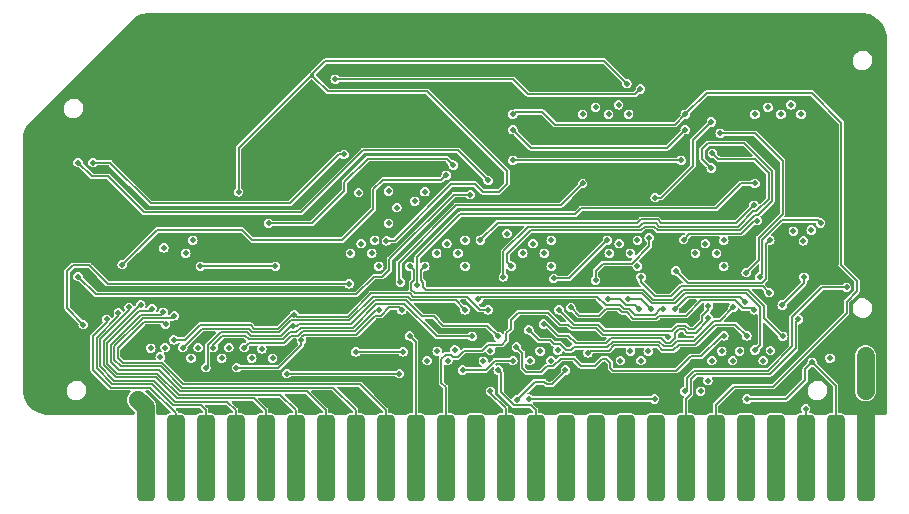
<source format=gbl>
G04 #@! TF.GenerationSoftware,KiCad,Pcbnew,7.0.1-0*
G04 #@! TF.CreationDate,2024-01-30T21:09:44-05:00*
G04 #@! TF.ProjectId,RAM128,52414d31-3238-42e6-9b69-6361645f7063,1.2*
G04 #@! TF.SameCoordinates,Original*
G04 #@! TF.FileFunction,Copper,L4,Bot*
G04 #@! TF.FilePolarity,Positive*
%FSLAX46Y46*%
G04 Gerber Fmt 4.6, Leading zero omitted, Abs format (unit mm)*
G04 Created by KiCad (PCBNEW 7.0.1-0) date 2024-01-30 21:09:44*
%MOMM*%
%LPD*%
G01*
G04 APERTURE LIST*
G04 Aperture macros list*
%AMRoundRect*
0 Rectangle with rounded corners*
0 $1 Rounding radius*
0 $2 $3 $4 $5 $6 $7 $8 $9 X,Y pos of 4 corners*
0 Add a 4 corners polygon primitive as box body*
4,1,4,$2,$3,$4,$5,$6,$7,$8,$9,$2,$3,0*
0 Add four circle primitives for the rounded corners*
1,1,$1+$1,$2,$3*
1,1,$1+$1,$4,$5*
1,1,$1+$1,$6,$7*
1,1,$1+$1,$8,$9*
0 Add four rect primitives between the rounded corners*
20,1,$1+$1,$2,$3,$4,$5,0*
20,1,$1+$1,$4,$5,$6,$7,0*
20,1,$1+$1,$6,$7,$8,$9,0*
20,1,$1+$1,$8,$9,$2,$3,0*%
G04 Aperture macros list end*
G04 #@! TA.AperFunction,SMDPad,CuDef*
%ADD10RoundRect,0.381000X0.381000X3.289000X-0.381000X3.289000X-0.381000X-3.289000X0.381000X-3.289000X0*%
G04 #@! TD*
G04 #@! TA.AperFunction,ViaPad*
%ADD11C,0.500000*%
G04 #@! TD*
G04 #@! TA.AperFunction,ViaPad*
%ADD12C,0.800000*%
G04 #@! TD*
G04 #@! TA.AperFunction,ViaPad*
%ADD13C,1.524000*%
G04 #@! TD*
G04 #@! TA.AperFunction,ViaPad*
%ADD14C,0.600000*%
G04 #@! TD*
G04 #@! TA.AperFunction,Conductor*
%ADD15C,1.524000*%
G04 #@! TD*
G04 #@! TA.AperFunction,Conductor*
%ADD16C,0.150000*%
G04 #@! TD*
G04 APERTURE END LIST*
D10*
X137160000Y-135282000D03*
X134620000Y-135282000D03*
X132080000Y-135282000D03*
X129540000Y-135282000D03*
X127000000Y-135282000D03*
X124460000Y-135282000D03*
X121920000Y-135282000D03*
X119380000Y-135282000D03*
X116840000Y-135282000D03*
X114300000Y-135282000D03*
X111760000Y-135282000D03*
X109220000Y-135282000D03*
X106680000Y-135282000D03*
X104140000Y-135282000D03*
X101600000Y-135282000D03*
X99060000Y-135282000D03*
X96520000Y-135282000D03*
X93980000Y-135282000D03*
X91440000Y-135282000D03*
X88900000Y-135282000D03*
X86360000Y-135282000D03*
X83820000Y-135282000D03*
X81280000Y-135282000D03*
X78740000Y-135282000D03*
X76200000Y-135282000D03*
D11*
X116400000Y-127000000D03*
X117250000Y-126200000D03*
X109000000Y-117100000D03*
X108150000Y-117900000D03*
X109950000Y-117900000D03*
X103250000Y-119000000D03*
X103250000Y-116800000D03*
X101700000Y-117100000D03*
X110550000Y-119000000D03*
X100850000Y-117900000D03*
X110550000Y-116800000D03*
X102650000Y-117900000D03*
X95950000Y-119000000D03*
X94450000Y-117100000D03*
X125150000Y-116800000D03*
X115450000Y-117900000D03*
X123600000Y-117100000D03*
X116300000Y-117100000D03*
X93550000Y-117900000D03*
X95350000Y-117900000D03*
X117850000Y-119000000D03*
X117850000Y-116800000D03*
X117250000Y-117900000D03*
X125150000Y-119000000D03*
X122750000Y-117900000D03*
X124550000Y-117900000D03*
X94234000Y-112776000D03*
X96774000Y-112649000D03*
X115400000Y-106150000D03*
X116250000Y-105350000D03*
X113200000Y-106150000D03*
X117100000Y-106150000D03*
X114300000Y-105550000D03*
X128900000Y-105550000D03*
X131700000Y-106150000D03*
X127800000Y-106150000D03*
X130850000Y-105350000D03*
X130000000Y-106150000D03*
X79600000Y-117900000D03*
X80200000Y-116800000D03*
X85200000Y-126800000D03*
X86950000Y-126800000D03*
X86050000Y-126000000D03*
X80050000Y-126800000D03*
X80650000Y-125900000D03*
X82650000Y-126800000D03*
X126500000Y-126200000D03*
X76650000Y-125950000D03*
X101800000Y-127000000D03*
X123800000Y-128700000D03*
X97472500Y-114046000D03*
D12*
X137160000Y-126619000D03*
D11*
X100900000Y-126200000D03*
X83250000Y-125900000D03*
X77750000Y-117450000D03*
X106800000Y-116250000D03*
X100050000Y-127000000D03*
X95600000Y-116800000D03*
X125000000Y-126200000D03*
X105400000Y-126150000D03*
X108750000Y-127000000D03*
X118750000Y-126200000D03*
X111100000Y-126100000D03*
X134150000Y-126800000D03*
X109600000Y-126200000D03*
X124150000Y-127000000D03*
X131900000Y-116850000D03*
X123200000Y-129600000D03*
X128500000Y-127000000D03*
X96774000Y-115379500D03*
X129100000Y-126150000D03*
X99850000Y-112700000D03*
X110500000Y-127000000D03*
X131050000Y-116050000D03*
X118150000Y-127000000D03*
X132550000Y-115950000D03*
X99000000Y-113500000D03*
X102400000Y-126100000D03*
D13*
X137160000Y-129540000D03*
D11*
X77450000Y-126700000D03*
X125900000Y-127000000D03*
X104800000Y-127050000D03*
X77850000Y-125900000D03*
X87630000Y-131318000D03*
X97790000Y-131318000D03*
X107950000Y-131318000D03*
X105410000Y-131318000D03*
X110490000Y-131318000D03*
X113030000Y-131318000D03*
X115570000Y-131318000D03*
X118110000Y-131318000D03*
X100330000Y-131318000D03*
X95250000Y-131318000D03*
X92710000Y-131318000D03*
X90170000Y-131318000D03*
X80010000Y-131318000D03*
X82550000Y-131318000D03*
X102870000Y-131318000D03*
X123190000Y-131318000D03*
X135890000Y-131318000D03*
X133350000Y-131318000D03*
X130810000Y-131318000D03*
X128270000Y-131318000D03*
X125730000Y-131318000D03*
X120650000Y-131318000D03*
X138684000Y-131318000D03*
X133223000Y-97790000D03*
X123063000Y-97790000D03*
X128143000Y-97790000D03*
X97663000Y-97790000D03*
X102743000Y-97790000D03*
X107823000Y-97790000D03*
X87503000Y-97790000D03*
X92583000Y-97790000D03*
X117983000Y-97790000D03*
X138557000Y-99187000D03*
X112903000Y-97790000D03*
X75692000Y-98044000D03*
X77470000Y-131318000D03*
X67437000Y-131191000D03*
X66040000Y-122682000D03*
X74930000Y-131318000D03*
X82423000Y-97790000D03*
X69342000Y-104394000D03*
X72644000Y-101092000D03*
X85090000Y-131318000D03*
X137287000Y-97917000D03*
X66294000Y-107442000D03*
X121900000Y-112000000D03*
X123000000Y-112600000D03*
X124100000Y-112000000D03*
X118100000Y-128500000D03*
X116400000Y-128500000D03*
X117250000Y-129300000D03*
X75150000Y-125950000D03*
X100850000Y-119400000D03*
X107250000Y-124900000D03*
X107750000Y-123800000D03*
X107150000Y-122700000D03*
X94450000Y-120200000D03*
X99700000Y-124900000D03*
X100450000Y-123800000D03*
X95250000Y-119400000D03*
X99850000Y-122700000D03*
X115450000Y-119400000D03*
X129650000Y-123800000D03*
X122750000Y-119400000D03*
X129050000Y-122700000D03*
X124450000Y-119400000D03*
X116300000Y-120200000D03*
X122350000Y-123800000D03*
X117150000Y-119400000D03*
X121750000Y-122700000D03*
X108150000Y-119400000D03*
X109000000Y-120200000D03*
X109850000Y-119400000D03*
X101700000Y-120200000D03*
X102550000Y-119400000D03*
X110350000Y-126100000D03*
X77724000Y-102108000D03*
X77025500Y-100774500D03*
X77724000Y-99441000D03*
X112000000Y-125600000D03*
X115050000Y-127350000D03*
X118000000Y-126200000D03*
X126150000Y-125100000D03*
X77343000Y-97790000D03*
X69850000Y-131318000D03*
X109600000Y-106450000D03*
X115400000Y-107650000D03*
X109500000Y-112000000D03*
X117100000Y-107650000D03*
X107300000Y-111850000D03*
X108400000Y-112600000D03*
X116250000Y-108450000D03*
X130850000Y-108450000D03*
X131700000Y-107650000D03*
X130000000Y-107650000D03*
X86050000Y-122700000D03*
X86650000Y-123800000D03*
X86900000Y-128300000D03*
X82550000Y-128500000D03*
X79950000Y-128500000D03*
X85150000Y-128500000D03*
X127050000Y-109450000D03*
X76200000Y-107442000D03*
X88500000Y-119100000D03*
X82700000Y-109250000D03*
X84850000Y-108900000D03*
X86550000Y-109600000D03*
X92900000Y-108500000D03*
X124500000Y-114850000D03*
X121350000Y-114700000D03*
X112400000Y-114100000D03*
X124850000Y-122400000D03*
X120200000Y-104700000D03*
X119100000Y-104400000D03*
X121300000Y-105000000D03*
X110200000Y-107900000D03*
X66167000Y-129921000D03*
X66040000Y-117602000D03*
X66040000Y-112522000D03*
X66040000Y-127762000D03*
X138684000Y-104267000D03*
X138684000Y-109347000D03*
X138684000Y-114427000D03*
X138684000Y-119507000D03*
X138684000Y-124587000D03*
X138684000Y-129667000D03*
X68580000Y-125222000D03*
X68453000Y-115062000D03*
X68580000Y-109982000D03*
X68580000Y-120142000D03*
X71120000Y-122682000D03*
X71120000Y-127762000D03*
X73660000Y-119950000D03*
X73660000Y-109982000D03*
X73787000Y-115062000D03*
X76200000Y-112522000D03*
X73660000Y-104902000D03*
X76200000Y-102362000D03*
X133050000Y-106400000D03*
X134350000Y-106800000D03*
X118500000Y-112650000D03*
X117650000Y-112100000D03*
X136144000Y-111887000D03*
X136144000Y-116967000D03*
X89662000Y-127600000D03*
X89400000Y-126450000D03*
X77250000Y-125250000D03*
X98150000Y-111200000D03*
X99000000Y-110400000D03*
X77750000Y-118800000D03*
X94869000Y-102171500D03*
X114300000Y-124900000D03*
X106900000Y-129600000D03*
X96266000Y-103695500D03*
X121300000Y-127000000D03*
X125000000Y-129300000D03*
X130250000Y-129600000D03*
X104300000Y-128700000D03*
X104750000Y-125400000D03*
X133850000Y-119450000D03*
X109500000Y-110700000D03*
X114400000Y-122700000D03*
X120650000Y-128700000D03*
X74350000Y-126600000D03*
X92329000Y-102171500D03*
X72450000Y-129200000D03*
X71550000Y-130300000D03*
X102400000Y-116550000D03*
X107300000Y-128700000D03*
D14*
X135763000Y-129159000D03*
D11*
X125850000Y-128650000D03*
D14*
X134366000Y-127635000D03*
D11*
X108750000Y-128500000D03*
X128950000Y-124850000D03*
X131050000Y-119150000D03*
X93599000Y-102171500D03*
X131900000Y-118350000D03*
X101750000Y-128500000D03*
X120967500Y-120459500D03*
X128400000Y-128700000D03*
X120100000Y-129600000D03*
X79450000Y-124650000D03*
X99850000Y-111200000D03*
X93599000Y-115350000D03*
X94488000Y-104711500D03*
X134450000Y-118550000D03*
X94869000Y-103695500D03*
X93450000Y-116900000D03*
X113000000Y-128700000D03*
X100050000Y-128500000D03*
X113650000Y-116450000D03*
X121900000Y-126150000D03*
X93150000Y-125300000D03*
X79450000Y-118900000D03*
X115050000Y-123800000D03*
X93789500Y-111950500D03*
X109600000Y-129300000D03*
X97663000Y-103695500D03*
X121550000Y-124850000D03*
X110450000Y-128500000D03*
X112400000Y-129600000D03*
X131000000Y-128700000D03*
D14*
X135509000Y-126619000D03*
D11*
X96139000Y-102171500D03*
X77900000Y-123900000D03*
X78650000Y-123200000D03*
X107300000Y-107450000D03*
X121900000Y-107450000D03*
X83900000Y-127600000D03*
X97900000Y-122700000D03*
X89400000Y-125300000D03*
X81300000Y-127600000D03*
X106050000Y-124950000D03*
X88700000Y-124100000D03*
X107300000Y-110050000D03*
X121550000Y-110050000D03*
X105200000Y-122700000D03*
X78600000Y-125250000D03*
X88800000Y-123100000D03*
X73900000Y-122950000D03*
X77700000Y-122900000D03*
X72900000Y-123500000D03*
X74800000Y-122500000D03*
X75800000Y-122300000D03*
X76750000Y-122600000D03*
D13*
X75565000Y-130302000D03*
D11*
X109900000Y-123900000D03*
X123850000Y-123400000D03*
X107650000Y-130300000D03*
X123850000Y-122400000D03*
X111200000Y-122700000D03*
X111750000Y-127800000D03*
X107300000Y-106150000D03*
X121900000Y-106150000D03*
X131450000Y-123500000D03*
X106050000Y-127800000D03*
X105400000Y-129600000D03*
X120450000Y-125000000D03*
X98550000Y-124900000D03*
X132080000Y-131064000D03*
X132650000Y-127150000D03*
X127150000Y-130250000D03*
X70485000Y-110236000D03*
X105200000Y-111750000D03*
X84074000Y-112712500D03*
X96600000Y-116850000D03*
X116950000Y-103550000D03*
X130100000Y-122300000D03*
X118100000Y-104000000D03*
X92265500Y-103187500D03*
X131950000Y-119950000D03*
X119350000Y-113200000D03*
X124100000Y-106800000D03*
X115300000Y-116800000D03*
X110750000Y-120050000D03*
X124200000Y-109450000D03*
X106500000Y-119900000D03*
X107150000Y-119000000D03*
X124100000Y-110700000D03*
X121850000Y-129600000D03*
X135550000Y-120800000D03*
X127050000Y-119550000D03*
X124850000Y-107750000D03*
X107600000Y-125850000D03*
X125150000Y-124900000D03*
X108650000Y-124400000D03*
X125950000Y-122500000D03*
X113650000Y-126350000D03*
X127100000Y-124900000D03*
X127750000Y-122700000D03*
X112200000Y-122500000D03*
X118150000Y-119950000D03*
X129000000Y-121250000D03*
X129050000Y-116800000D03*
X121100000Y-119400000D03*
X121750000Y-116750000D03*
X104550000Y-116800000D03*
X127700000Y-113850000D03*
X128000000Y-115150000D03*
X99200000Y-120600000D03*
X127800000Y-112000000D03*
X113200000Y-112000000D03*
X97775000Y-120375000D03*
X119300000Y-130250000D03*
X114300000Y-120200000D03*
X108650000Y-130250000D03*
X118850000Y-116600000D03*
X127800000Y-126100000D03*
X98550000Y-119000000D03*
X115350000Y-121800000D03*
X118000000Y-122650000D03*
X119000000Y-122650000D03*
X117050000Y-121800000D03*
X74231500Y-118872000D03*
X101650000Y-111300000D03*
X103700000Y-112950000D03*
X70485000Y-119888000D03*
X104350000Y-121800000D03*
X120000000Y-122650000D03*
X128200000Y-119900000D03*
X133350000Y-115350000D03*
X126950000Y-122050000D03*
X121000000Y-122650000D03*
X71755000Y-110236000D03*
X93000000Y-109550000D03*
X81950000Y-125900000D03*
X103850000Y-124950000D03*
X79350000Y-125900000D03*
X103250000Y-122700000D03*
X130150000Y-124950000D03*
X99850000Y-119000000D03*
X86614000Y-115379500D03*
X102250000Y-110450000D03*
X84550000Y-125900000D03*
X95950000Y-122700000D03*
X70929500Y-123952000D03*
X93450000Y-120500000D03*
X94000000Y-126250000D03*
X98000000Y-126250000D03*
X80850000Y-119000000D03*
X103050000Y-127800000D03*
X97700000Y-128100000D03*
X88150000Y-128100000D03*
X87200000Y-119000000D03*
X107300000Y-127000000D03*
D15*
X137160000Y-129540000D02*
X137160000Y-126619000D01*
X137160000Y-135382000D02*
X137160000Y-131445000D01*
D16*
X77700000Y-123700000D02*
X76100000Y-123700000D01*
X74250000Y-127200000D02*
X77600000Y-127200000D01*
X79400000Y-129000000D02*
X94329000Y-129000000D01*
X94329000Y-129000000D02*
X96520000Y-131191000D01*
X96520000Y-131191000D02*
X96520000Y-135282000D01*
X73850000Y-126800000D02*
X74250000Y-127200000D01*
X77900000Y-123900000D02*
X77700000Y-123700000D01*
X73850000Y-125950000D02*
X73850000Y-126800000D01*
X77600000Y-127200000D02*
X79400000Y-129000000D01*
X76100000Y-123700000D02*
X73850000Y-125950000D01*
X73550000Y-126950000D02*
X73550000Y-125800000D01*
X78450000Y-123400000D02*
X75950000Y-123400000D01*
X93980000Y-131191000D02*
X93980000Y-135282000D01*
X92089000Y-129300000D02*
X93980000Y-131191000D01*
X79275000Y-129300000D02*
X92089000Y-129300000D01*
X73550000Y-126950000D02*
X74100000Y-127500000D01*
X75950000Y-123400000D02*
X73550000Y-125800000D01*
X74100000Y-127500000D02*
X77475000Y-127500000D01*
X77475000Y-127500000D02*
X79275000Y-129300000D01*
X78650000Y-123200000D02*
X78450000Y-123400000D01*
X121900000Y-107450000D02*
X120350000Y-109000000D01*
X108850000Y-109000000D02*
X107300000Y-107450000D01*
X120350000Y-109000000D02*
X108850000Y-109000000D01*
X89400000Y-125300000D02*
X89400000Y-125025000D01*
X89625000Y-124800000D02*
X94050000Y-124800000D01*
X89400000Y-125650000D02*
X87450000Y-127600000D01*
X96850000Y-122500000D02*
X97700000Y-122500000D01*
X96150000Y-123200000D02*
X96850000Y-122500000D01*
X89400000Y-125025000D02*
X89625000Y-124800000D01*
X95650000Y-123200000D02*
X96150000Y-123200000D01*
X87450000Y-127600000D02*
X83900000Y-127600000D01*
X94050000Y-124800000D02*
X95650000Y-123200000D01*
X89400000Y-125300000D02*
X89400000Y-125650000D01*
X97700000Y-122500000D02*
X97900000Y-122700000D01*
X85100000Y-124900000D02*
X84800000Y-124600000D01*
X101400000Y-124050000D02*
X100600000Y-123250000D01*
X99600000Y-123250000D02*
X98250000Y-121900000D01*
X87675000Y-124900000D02*
X85100000Y-124900000D01*
X88475000Y-124100000D02*
X87675000Y-124900000D01*
X89000000Y-124100000D02*
X88700000Y-124100000D01*
X89200000Y-123900000D02*
X89000000Y-124100000D01*
X84800000Y-124600000D02*
X82550000Y-124600000D01*
X105150000Y-124050000D02*
X101400000Y-124050000D01*
X93600000Y-123900000D02*
X89200000Y-123900000D01*
X82550000Y-124600000D02*
X81450000Y-125700000D01*
X81450000Y-127450000D02*
X81300000Y-127600000D01*
X95600000Y-121900000D02*
X93600000Y-123900000D01*
X100600000Y-123250000D02*
X99600000Y-123250000D01*
X81450000Y-125700000D02*
X81450000Y-127450000D01*
X106050000Y-124950000D02*
X105150000Y-124050000D01*
X98250000Y-121900000D02*
X95600000Y-121900000D01*
X88700000Y-124100000D02*
X88475000Y-124100000D01*
X85400000Y-124300000D02*
X87400000Y-124300000D01*
X88800000Y-123100000D02*
X89000000Y-123300000D01*
X103437500Y-121600000D02*
X104537500Y-122700000D01*
X89000000Y-123300000D02*
X93300000Y-123300000D01*
X93300000Y-123300000D02*
X95300000Y-121300000D01*
X98850000Y-121600000D02*
X103437500Y-121600000D01*
X85100000Y-124000000D02*
X85400000Y-124300000D01*
X121550000Y-110050000D02*
X107300000Y-110050000D01*
X79550000Y-125250000D02*
X80800000Y-124000000D01*
X95300000Y-121300000D02*
X98550000Y-121300000D01*
X80800000Y-124000000D02*
X85100000Y-124000000D01*
X78600000Y-125250000D02*
X79550000Y-125250000D01*
X98550000Y-121300000D02*
X98850000Y-121600000D01*
X87400000Y-124300000D02*
X88600000Y-123100000D01*
X104537500Y-122700000D02*
X105200000Y-122700000D01*
X88600000Y-123100000D02*
X88800000Y-123100000D01*
X76750000Y-129000000D02*
X73400000Y-129000000D01*
X73400000Y-129000000D02*
X72050000Y-127650000D01*
X78550000Y-130800000D02*
X76750000Y-129000000D01*
X73900000Y-123200000D02*
X73900000Y-122950000D01*
X81280000Y-135282000D02*
X81280000Y-131191000D01*
X81280000Y-131191000D02*
X80889000Y-130800000D01*
X72050000Y-125050000D02*
X73900000Y-123200000D01*
X80889000Y-130800000D02*
X78550000Y-130800000D01*
X72050000Y-125050000D02*
X72050000Y-127650000D01*
X77500000Y-123100000D02*
X75800000Y-123100000D01*
X77700000Y-122900000D02*
X77500000Y-123100000D01*
X77337500Y-127800000D02*
X79137500Y-129600000D01*
X73250000Y-127100000D02*
X73950000Y-127800000D01*
X75800000Y-123100000D02*
X73250000Y-125650000D01*
X73250000Y-125650000D02*
X73250000Y-127100000D01*
X91440000Y-131191000D02*
X91440000Y-135282000D01*
X79137500Y-129600000D02*
X89849000Y-129600000D01*
X73950000Y-127800000D02*
X77337500Y-127800000D01*
X89849000Y-129600000D02*
X91440000Y-131191000D01*
X72900000Y-123500000D02*
X72900000Y-123750000D01*
X78740000Y-131440000D02*
X78740000Y-135282000D01*
X72900000Y-123750000D02*
X71750000Y-124900000D01*
X71750000Y-124900000D02*
X71750000Y-127800000D01*
X73250000Y-129300000D02*
X76600000Y-129300000D01*
X76600000Y-129300000D02*
X78740000Y-131440000D01*
X71750000Y-127800000D02*
X73250000Y-129300000D01*
X72350000Y-127500000D02*
X72350000Y-125200000D01*
X78700000Y-130500000D02*
X83129000Y-130500000D01*
X72350000Y-127500000D02*
X73550000Y-128700000D01*
X74800000Y-122750000D02*
X72350000Y-125200000D01*
X76900000Y-128700000D02*
X78700000Y-130500000D01*
X74800000Y-122500000D02*
X74800000Y-122750000D01*
X73550000Y-128700000D02*
X76900000Y-128700000D01*
X83129000Y-130500000D02*
X83820000Y-131191000D01*
X83820000Y-131191000D02*
X83820000Y-135282000D01*
X73675000Y-128400000D02*
X77050000Y-128400000D01*
X75700000Y-122300000D02*
X72650000Y-125350000D01*
X72650000Y-127375000D02*
X73675000Y-128400000D01*
X86360000Y-131191000D02*
X86360000Y-135282000D01*
X78850000Y-130200000D02*
X85369000Y-130200000D01*
X75800000Y-122300000D02*
X75700000Y-122300000D01*
X85369000Y-130200000D02*
X86360000Y-131191000D01*
X77050000Y-128400000D02*
X78850000Y-130200000D01*
X72650000Y-125350000D02*
X72650000Y-127375000D01*
X88900000Y-131191000D02*
X88900000Y-135282000D01*
X87609000Y-129900000D02*
X88900000Y-131191000D01*
X72950000Y-125500000D02*
X72950000Y-127250000D01*
X79000000Y-129900000D02*
X87609000Y-129900000D01*
X72950000Y-127250000D02*
X73800000Y-128100000D01*
X73800000Y-128100000D02*
X77200000Y-128100000D01*
X75650000Y-122800000D02*
X72950000Y-125500000D01*
X76750000Y-122600000D02*
X76550000Y-122800000D01*
X77200000Y-128100000D02*
X79000000Y-129900000D01*
X76550000Y-122800000D02*
X75650000Y-122800000D01*
D15*
X75565000Y-130302000D02*
X76200000Y-130937000D01*
X76200000Y-130937000D02*
X76200000Y-135282000D01*
D16*
X120625000Y-125500000D02*
X120250000Y-125500000D01*
X121050000Y-125075000D02*
X120625000Y-125500000D01*
X122050000Y-124650000D02*
X121750000Y-124350000D01*
X112650000Y-125550000D02*
X112000000Y-124900000D01*
X121350000Y-124350000D02*
X121050000Y-124650000D01*
X123850000Y-123400000D02*
X123850000Y-123600000D01*
X121750000Y-124350000D02*
X121350000Y-124350000D01*
X115600000Y-125100000D02*
X115150000Y-125550000D01*
X119850000Y-125100000D02*
X115600000Y-125100000D01*
X122800000Y-124650000D02*
X122050000Y-124650000D01*
X110100000Y-123900000D02*
X109900000Y-123900000D01*
X115150000Y-125550000D02*
X112650000Y-125550000D01*
X111100000Y-124900000D02*
X110100000Y-123900000D01*
X120250000Y-125500000D02*
X119850000Y-125100000D01*
X112000000Y-124900000D02*
X111100000Y-124900000D01*
X123850000Y-123600000D02*
X122800000Y-124650000D01*
X121050000Y-124650000D02*
X121050000Y-125075000D01*
X123350000Y-123650000D02*
X122650000Y-124350000D01*
X107650000Y-130300000D02*
X109150000Y-128800000D01*
X121900000Y-124050000D02*
X121200000Y-124050000D01*
X123350000Y-123200000D02*
X123350000Y-123650000D01*
X121200000Y-124050000D02*
X120750000Y-124500000D01*
X112450000Y-123950000D02*
X111200000Y-122700000D01*
X122200000Y-124350000D02*
X121900000Y-124050000D01*
X115050000Y-124500000D02*
X114500000Y-123950000D01*
X110150000Y-129000000D02*
X110650000Y-129000000D01*
X110650000Y-129000000D02*
X111750000Y-127900000D01*
X109950000Y-128800000D02*
X110150000Y-129000000D01*
X123850000Y-122400000D02*
X123850000Y-122700000D01*
X123850000Y-122700000D02*
X123350000Y-123200000D01*
X114500000Y-123950000D02*
X112450000Y-123950000D01*
X111750000Y-127900000D02*
X111750000Y-127800000D01*
X122650000Y-124350000D02*
X122200000Y-124350000D01*
X109150000Y-128800000D02*
X109950000Y-128800000D01*
X120750000Y-124500000D02*
X115050000Y-124500000D01*
X124460000Y-135282000D02*
X124460000Y-130740000D01*
X135100000Y-118900000D02*
X135100000Y-106850000D01*
X135550000Y-122000000D02*
X136450000Y-121100000D01*
X110875000Y-107025000D02*
X121025000Y-107025000D01*
X121025000Y-107025000D02*
X121900000Y-106150000D01*
X123700000Y-104350000D02*
X121900000Y-106150000D01*
X107500000Y-105950000D02*
X109800000Y-105950000D01*
X135100000Y-106850000D02*
X132600000Y-104350000D01*
X129350000Y-129200000D02*
X135550000Y-123000000D01*
X109800000Y-105950000D02*
X110875000Y-107025000D01*
X124460000Y-130740000D02*
X126000000Y-129200000D01*
X132600000Y-104350000D02*
X123700000Y-104350000D01*
X135550000Y-123000000D02*
X135550000Y-122000000D01*
X136450000Y-121100000D02*
X136450000Y-120250000D01*
X126000000Y-129200000D02*
X129350000Y-129200000D01*
X136450000Y-120250000D02*
X135100000Y-118900000D01*
X107300000Y-106150000D02*
X107500000Y-105950000D01*
X122800000Y-128150000D02*
X129050000Y-128150000D01*
X131250000Y-125950000D02*
X131250000Y-123700000D01*
X122350000Y-129850000D02*
X122350000Y-128600000D01*
X129050000Y-128150000D02*
X131250000Y-125950000D01*
X121920000Y-130280000D02*
X122350000Y-129850000D01*
X121920000Y-135282000D02*
X121920000Y-130280000D01*
X122350000Y-128600000D02*
X122800000Y-128150000D01*
X131250000Y-123700000D02*
X131450000Y-123500000D01*
X107400000Y-130800000D02*
X108850000Y-130800000D01*
X108850000Y-130800000D02*
X109220000Y-131170000D01*
X106300000Y-129700000D02*
X107400000Y-130800000D01*
X109220000Y-131170000D02*
X109220000Y-135282000D01*
X106050000Y-127800000D02*
X106300000Y-128050000D01*
X106300000Y-128050000D02*
X106300000Y-129700000D01*
X106680000Y-131030000D02*
X105400000Y-129750000D01*
X105400000Y-129750000D02*
X105400000Y-129600000D01*
X106680000Y-135282000D02*
X106680000Y-131030000D01*
X112000000Y-123950000D02*
X112300000Y-124250000D01*
X114350000Y-124250000D02*
X114900000Y-124800000D01*
X101600000Y-129250000D02*
X101250000Y-128900000D01*
X112300000Y-124250000D02*
X114350000Y-124250000D01*
X107150000Y-124300000D02*
X107150000Y-123550000D01*
X120250000Y-124800000D02*
X120450000Y-125000000D01*
X106750000Y-125300000D02*
X106750000Y-124700000D01*
X102050000Y-126500000D02*
X102250000Y-126700000D01*
X102650000Y-126700000D02*
X103200000Y-126150000D01*
X114900000Y-124800000D02*
X120250000Y-124800000D01*
X111250000Y-123950000D02*
X112000000Y-123950000D01*
X103200000Y-126150000D02*
X104700000Y-126150000D01*
X102250000Y-126700000D02*
X102650000Y-126700000D01*
X101250000Y-126850000D02*
X101600000Y-126500000D01*
X101250000Y-128900000D02*
X101250000Y-126850000D01*
X106750000Y-124700000D02*
X107150000Y-124300000D01*
X107150000Y-123550000D02*
X107750000Y-122950000D01*
X101600000Y-126500000D02*
X102050000Y-126500000D01*
X104700000Y-126150000D02*
X105200000Y-125650000D01*
X107750000Y-122950000D02*
X110250000Y-122950000D01*
X105200000Y-125650000D02*
X106400000Y-125650000D01*
X106400000Y-125650000D02*
X106750000Y-125300000D01*
X101600000Y-135282000D02*
X101600000Y-129250000D01*
X110250000Y-122950000D02*
X111250000Y-123950000D01*
X99060000Y-125410000D02*
X98550000Y-124900000D01*
X99060000Y-135282000D02*
X99060000Y-125410000D01*
X132080000Y-135382000D02*
X132080000Y-131064000D01*
X94650000Y-109200000D02*
X89400000Y-114450000D01*
X132650000Y-127150000D02*
X132050000Y-127750000D01*
X102650000Y-109200000D02*
X94650000Y-109200000D01*
X132650000Y-127150000D02*
X134620000Y-129120000D01*
X134620000Y-129120000D02*
X134620000Y-135282000D01*
X130450000Y-130250000D02*
X127150000Y-130250000D01*
X76050000Y-114450000D02*
X73000000Y-111400000D01*
X73000000Y-111400000D02*
X71649000Y-111400000D01*
X132050000Y-127750000D02*
X132050000Y-128650000D01*
X132050000Y-128650000D02*
X130450000Y-130250000D01*
X105200000Y-111750000D02*
X102650000Y-109200000D01*
X71649000Y-111400000D02*
X70485000Y-110236000D01*
X89400000Y-114450000D02*
X76050000Y-114450000D01*
X104762500Y-112712500D02*
X104100000Y-112050000D01*
X93472000Y-104203500D02*
X100053500Y-104203500D01*
X91400000Y-101650000D02*
X90400000Y-102650000D01*
X106112500Y-112712500D02*
X104762500Y-112712500D01*
X102100000Y-112050000D02*
X97300000Y-116850000D01*
X84074000Y-108976000D02*
X90100000Y-102950000D01*
X115050000Y-101650000D02*
X91400000Y-101650000D01*
X116950000Y-103550000D02*
X115050000Y-101650000D01*
X84074000Y-112712500D02*
X84074000Y-108976000D01*
X100053500Y-104203500D02*
X106800000Y-110950000D01*
X90250000Y-102800000D02*
X90400000Y-102650000D01*
X106800000Y-110950000D02*
X106800000Y-112025000D01*
X91650000Y-104200000D02*
X93468500Y-104200000D01*
X90400000Y-102950000D02*
X90400000Y-102650000D01*
X104100000Y-112050000D02*
X102100000Y-112050000D01*
X90100000Y-102950000D02*
X90250000Y-102800000D01*
X106800000Y-112025000D02*
X106112500Y-112712500D01*
X93468500Y-104200000D02*
X93472000Y-104203500D01*
X90250000Y-102800000D02*
X90400000Y-102950000D01*
X90400000Y-102950000D02*
X91650000Y-104200000D01*
X90400000Y-102950000D02*
X90100000Y-102950000D01*
X97300000Y-116850000D02*
X96600000Y-116850000D01*
X117650000Y-104450000D02*
X118100000Y-104000000D01*
X131950000Y-119950000D02*
X131950000Y-120450000D01*
X107337500Y-103187500D02*
X108600000Y-104450000D01*
X131950000Y-120450000D02*
X130100000Y-122300000D01*
X92265500Y-103187500D02*
X107337500Y-103187500D01*
X108600000Y-104450000D02*
X117650000Y-104450000D01*
X115300000Y-116800000D02*
X112050000Y-120050000D01*
X112050000Y-120050000D02*
X110750000Y-120050000D01*
X119850000Y-113200000D02*
X122550000Y-110500000D01*
X122550000Y-110500000D02*
X122550000Y-108350000D01*
X122550000Y-108350000D02*
X124100000Y-106800000D01*
X119350000Y-113200000D02*
X119850000Y-113200000D01*
X127800000Y-109950000D02*
X124700000Y-109950000D01*
X127650000Y-114350000D02*
X127900000Y-114350000D01*
X108600000Y-115650000D02*
X118000000Y-115650000D01*
X118300000Y-115350000D02*
X119400000Y-115350000D01*
X119700000Y-115650000D02*
X126350000Y-115650000D01*
X127900000Y-114350000D02*
X128950000Y-113300000D01*
X124700000Y-109950000D02*
X124200000Y-109450000D01*
X128950000Y-111100000D02*
X127800000Y-109950000D01*
X106500000Y-119900000D02*
X106500000Y-117750000D01*
X118000000Y-115650000D02*
X118300000Y-115350000D01*
X126350000Y-115650000D02*
X127650000Y-114350000D01*
X128950000Y-113300000D02*
X128950000Y-111100000D01*
X106500000Y-117750000D02*
X108600000Y-115650000D01*
X119400000Y-115350000D02*
X119700000Y-115650000D01*
X119550000Y-115950000D02*
X119250000Y-115650000D01*
X108800000Y-115950000D02*
X106800000Y-117950000D01*
X106800000Y-118650000D02*
X107150000Y-119000000D01*
X126500000Y-115950000D02*
X119550000Y-115950000D01*
X128050000Y-114650000D02*
X127800000Y-114650000D01*
X127800000Y-114650000D02*
X126500000Y-115950000D01*
X106800000Y-117950000D02*
X106800000Y-118650000D01*
X126900000Y-108600000D02*
X129250000Y-110950000D01*
X119250000Y-115650000D02*
X118450000Y-115650000D01*
X129250000Y-110950000D02*
X129250000Y-113450000D01*
X123800000Y-108600000D02*
X126900000Y-108600000D01*
X129250000Y-113450000D02*
X128050000Y-114650000D01*
X118450000Y-115650000D02*
X118150000Y-115950000D01*
X124100000Y-110700000D02*
X123300000Y-109900000D01*
X123300000Y-109900000D02*
X123300000Y-109100000D01*
X123300000Y-109100000D02*
X123800000Y-108600000D01*
X118150000Y-115950000D02*
X108800000Y-115950000D01*
X130950000Y-125800000D02*
X130950000Y-123300000D01*
X128900000Y-127850000D02*
X130950000Y-125800000D01*
X133450000Y-120800000D02*
X135550000Y-120800000D01*
X121850000Y-129600000D02*
X122050000Y-129400000D01*
X122050000Y-128450000D02*
X122650000Y-127850000D01*
X122650000Y-127850000D02*
X128900000Y-127850000D01*
X130950000Y-123300000D02*
X133450000Y-120800000D01*
X122050000Y-129400000D02*
X122050000Y-128450000D01*
X130150000Y-114550000D02*
X128100000Y-116600000D01*
X124850000Y-107750000D02*
X127800000Y-107750000D01*
X128100000Y-116600000D02*
X128100000Y-118500000D01*
X128100000Y-118500000D02*
X127050000Y-119550000D01*
X130150000Y-110100000D02*
X130150000Y-114550000D01*
X127800000Y-107750000D02*
X130150000Y-110100000D01*
X123250000Y-126650000D02*
X125000000Y-124900000D01*
X109700000Y-128000000D02*
X110200000Y-127500000D01*
X115750000Y-127850000D02*
X121150000Y-127850000D01*
X107600000Y-125850000D02*
X108100000Y-126350000D01*
X110200000Y-127500000D02*
X110700000Y-127500000D01*
X114850000Y-126850000D02*
X115225000Y-126850000D01*
X115550000Y-127175000D02*
X115550000Y-127650000D01*
X125000000Y-124900000D02*
X125150000Y-124900000D01*
X110700000Y-127500000D02*
X111350000Y-126850000D01*
X115225000Y-126850000D02*
X115550000Y-127175000D01*
X114250000Y-127450000D02*
X114850000Y-126850000D01*
X115550000Y-127650000D02*
X115750000Y-127850000D01*
X108100000Y-126350000D02*
X108100000Y-127650000D01*
X108450000Y-128000000D02*
X109700000Y-128000000D01*
X112500000Y-126850000D02*
X113100000Y-127450000D01*
X108100000Y-127650000D02*
X108450000Y-128000000D01*
X122350000Y-126650000D02*
X123250000Y-126650000D01*
X111350000Y-126850000D02*
X112500000Y-126850000D01*
X113100000Y-127450000D02*
X114250000Y-127450000D01*
X121150000Y-127850000D02*
X122350000Y-126650000D01*
X115300000Y-125850000D02*
X115750000Y-125400000D01*
X111300000Y-125600000D02*
X111800000Y-126100000D01*
X115750000Y-125400000D02*
X119700000Y-125400000D01*
X120100000Y-125800000D02*
X120750000Y-125800000D01*
X108650000Y-124400000D02*
X109550000Y-125300000D01*
X119700000Y-125400000D02*
X120100000Y-125800000D01*
X110475000Y-125300000D02*
X110775000Y-125600000D01*
X112200000Y-126100000D02*
X112450000Y-125850000D01*
X122600000Y-125350000D02*
X124300000Y-123650000D01*
X124800000Y-123650000D02*
X125950000Y-122500000D01*
X121200000Y-125350000D02*
X122600000Y-125350000D01*
X110775000Y-125600000D02*
X111300000Y-125600000D01*
X109550000Y-125300000D02*
X110475000Y-125300000D01*
X112450000Y-125850000D02*
X115300000Y-125850000D01*
X111800000Y-126100000D02*
X112200000Y-126100000D01*
X120750000Y-125800000D02*
X121200000Y-125350000D01*
X124300000Y-123650000D02*
X124800000Y-123650000D01*
X124450000Y-123950000D02*
X126150000Y-123950000D01*
X119550000Y-125700000D02*
X119950000Y-126100000D01*
X115450000Y-126150000D02*
X115900000Y-125700000D01*
X121350000Y-125650000D02*
X122750000Y-125650000D01*
X119950000Y-126100000D02*
X120900000Y-126100000D01*
X113850000Y-126150000D02*
X115450000Y-126150000D01*
X115900000Y-125700000D02*
X119550000Y-125700000D01*
X120900000Y-126100000D02*
X121350000Y-125650000D01*
X122750000Y-125650000D02*
X124450000Y-123950000D01*
X126150000Y-123950000D02*
X127100000Y-124900000D01*
X113650000Y-126350000D02*
X113850000Y-126150000D01*
X121950000Y-123200000D02*
X123250000Y-121900000D01*
X126750000Y-122550000D02*
X127600000Y-122550000D01*
X115200000Y-122600000D02*
X116250000Y-122600000D01*
X116550000Y-122900000D02*
X116950000Y-122900000D01*
X126100000Y-121900000D02*
X126750000Y-122550000D01*
X114600000Y-123200000D02*
X115200000Y-122600000D01*
X116950000Y-122900000D02*
X117500000Y-123450000D01*
X119700000Y-123200000D02*
X121950000Y-123200000D01*
X112200000Y-122500000D02*
X112900000Y-123200000D01*
X117500000Y-123450000D02*
X119450000Y-123450000D01*
X119450000Y-123450000D02*
X119700000Y-123200000D01*
X123250000Y-121900000D02*
X126100000Y-121900000D01*
X116250000Y-122600000D02*
X116550000Y-122900000D01*
X112900000Y-123200000D02*
X114600000Y-123200000D01*
X127600000Y-122550000D02*
X127750000Y-122700000D01*
X119350000Y-121550000D02*
X118150000Y-120350000D01*
X120700000Y-121550000D02*
X119350000Y-121550000D01*
X129000000Y-121250000D02*
X128450000Y-120700000D01*
X121550000Y-120700000D02*
X120700000Y-121550000D01*
X118150000Y-120350000D02*
X118150000Y-119950000D01*
X128450000Y-120700000D02*
X121550000Y-120700000D01*
X128400000Y-120400000D02*
X122100000Y-120400000D01*
X122100000Y-120400000D02*
X121100000Y-119400000D01*
X128700000Y-117150000D02*
X128700000Y-120100000D01*
X128700000Y-120100000D02*
X128400000Y-120400000D01*
X129050000Y-116800000D02*
X128700000Y-117150000D01*
X119850000Y-115350000D02*
X119550000Y-115050000D01*
X122250000Y-116250000D02*
X121750000Y-116750000D01*
X127700000Y-113850000D02*
X126200000Y-115350000D01*
X128000000Y-115150000D02*
X127750000Y-115150000D01*
X106000000Y-115350000D02*
X104550000Y-116800000D01*
X119550000Y-115050000D02*
X118150000Y-115050000D01*
X127750000Y-115150000D02*
X126650000Y-116250000D01*
X117850000Y-115350000D02*
X106000000Y-115350000D01*
X118150000Y-115050000D02*
X117850000Y-115350000D01*
X126200000Y-115350000D02*
X119850000Y-115350000D01*
X126650000Y-116250000D02*
X122250000Y-116250000D01*
X102850000Y-114600000D02*
X99200000Y-118250000D01*
X112600000Y-114600000D02*
X102850000Y-114600000D01*
X127800000Y-112000000D02*
X126600000Y-112000000D01*
X99200000Y-118250000D02*
X99200000Y-120600000D01*
X124500000Y-114100000D02*
X113100000Y-114100000D01*
X126600000Y-112000000D02*
X124500000Y-114100000D01*
X113100000Y-114100000D02*
X112600000Y-114600000D01*
X111350000Y-113850000D02*
X113200000Y-112000000D01*
X97650000Y-118700000D02*
X102500000Y-113850000D01*
X97650000Y-120250000D02*
X97650000Y-118700000D01*
X102500000Y-113850000D02*
X111350000Y-113850000D01*
X97775000Y-120375000D02*
X97650000Y-120250000D01*
X118850000Y-116600000D02*
X118850000Y-117300000D01*
X118850000Y-117300000D02*
X117350000Y-118800000D01*
X119300000Y-130250000D02*
X108650000Y-130250000D01*
X117350000Y-118800000D02*
X114900000Y-118800000D01*
X114300000Y-119400000D02*
X114300000Y-120200000D01*
X114900000Y-118800000D02*
X114300000Y-119400000D01*
X127050000Y-121300000D02*
X121850000Y-121300000D01*
X98700000Y-121000000D02*
X98700000Y-120400000D01*
X99000000Y-121300000D02*
X98700000Y-121000000D01*
X128250000Y-125650000D02*
X128250000Y-122500000D01*
X98900000Y-120200000D02*
X98900000Y-119350000D01*
X119050000Y-122150000D02*
X118200000Y-121300000D01*
X127800000Y-126100000D02*
X128250000Y-125650000D01*
X98700000Y-120400000D02*
X98900000Y-120200000D01*
X128250000Y-122500000D02*
X127050000Y-121300000D01*
X121000000Y-122150000D02*
X119050000Y-122150000D01*
X98900000Y-119350000D02*
X98550000Y-119000000D01*
X121850000Y-121300000D02*
X121000000Y-122150000D01*
X118200000Y-121300000D02*
X99000000Y-121300000D01*
X116850000Y-122300000D02*
X117650000Y-122300000D01*
X116350000Y-121800000D02*
X116850000Y-122300000D01*
X115350000Y-121800000D02*
X116350000Y-121800000D01*
X117650000Y-122300000D02*
X118000000Y-122650000D01*
X119000000Y-122650000D02*
X118150000Y-121800000D01*
X118150000Y-121800000D02*
X117050000Y-121800000D01*
X85250000Y-116800000D02*
X84400000Y-115950000D01*
X84400000Y-115950000D02*
X77153500Y-115950000D01*
X101650000Y-111300000D02*
X101250000Y-111700000D01*
X96300000Y-111700000D02*
X95500000Y-112500000D01*
X95500000Y-112500000D02*
X95500000Y-114150000D01*
X92850000Y-116800000D02*
X85250000Y-116800000D01*
X101250000Y-111700000D02*
X96300000Y-111700000D01*
X77153500Y-115950000D02*
X74231500Y-118872000D01*
X95500000Y-114150000D02*
X92850000Y-116800000D01*
X102300000Y-112950000D02*
X96850000Y-118400000D01*
X71997000Y-121400000D02*
X70485000Y-119888000D01*
X96250000Y-119900000D02*
X95550000Y-119900000D01*
X95550000Y-119900000D02*
X94050000Y-121400000D01*
X103700000Y-112950000D02*
X102300000Y-112950000D01*
X96850000Y-118400000D02*
X96850000Y-119300000D01*
X94050000Y-121400000D02*
X71997000Y-121400000D01*
X96850000Y-119300000D02*
X96250000Y-119900000D01*
X116700000Y-122600000D02*
X116400000Y-122300000D01*
X117650000Y-123150000D02*
X119300000Y-123150000D01*
X117650000Y-123150000D02*
X117100000Y-122600000D01*
X114450000Y-121600000D02*
X104550000Y-121600000D01*
X116400000Y-122300000D02*
X115150000Y-122300000D01*
X115150000Y-122300000D02*
X114450000Y-121600000D01*
X119300000Y-123150000D02*
X119800000Y-122650000D01*
X104550000Y-121600000D02*
X104350000Y-121800000D01*
X117100000Y-122600000D02*
X116700000Y-122600000D01*
X119800000Y-122650000D02*
X120000000Y-122650000D01*
X133100000Y-115100000D02*
X130050000Y-115100000D01*
X88400000Y-113700000D02*
X76650000Y-113700000D01*
X128400000Y-116750000D02*
X128400000Y-119700000D01*
X122050000Y-121600000D02*
X126500000Y-121600000D01*
X76650000Y-113700000D02*
X73186000Y-110236000D01*
X128400000Y-119700000D02*
X128200000Y-119900000D01*
X121000000Y-122650000D02*
X122050000Y-121600000D01*
X133350000Y-115350000D02*
X133100000Y-115100000D01*
X92550000Y-109550000D02*
X88400000Y-113700000D01*
X93000000Y-109550000D02*
X92550000Y-109550000D01*
X126500000Y-121600000D02*
X126950000Y-122050000D01*
X73186000Y-110236000D02*
X71755000Y-110236000D01*
X130050000Y-115100000D02*
X128400000Y-116750000D01*
X88400000Y-124600000D02*
X88950000Y-124600000D01*
X82700000Y-124900000D02*
X84650000Y-124900000D01*
X95750000Y-122200000D02*
X98100000Y-122200000D01*
X84650000Y-124900000D02*
X84950000Y-125200000D01*
X81950000Y-125900000D02*
X81950000Y-125650000D01*
X100850000Y-124950000D02*
X103850000Y-124950000D01*
X98100000Y-122200000D02*
X100850000Y-124950000D01*
X89350000Y-124200000D02*
X93750000Y-124200000D01*
X81950000Y-125650000D02*
X82700000Y-124900000D01*
X88950000Y-124600000D02*
X89350000Y-124200000D01*
X84950000Y-125200000D02*
X87800000Y-125200000D01*
X93750000Y-124200000D02*
X95750000Y-122200000D01*
X87800000Y-125200000D02*
X88400000Y-124600000D01*
X98400000Y-121600000D02*
X98700000Y-121900000D01*
X88525000Y-123600000D02*
X93450000Y-123600000D01*
X84950000Y-124300000D02*
X85250000Y-124600000D01*
X79350000Y-125900000D02*
X80950000Y-124300000D01*
X98700000Y-121900000D02*
X102450000Y-121900000D01*
X95450000Y-121600000D02*
X98400000Y-121600000D01*
X87525000Y-124600000D02*
X88525000Y-123600000D01*
X93450000Y-123600000D02*
X95450000Y-121600000D01*
X85250000Y-124600000D02*
X87525000Y-124600000D01*
X102450000Y-121900000D02*
X103250000Y-122700000D01*
X80950000Y-124300000D02*
X84950000Y-124300000D01*
X127200000Y-121000000D02*
X128550000Y-122350000D01*
X99700000Y-120750000D02*
X99950000Y-121000000D01*
X128550000Y-123400000D02*
X130100000Y-124950000D01*
X99500000Y-120200000D02*
X99700000Y-120400000D01*
X118350000Y-121000000D02*
X119200000Y-121850000D01*
X120850000Y-121850000D02*
X121700000Y-121000000D01*
X128550000Y-122350000D02*
X128550000Y-123400000D01*
X99850000Y-119000000D02*
X99500000Y-119350000D01*
X119200000Y-121850000D02*
X120850000Y-121850000D01*
X99700000Y-120400000D02*
X99700000Y-120750000D01*
X130100000Y-124950000D02*
X130150000Y-124950000D01*
X99500000Y-119350000D02*
X99500000Y-120200000D01*
X99950000Y-121000000D02*
X118350000Y-121000000D01*
X121700000Y-121000000D02*
X127200000Y-121000000D01*
X93027500Y-112649000D02*
X90297000Y-115379500D01*
X101700000Y-109900000D02*
X95014500Y-109900000D01*
X95014500Y-109900000D02*
X93027500Y-111887000D01*
X93027500Y-111887000D02*
X93027500Y-112649000D01*
X102250000Y-110450000D02*
X101700000Y-109900000D01*
X90297000Y-115379500D02*
X86614000Y-115379500D01*
X89100000Y-124900000D02*
X89500000Y-124500000D01*
X84950000Y-125500000D02*
X87950000Y-125500000D01*
X93900000Y-124500000D02*
X95700000Y-122700000D01*
X95700000Y-122700000D02*
X95950000Y-122700000D01*
X87950000Y-125500000D02*
X88550000Y-124900000D01*
X89500000Y-124500000D02*
X93900000Y-124500000D01*
X88550000Y-124900000D02*
X89100000Y-124900000D01*
X84550000Y-125900000D02*
X84950000Y-125500000D01*
X93450000Y-120500000D02*
X73002000Y-120500000D01*
X71452000Y-118950000D02*
X70050000Y-118950000D01*
X69550000Y-122572500D02*
X70929500Y-123952000D01*
X70050000Y-118950000D02*
X69550000Y-119450000D01*
X69550000Y-119450000D02*
X69550000Y-122572500D01*
X73002000Y-120500000D02*
X71452000Y-118950000D01*
X94000000Y-126250000D02*
X98000000Y-126250000D01*
X97700000Y-128100000D02*
X88150000Y-128100000D01*
X105800000Y-127000000D02*
X105000000Y-127800000D01*
X80850000Y-119000000D02*
X87200000Y-119000000D01*
X105000000Y-127800000D02*
X103050000Y-127800000D01*
X107300000Y-127000000D02*
X105800000Y-127000000D01*
G04 #@! TA.AperFunction,Conductor*
G36*
X136913300Y-97537460D02*
G01*
X137528233Y-97660446D01*
X137552168Y-97669700D01*
X137978717Y-97925630D01*
X138168062Y-98039237D01*
X138182546Y-98050546D01*
X138548370Y-98416370D01*
X138562457Y-98435914D01*
X138806495Y-98923991D01*
X138812974Y-98942873D01*
X138936540Y-99560700D01*
X138938000Y-99575448D01*
X138938000Y-131496800D01*
X138927925Y-131534400D01*
X138900400Y-131561925D01*
X138862800Y-131572000D01*
X137893885Y-131572000D01*
X137848447Y-131556720D01*
X137804883Y-131523685D01*
X137668479Y-131469894D01*
X137582756Y-131459600D01*
X137310000Y-131459600D01*
X137310000Y-131572000D01*
X137010000Y-131572000D01*
X137010000Y-131459600D01*
X136737244Y-131459600D01*
X136651520Y-131469894D01*
X136515116Y-131523685D01*
X136471553Y-131556720D01*
X136426115Y-131572000D01*
X135354712Y-131572000D01*
X135309274Y-131556720D01*
X135265131Y-131523245D01*
X135128597Y-131469403D01*
X135128596Y-131469402D01*
X135042802Y-131459100D01*
X135042798Y-131459100D01*
X134923100Y-131459100D01*
X134885500Y-131449025D01*
X134857975Y-131421500D01*
X134847900Y-131383900D01*
X134847900Y-129540000D01*
X136240060Y-129540000D01*
X136241103Y-129549926D01*
X136245100Y-129587953D01*
X136260163Y-129731268D01*
X136318901Y-129912043D01*
X136319593Y-129914173D01*
X136351816Y-129969985D01*
X136414305Y-130078220D01*
X136415753Y-130080727D01*
X136544440Y-130223649D01*
X136565775Y-130239150D01*
X136700026Y-130336689D01*
X136700029Y-130336690D01*
X136700030Y-130336691D01*
X136875723Y-130414915D01*
X137063840Y-130454900D01*
X137256159Y-130454900D01*
X137256160Y-130454900D01*
X137444277Y-130414915D01*
X137619970Y-130336691D01*
X137775560Y-130223649D01*
X137904247Y-130080727D01*
X138000407Y-129914173D01*
X138059837Y-129731266D01*
X138074900Y-129587952D01*
X138079940Y-129540000D01*
X138075312Y-129495967D01*
X138074900Y-129488107D01*
X138074900Y-126571048D01*
X138068265Y-126507921D01*
X138059837Y-126427734D01*
X138000407Y-126244827D01*
X137904247Y-126078273D01*
X137775560Y-125935351D01*
X137759820Y-125923915D01*
X137619973Y-125822310D01*
X137547255Y-125789934D01*
X137444277Y-125744085D01*
X137256160Y-125704100D01*
X137063840Y-125704100D01*
X136875723Y-125744085D01*
X136835389Y-125762043D01*
X136700026Y-125822310D01*
X136544443Y-125935348D01*
X136544440Y-125935350D01*
X136544440Y-125935351D01*
X136467227Y-126021104D01*
X136415751Y-126078275D01*
X136319592Y-126244828D01*
X136260163Y-126427731D01*
X136245100Y-126571048D01*
X136245100Y-129488107D01*
X136244688Y-129495967D01*
X136240060Y-129540000D01*
X134847900Y-129540000D01*
X134847900Y-129127936D01*
X134848003Y-129124000D01*
X134850123Y-129083552D01*
X134846243Y-129073444D01*
X134841308Y-129060589D01*
X134837958Y-129049278D01*
X134837786Y-129048468D01*
X134832848Y-129025234D01*
X134827830Y-129018327D01*
X134818464Y-129001076D01*
X134815403Y-128993102D01*
X134798013Y-128975712D01*
X134790349Y-128966740D01*
X134778240Y-128950074D01*
X134775901Y-128946854D01*
X134768506Y-128942584D01*
X134752934Y-128930634D01*
X133073308Y-127251008D01*
X133054962Y-127221071D01*
X133052208Y-127186074D01*
X133057922Y-127150000D01*
X133037957Y-127023945D01*
X132980016Y-126910229D01*
X132889771Y-126819984D01*
X132850548Y-126799999D01*
X133742078Y-126799999D01*
X133762042Y-126926054D01*
X133785504Y-126972100D01*
X133819984Y-127039771D01*
X133910229Y-127130016D01*
X134023945Y-127187957D01*
X134150000Y-127207922D01*
X134276055Y-127187957D01*
X134389771Y-127130016D01*
X134480016Y-127039771D01*
X134537957Y-126926055D01*
X134557922Y-126800000D01*
X134537957Y-126673945D01*
X134480016Y-126560229D01*
X134389771Y-126469984D01*
X134325334Y-126437152D01*
X134276054Y-126412042D01*
X134150000Y-126392078D01*
X134023945Y-126412042D01*
X133910227Y-126469985D01*
X133819985Y-126560227D01*
X133762042Y-126673945D01*
X133742078Y-126799999D01*
X132850548Y-126799999D01*
X132825334Y-126787152D01*
X132776054Y-126762042D01*
X132650000Y-126742078D01*
X132523945Y-126762042D01*
X132410227Y-126819985D01*
X132319985Y-126910227D01*
X132262042Y-127023945D01*
X132242078Y-127150000D01*
X132247790Y-127186072D01*
X132245035Y-127221073D01*
X132226690Y-127251008D01*
X131894456Y-127583242D01*
X131891602Y-127585952D01*
X131861505Y-127613051D01*
X131851506Y-127635510D01*
X131845878Y-127645875D01*
X131832483Y-127666502D01*
X131831148Y-127674935D01*
X131825574Y-127693754D01*
X131822100Y-127701557D01*
X131822100Y-127726152D01*
X131821174Y-127737916D01*
X131817328Y-127762193D01*
X131819538Y-127770439D01*
X131822100Y-127789902D01*
X131822100Y-128524452D01*
X131816376Y-128553230D01*
X131800074Y-128577626D01*
X130377626Y-130000074D01*
X130353230Y-130016376D01*
X130324452Y-130022100D01*
X127523036Y-130022100D01*
X127494258Y-130016376D01*
X127469862Y-130000075D01*
X127434269Y-129964482D01*
X127389771Y-129919984D01*
X127319847Y-129884356D01*
X127276054Y-129862042D01*
X127150000Y-129842078D01*
X127023945Y-129862042D01*
X126910227Y-129919985D01*
X126819985Y-130010227D01*
X126762042Y-130123945D01*
X126742078Y-130250000D01*
X126762042Y-130376054D01*
X126781843Y-130414915D01*
X126819984Y-130489771D01*
X126910229Y-130580016D01*
X127023945Y-130637957D01*
X127150000Y-130657922D01*
X127276055Y-130637957D01*
X127389771Y-130580016D01*
X127469861Y-130499925D01*
X127494258Y-130483624D01*
X127523036Y-130477900D01*
X130442064Y-130477900D01*
X130446000Y-130478003D01*
X130486448Y-130480123D01*
X130509406Y-130471308D01*
X130520706Y-130467961D01*
X130544766Y-130462848D01*
X130551674Y-130457828D01*
X130568920Y-130448464D01*
X130576896Y-130445403D01*
X130594290Y-130428008D01*
X130603249Y-130420356D01*
X130623146Y-130405901D01*
X130627417Y-130398502D01*
X130639362Y-130382935D01*
X131527310Y-129494988D01*
X132265844Y-129494988D01*
X132275578Y-129674502D01*
X132323672Y-129847722D01*
X132407881Y-130006556D01*
X132524265Y-130143575D01*
X132667379Y-130252367D01*
X132667382Y-130252369D01*
X132830541Y-130327854D01*
X133006113Y-130366500D01*
X133140816Y-130366500D01*
X133140818Y-130366500D01*
X133194378Y-130360674D01*
X133274721Y-130351937D01*
X133445085Y-130294535D01*
X133599126Y-130201851D01*
X133729642Y-130078220D01*
X133830529Y-129929423D01*
X133897070Y-129762416D01*
X133911891Y-129672015D01*
X133926155Y-129585011D01*
X133925661Y-129575907D01*
X133916422Y-129405499D01*
X133868327Y-129232277D01*
X133784119Y-129073444D01*
X133737807Y-129018921D01*
X133667734Y-128936424D01*
X133524620Y-128827632D01*
X133521211Y-128826055D01*
X133361459Y-128752146D01*
X133361457Y-128752145D01*
X133194005Y-128715287D01*
X133185887Y-128713500D01*
X133051184Y-128713500D01*
X133051182Y-128713500D01*
X132917281Y-128728062D01*
X132746912Y-128785466D01*
X132592876Y-128878147D01*
X132462356Y-129001781D01*
X132361471Y-129150576D01*
X132294929Y-129317583D01*
X132265844Y-129494988D01*
X131527310Y-129494988D01*
X132205558Y-128816740D01*
X132208374Y-128814066D01*
X132238494Y-128786949D01*
X132245105Y-128772100D01*
X132248497Y-128764482D01*
X132254130Y-128754108D01*
X132257931Y-128748253D01*
X132267516Y-128733496D01*
X132268852Y-128725059D01*
X132274428Y-128706239D01*
X132277900Y-128698442D01*
X132277900Y-128673853D01*
X132278826Y-128662088D01*
X132282672Y-128637806D01*
X132280462Y-128629558D01*
X132277900Y-128610095D01*
X132277900Y-127875548D01*
X132283624Y-127846770D01*
X132299925Y-127822374D01*
X132360106Y-127762193D01*
X132548991Y-127573306D01*
X132578927Y-127554962D01*
X132613927Y-127552208D01*
X132642980Y-127556810D01*
X132649999Y-127557922D01*
X132649999Y-127557921D01*
X132650000Y-127557922D01*
X132686072Y-127552208D01*
X132721072Y-127554962D01*
X132751009Y-127573308D01*
X134370074Y-129192374D01*
X134386376Y-129216770D01*
X134392100Y-129245548D01*
X134392100Y-131383900D01*
X134382025Y-131421500D01*
X134354500Y-131449025D01*
X134316900Y-131459100D01*
X134197198Y-131459100D01*
X134128561Y-131467342D01*
X134111402Y-131469403D01*
X133974868Y-131523245D01*
X133930726Y-131556720D01*
X133885288Y-131572000D01*
X132814712Y-131572000D01*
X132769274Y-131556720D01*
X132725131Y-131523245D01*
X132588597Y-131469403D01*
X132588596Y-131469402D01*
X132502802Y-131459100D01*
X132502798Y-131459100D01*
X132436235Y-131459100D01*
X132394456Y-131446427D01*
X132366759Y-131412678D01*
X132362480Y-131369229D01*
X132383061Y-131330726D01*
X132395453Y-131318334D01*
X132410016Y-131303771D01*
X132467957Y-131190055D01*
X132487922Y-131064000D01*
X132467957Y-130937945D01*
X132410016Y-130824229D01*
X132319771Y-130733984D01*
X132262912Y-130705013D01*
X132206054Y-130676042D01*
X132080000Y-130656078D01*
X131953945Y-130676042D01*
X131840227Y-130733985D01*
X131749985Y-130824227D01*
X131692042Y-130937945D01*
X131675387Y-131043105D01*
X131672078Y-131064000D01*
X131673357Y-131072075D01*
X131692042Y-131190054D01*
X131713569Y-131232302D01*
X131743747Y-131291531D01*
X131749985Y-131303772D01*
X131776939Y-131330726D01*
X131797520Y-131369229D01*
X131793241Y-131412678D01*
X131765544Y-131446427D01*
X131723765Y-131459100D01*
X131657198Y-131459100D01*
X131588561Y-131467342D01*
X131571402Y-131469403D01*
X131434868Y-131523245D01*
X131390726Y-131556720D01*
X131345288Y-131572000D01*
X130274712Y-131572000D01*
X130229274Y-131556720D01*
X130185131Y-131523245D01*
X130048597Y-131469403D01*
X130048596Y-131469402D01*
X129962802Y-131459100D01*
X129117198Y-131459100D01*
X129048561Y-131467342D01*
X129031402Y-131469403D01*
X128894868Y-131523245D01*
X128850726Y-131556720D01*
X128805288Y-131572000D01*
X127734712Y-131572000D01*
X127689274Y-131556720D01*
X127645131Y-131523245D01*
X127508597Y-131469403D01*
X127508596Y-131469402D01*
X127422802Y-131459100D01*
X126577198Y-131459100D01*
X126508561Y-131467342D01*
X126491402Y-131469403D01*
X126354868Y-131523245D01*
X126310726Y-131556720D01*
X126265288Y-131572000D01*
X125194712Y-131572000D01*
X125149274Y-131556720D01*
X125105131Y-131523245D01*
X124968597Y-131469403D01*
X124968596Y-131469402D01*
X124882802Y-131459100D01*
X124882798Y-131459100D01*
X124763100Y-131459100D01*
X124725500Y-131449025D01*
X124697975Y-131421500D01*
X124687900Y-131383900D01*
X124687900Y-130865547D01*
X124693624Y-130836769D01*
X124709926Y-130812373D01*
X126072374Y-129449926D01*
X126096770Y-129433624D01*
X126125548Y-129427900D01*
X129342064Y-129427900D01*
X129346000Y-129428003D01*
X129386448Y-129430123D01*
X129409406Y-129421308D01*
X129420706Y-129417961D01*
X129444766Y-129412848D01*
X129451674Y-129407828D01*
X129468920Y-129398464D01*
X129476896Y-129395403D01*
X129494290Y-129378008D01*
X129503249Y-129370356D01*
X129523146Y-129355901D01*
X129527417Y-129348502D01*
X129539362Y-129332935D01*
X135705548Y-123166749D01*
X135708364Y-123164075D01*
X135738494Y-123136949D01*
X135748496Y-123114480D01*
X135754126Y-123104112D01*
X135767516Y-123083497D01*
X135768850Y-123075068D01*
X135774429Y-123056237D01*
X135777900Y-123048442D01*
X135777900Y-123023848D01*
X135778826Y-123012084D01*
X135778833Y-123012043D01*
X135782671Y-122987806D01*
X135780462Y-122979561D01*
X135777900Y-122960098D01*
X135777900Y-122509988D01*
X136075844Y-122509988D01*
X136085578Y-122689502D01*
X136133672Y-122862722D01*
X136217881Y-123021556D01*
X136334265Y-123158575D01*
X136477379Y-123267367D01*
X136477382Y-123267369D01*
X136640541Y-123342854D01*
X136816113Y-123381500D01*
X136950816Y-123381500D01*
X136950818Y-123381500D01*
X137020283Y-123373945D01*
X137084721Y-123366937D01*
X137255085Y-123309535D01*
X137409126Y-123216851D01*
X137539642Y-123093220D01*
X137640529Y-122944423D01*
X137707070Y-122777416D01*
X137716503Y-122719877D01*
X137736155Y-122600011D01*
X137734527Y-122569984D01*
X137726422Y-122420499D01*
X137678327Y-122247277D01*
X137594119Y-122088444D01*
X137542693Y-122027900D01*
X137477734Y-121951424D01*
X137334620Y-121842632D01*
X137320181Y-121835952D01*
X137171459Y-121767146D01*
X137171457Y-121767145D01*
X137045439Y-121739407D01*
X136995887Y-121728500D01*
X136861184Y-121728500D01*
X136861182Y-121728500D01*
X136727281Y-121743062D01*
X136556912Y-121800466D01*
X136402876Y-121893147D01*
X136272356Y-122016781D01*
X136171471Y-122165576D01*
X136104929Y-122332583D01*
X136075844Y-122509988D01*
X135777900Y-122509988D01*
X135777900Y-122125547D01*
X135783624Y-122096769D01*
X135799926Y-122072373D01*
X135997977Y-121874322D01*
X136605548Y-121266749D01*
X136608364Y-121264075D01*
X136638494Y-121236949D01*
X136648496Y-121214480D01*
X136654126Y-121204112D01*
X136667516Y-121183497D01*
X136668850Y-121175068D01*
X136674429Y-121156237D01*
X136677900Y-121148442D01*
X136677900Y-121123848D01*
X136678826Y-121112084D01*
X136682671Y-121087806D01*
X136680462Y-121079561D01*
X136677900Y-121060098D01*
X136677900Y-120257929D01*
X136678003Y-120253992D01*
X136678896Y-120236949D01*
X136680123Y-120213552D01*
X136678406Y-120209080D01*
X136671310Y-120190595D01*
X136667957Y-120179275D01*
X136667272Y-120176054D01*
X136662848Y-120155234D01*
X136657828Y-120148325D01*
X136648463Y-120131075D01*
X136647139Y-120127626D01*
X136645403Y-120123104D01*
X136645402Y-120123103D01*
X136645402Y-120123102D01*
X136628018Y-120105718D01*
X136620355Y-120096747D01*
X136605901Y-120076854D01*
X136601739Y-120074451D01*
X136598503Y-120072582D01*
X136582933Y-120060634D01*
X135349926Y-118827626D01*
X135333624Y-118803230D01*
X135327900Y-118774452D01*
X135327900Y-106857936D01*
X135328003Y-106854000D01*
X135330123Y-106813551D01*
X135321310Y-106790595D01*
X135317957Y-106779275D01*
X135317085Y-106775174D01*
X135312848Y-106755234D01*
X135307828Y-106748325D01*
X135298463Y-106731075D01*
X135295402Y-106723102D01*
X135278018Y-106705718D01*
X135270355Y-106696747D01*
X135255901Y-106676854D01*
X135255900Y-106676853D01*
X135248503Y-106672582D01*
X135232933Y-106660634D01*
X132766758Y-104194458D01*
X132764047Y-104191602D01*
X132736948Y-104161505D01*
X132714485Y-104151504D01*
X132704116Y-104145874D01*
X132683496Y-104132483D01*
X132675064Y-104131148D01*
X132656245Y-104125574D01*
X132648442Y-104122100D01*
X132648441Y-104122100D01*
X132623848Y-104122100D01*
X132612084Y-104121174D01*
X132587806Y-104117328D01*
X132579561Y-104119538D01*
X132560098Y-104122100D01*
X123707928Y-104122100D01*
X123703991Y-104121997D01*
X123663551Y-104119876D01*
X123640597Y-104128688D01*
X123629286Y-104132038D01*
X123605235Y-104137150D01*
X123598325Y-104142171D01*
X123581082Y-104151533D01*
X123573104Y-104154596D01*
X123555713Y-104171986D01*
X123546744Y-104179646D01*
X123526853Y-104194098D01*
X123522582Y-104201496D01*
X123510634Y-104217065D01*
X122001008Y-105726690D01*
X121971073Y-105745035D01*
X121936072Y-105747790D01*
X121900001Y-105742077D01*
X121773945Y-105762042D01*
X121660227Y-105819985D01*
X121569985Y-105910227D01*
X121512042Y-106023945D01*
X121492078Y-106149999D01*
X121497791Y-106186070D01*
X121495036Y-106221072D01*
X121476691Y-106251008D01*
X120952626Y-106775074D01*
X120928230Y-106791376D01*
X120899452Y-106797100D01*
X111000548Y-106797100D01*
X110971770Y-106791376D01*
X110947374Y-106775074D01*
X110322300Y-106150000D01*
X112792078Y-106150000D01*
X112812042Y-106276054D01*
X112812043Y-106276055D01*
X112869984Y-106389771D01*
X112960229Y-106480016D01*
X113073945Y-106537957D01*
X113200000Y-106557922D01*
X113326055Y-106537957D01*
X113439771Y-106480016D01*
X113530016Y-106389771D01*
X113587957Y-106276055D01*
X113607922Y-106150000D01*
X114992078Y-106150000D01*
X115012042Y-106276054D01*
X115012043Y-106276055D01*
X115069984Y-106389771D01*
X115160229Y-106480016D01*
X115273945Y-106537957D01*
X115400000Y-106557922D01*
X115526055Y-106537957D01*
X115639771Y-106480016D01*
X115730016Y-106389771D01*
X115787957Y-106276055D01*
X115807922Y-106150000D01*
X116692078Y-106150000D01*
X116712042Y-106276054D01*
X116712043Y-106276055D01*
X116769984Y-106389771D01*
X116860229Y-106480016D01*
X116973945Y-106537957D01*
X117100000Y-106557922D01*
X117226055Y-106537957D01*
X117339771Y-106480016D01*
X117430016Y-106389771D01*
X117487957Y-106276055D01*
X117507922Y-106150000D01*
X117487957Y-106023945D01*
X117430016Y-105910229D01*
X117339771Y-105819984D01*
X117280474Y-105789771D01*
X117226054Y-105762042D01*
X117100000Y-105742078D01*
X116973945Y-105762042D01*
X116860227Y-105819985D01*
X116769985Y-105910227D01*
X116712042Y-106023945D01*
X116692078Y-106150000D01*
X115807922Y-106150000D01*
X115787957Y-106023945D01*
X115730016Y-105910229D01*
X115639771Y-105819984D01*
X115580474Y-105789771D01*
X115526054Y-105762042D01*
X115400000Y-105742078D01*
X115273945Y-105762042D01*
X115160227Y-105819985D01*
X115069985Y-105910227D01*
X115012042Y-106023945D01*
X114992078Y-106150000D01*
X113607922Y-106150000D01*
X113587957Y-106023945D01*
X113530016Y-105910229D01*
X113439771Y-105819984D01*
X113380474Y-105789771D01*
X113326054Y-105762042D01*
X113200000Y-105742078D01*
X113073945Y-105762042D01*
X112960227Y-105819985D01*
X112869985Y-105910227D01*
X112812042Y-106023945D01*
X112792078Y-106150000D01*
X110322300Y-106150000D01*
X109966758Y-105794458D01*
X109964047Y-105791602D01*
X109962398Y-105789771D01*
X109936949Y-105761506D01*
X109936948Y-105761505D01*
X109914485Y-105751504D01*
X109904116Y-105745874D01*
X109883496Y-105732483D01*
X109875064Y-105731148D01*
X109856245Y-105725574D01*
X109848442Y-105722100D01*
X109848441Y-105722100D01*
X109823848Y-105722100D01*
X109812084Y-105721174D01*
X109787806Y-105717328D01*
X109779561Y-105719538D01*
X109760098Y-105722100D01*
X107507936Y-105722100D01*
X107504000Y-105721997D01*
X107502192Y-105721902D01*
X107463551Y-105719876D01*
X107440589Y-105728690D01*
X107429279Y-105732040D01*
X107404385Y-105737332D01*
X107379383Y-105748856D01*
X107350068Y-105750007D01*
X107300000Y-105742078D01*
X107173945Y-105762042D01*
X107060227Y-105819985D01*
X106969985Y-105910227D01*
X106912042Y-106023945D01*
X106892078Y-106150000D01*
X106912042Y-106276054D01*
X106912043Y-106276055D01*
X106969984Y-106389771D01*
X107060229Y-106480016D01*
X107173945Y-106537957D01*
X107300000Y-106557922D01*
X107426055Y-106537957D01*
X107539771Y-106480016D01*
X107630016Y-106389771D01*
X107687957Y-106276055D01*
X107693455Y-106241336D01*
X107706892Y-106208899D01*
X107733590Y-106186096D01*
X107767730Y-106177900D01*
X109674453Y-106177900D01*
X109703231Y-106183624D01*
X109727627Y-106199926D01*
X110708231Y-107180530D01*
X110710942Y-107183386D01*
X110738051Y-107213494D01*
X110760517Y-107223497D01*
X110770887Y-107229127D01*
X110791504Y-107242516D01*
X110799932Y-107243851D01*
X110818750Y-107249424D01*
X110826558Y-107252900D01*
X110851147Y-107252900D01*
X110862910Y-107253825D01*
X110871104Y-107255123D01*
X110887193Y-107257672D01*
X110887193Y-107257671D01*
X110887194Y-107257672D01*
X110895442Y-107255461D01*
X110914905Y-107252900D01*
X121017064Y-107252900D01*
X121021000Y-107253003D01*
X121061448Y-107255123D01*
X121084406Y-107246308D01*
X121095706Y-107242961D01*
X121119766Y-107237848D01*
X121126674Y-107232828D01*
X121143920Y-107223464D01*
X121151896Y-107220403D01*
X121169290Y-107203008D01*
X121178249Y-107195356D01*
X121198146Y-107180901D01*
X121202417Y-107173502D01*
X121214362Y-107157935D01*
X121798992Y-106573306D01*
X121828926Y-106554962D01*
X121863924Y-106552208D01*
X121900000Y-106557922D01*
X122026055Y-106537957D01*
X122139771Y-106480016D01*
X122230016Y-106389771D01*
X122287957Y-106276055D01*
X122307922Y-106150000D01*
X127392078Y-106150000D01*
X127412042Y-106276054D01*
X127412043Y-106276055D01*
X127469984Y-106389771D01*
X127560229Y-106480016D01*
X127673945Y-106537957D01*
X127800000Y-106557922D01*
X127926055Y-106537957D01*
X128039771Y-106480016D01*
X128130016Y-106389771D01*
X128187957Y-106276055D01*
X128207922Y-106150000D01*
X129592078Y-106150000D01*
X129612042Y-106276054D01*
X129612043Y-106276055D01*
X129669984Y-106389771D01*
X129760229Y-106480016D01*
X129873945Y-106537957D01*
X130000000Y-106557922D01*
X130126055Y-106537957D01*
X130239771Y-106480016D01*
X130330016Y-106389771D01*
X130387957Y-106276055D01*
X130407922Y-106150000D01*
X131292078Y-106150000D01*
X131312042Y-106276054D01*
X131312043Y-106276055D01*
X131369984Y-106389771D01*
X131460229Y-106480016D01*
X131573945Y-106537957D01*
X131700000Y-106557922D01*
X131826055Y-106537957D01*
X131939771Y-106480016D01*
X132030016Y-106389771D01*
X132087957Y-106276055D01*
X132107922Y-106150000D01*
X132087957Y-106023945D01*
X132030016Y-105910229D01*
X131939771Y-105819984D01*
X131880474Y-105789771D01*
X131826054Y-105762042D01*
X131700000Y-105742078D01*
X131573945Y-105762042D01*
X131460227Y-105819985D01*
X131369985Y-105910227D01*
X131312042Y-106023945D01*
X131292078Y-106150000D01*
X130407922Y-106150000D01*
X130387957Y-106023945D01*
X130330016Y-105910229D01*
X130239771Y-105819984D01*
X130180474Y-105789771D01*
X130126054Y-105762042D01*
X130000000Y-105742078D01*
X129873945Y-105762042D01*
X129760227Y-105819985D01*
X129669985Y-105910227D01*
X129612042Y-106023945D01*
X129592078Y-106150000D01*
X128207922Y-106150000D01*
X128187957Y-106023945D01*
X128130016Y-105910229D01*
X128039771Y-105819984D01*
X127980474Y-105789771D01*
X127926054Y-105762042D01*
X127800000Y-105742078D01*
X127673945Y-105762042D01*
X127560227Y-105819985D01*
X127469985Y-105910227D01*
X127412042Y-106023945D01*
X127392078Y-106150000D01*
X122307922Y-106150000D01*
X122302208Y-106113926D01*
X122304962Y-106078925D01*
X122323306Y-106048991D01*
X122822298Y-105549999D01*
X128492078Y-105549999D01*
X128512042Y-105676054D01*
X128535504Y-105722100D01*
X128569984Y-105789771D01*
X128660229Y-105880016D01*
X128773945Y-105937957D01*
X128900000Y-105957922D01*
X129026055Y-105937957D01*
X129139771Y-105880016D01*
X129230016Y-105789771D01*
X129287957Y-105676055D01*
X129307922Y-105550000D01*
X129287957Y-105423945D01*
X129250280Y-105349999D01*
X130442078Y-105349999D01*
X130462042Y-105476054D01*
X130462043Y-105476055D01*
X130519984Y-105589771D01*
X130610229Y-105680016D01*
X130723945Y-105737957D01*
X130850000Y-105757922D01*
X130976055Y-105737957D01*
X131089771Y-105680016D01*
X131180016Y-105589771D01*
X131237957Y-105476055D01*
X131257922Y-105350000D01*
X131237957Y-105223945D01*
X131180016Y-105110229D01*
X131089771Y-105019984D01*
X131032913Y-104991013D01*
X130976054Y-104962042D01*
X130850000Y-104942078D01*
X130723945Y-104962042D01*
X130610227Y-105019985D01*
X130519985Y-105110227D01*
X130462042Y-105223945D01*
X130442078Y-105349999D01*
X129250280Y-105349999D01*
X129230016Y-105310229D01*
X129139771Y-105219984D01*
X129082913Y-105191013D01*
X129026054Y-105162042D01*
X128900000Y-105142078D01*
X128773945Y-105162042D01*
X128660227Y-105219985D01*
X128569985Y-105310227D01*
X128512042Y-105423945D01*
X128492078Y-105549999D01*
X122822298Y-105549999D01*
X123772372Y-104599926D01*
X123796769Y-104583624D01*
X123825547Y-104577900D01*
X132474453Y-104577900D01*
X132503231Y-104583624D01*
X132527627Y-104599926D01*
X134850074Y-106922374D01*
X134866376Y-106946770D01*
X134872100Y-106975548D01*
X134872100Y-118892064D01*
X134871997Y-118896000D01*
X134869876Y-118936447D01*
X134878688Y-118959400D01*
X134882040Y-118970716D01*
X134887152Y-118994766D01*
X134892169Y-119001672D01*
X134901535Y-119018921D01*
X134904597Y-119026896D01*
X134921986Y-119044285D01*
X134929644Y-119053251D01*
X134944099Y-119073146D01*
X134951493Y-119077415D01*
X134967066Y-119089365D01*
X136200074Y-120322373D01*
X136216376Y-120346769D01*
X136222100Y-120375547D01*
X136222100Y-120974453D01*
X136216376Y-121003231D01*
X136200076Y-121027624D01*
X135499199Y-121728500D01*
X135394456Y-121833243D01*
X135391602Y-121835952D01*
X135361505Y-121863051D01*
X135351506Y-121885510D01*
X135345878Y-121895875D01*
X135332483Y-121916502D01*
X135331148Y-121924935D01*
X135325574Y-121943754D01*
X135322100Y-121951557D01*
X135322100Y-121976152D01*
X135321174Y-121987916D01*
X135317328Y-122012193D01*
X135319538Y-122020439D01*
X135322100Y-122039902D01*
X135322100Y-122874453D01*
X135316376Y-122903231D01*
X135300074Y-122927627D01*
X129277626Y-128950074D01*
X129253230Y-128966376D01*
X129224452Y-128972100D01*
X126007936Y-128972100D01*
X126004000Y-128971997D01*
X126002192Y-128971902D01*
X125963551Y-128969876D01*
X125940597Y-128978688D01*
X125929286Y-128982038D01*
X125905235Y-128987150D01*
X125898325Y-128992171D01*
X125881082Y-129001533D01*
X125873104Y-129004596D01*
X125855713Y-129021986D01*
X125846744Y-129029646D01*
X125826853Y-129044098D01*
X125822582Y-129051496D01*
X125810634Y-129067065D01*
X124304456Y-130573242D01*
X124301602Y-130575952D01*
X124271505Y-130603051D01*
X124261506Y-130625510D01*
X124255878Y-130635875D01*
X124242483Y-130656502D01*
X124241148Y-130664935D01*
X124235574Y-130683754D01*
X124232100Y-130691557D01*
X124232100Y-130716152D01*
X124231174Y-130727916D01*
X124227328Y-130752193D01*
X124229538Y-130760439D01*
X124232100Y-130779902D01*
X124232100Y-131383900D01*
X124222025Y-131421500D01*
X124194500Y-131449025D01*
X124156900Y-131459100D01*
X124037198Y-131459100D01*
X123968561Y-131467342D01*
X123951402Y-131469403D01*
X123814868Y-131523245D01*
X123770726Y-131556720D01*
X123725288Y-131572000D01*
X122654712Y-131572000D01*
X122609274Y-131556720D01*
X122565131Y-131523245D01*
X122428597Y-131469403D01*
X122428596Y-131469402D01*
X122342802Y-131459100D01*
X122342798Y-131459100D01*
X122223100Y-131459100D01*
X122185500Y-131449025D01*
X122157975Y-131421500D01*
X122147900Y-131383900D01*
X122147900Y-130405547D01*
X122153624Y-130376769D01*
X122169922Y-130352376D01*
X122505577Y-130016721D01*
X122508374Y-130014067D01*
X122538494Y-129986949D01*
X122548496Y-129964480D01*
X122554124Y-129954115D01*
X122567516Y-129933496D01*
X122568850Y-129925067D01*
X122574429Y-129906237D01*
X122577900Y-129898442D01*
X122577900Y-129873848D01*
X122578826Y-129862084D01*
X122578833Y-129862043D01*
X122582671Y-129837806D01*
X122582670Y-129837805D01*
X122580462Y-129829561D01*
X122577900Y-129810098D01*
X122577900Y-129600000D01*
X122792078Y-129600000D01*
X122812042Y-129726054D01*
X122829986Y-129761270D01*
X122869984Y-129839771D01*
X122960229Y-129930016D01*
X123073945Y-129987957D01*
X123200000Y-130007922D01*
X123326055Y-129987957D01*
X123439771Y-129930016D01*
X123530016Y-129839771D01*
X123587957Y-129726055D01*
X123607922Y-129600000D01*
X123587957Y-129473945D01*
X123530016Y-129360229D01*
X123439771Y-129269984D01*
X123365767Y-129232277D01*
X123326054Y-129212042D01*
X123200000Y-129192078D01*
X123073945Y-129212042D01*
X122960227Y-129269985D01*
X122869985Y-129360227D01*
X122812042Y-129473945D01*
X122792078Y-129600000D01*
X122577900Y-129600000D01*
X122577900Y-128725547D01*
X122583624Y-128696769D01*
X122599926Y-128672373D01*
X122872373Y-128399926D01*
X122896769Y-128383624D01*
X122925547Y-128377900D01*
X123389218Y-128377900D01*
X123436543Y-128394659D01*
X123462775Y-128437465D01*
X123456222Y-128487238D01*
X123437354Y-128524267D01*
X123412042Y-128573945D01*
X123392078Y-128699999D01*
X123412042Y-128826054D01*
X123438585Y-128878147D01*
X123469984Y-128939771D01*
X123560229Y-129030016D01*
X123673945Y-129087957D01*
X123800000Y-129107922D01*
X123926055Y-129087957D01*
X124039771Y-129030016D01*
X124130016Y-128939771D01*
X124187957Y-128826055D01*
X124207922Y-128700000D01*
X124187957Y-128573945D01*
X124143777Y-128487238D01*
X124137225Y-128437465D01*
X124163457Y-128394659D01*
X124210782Y-128377900D01*
X129042064Y-128377900D01*
X129046000Y-128378003D01*
X129086448Y-128380123D01*
X129109406Y-128371308D01*
X129120706Y-128367961D01*
X129144766Y-128362848D01*
X129151674Y-128357828D01*
X129168920Y-128348464D01*
X129176896Y-128345403D01*
X129194290Y-128328008D01*
X129203249Y-128320356D01*
X129223146Y-128305901D01*
X129227417Y-128298502D01*
X129239362Y-128282935D01*
X131405558Y-126116740D01*
X131408374Y-126114066D01*
X131438494Y-126086949D01*
X131448496Y-126064480D01*
X131454124Y-126054115D01*
X131467516Y-126033496D01*
X131468850Y-126025067D01*
X131474429Y-126006237D01*
X131477900Y-125998442D01*
X131477900Y-125973848D01*
X131478826Y-125962084D01*
X131482671Y-125937806D01*
X131480462Y-125929561D01*
X131477900Y-125910098D01*
X131477900Y-123967730D01*
X131486096Y-123933590D01*
X131508899Y-123906892D01*
X131541336Y-123893456D01*
X131556993Y-123890975D01*
X131576055Y-123887957D01*
X131689771Y-123830016D01*
X131780016Y-123739771D01*
X131837957Y-123626055D01*
X131857922Y-123500000D01*
X131837957Y-123373945D01*
X131780016Y-123260229D01*
X131689771Y-123169984D01*
X131678135Y-123164055D01*
X131591564Y-123119944D01*
X131558701Y-123087081D01*
X131551431Y-123041177D01*
X131572529Y-122999769D01*
X133522375Y-121049925D01*
X133546770Y-121033624D01*
X133575548Y-121027900D01*
X135176964Y-121027900D01*
X135205742Y-121033624D01*
X135230137Y-121049924D01*
X135310229Y-121130016D01*
X135423945Y-121187957D01*
X135550000Y-121207922D01*
X135676055Y-121187957D01*
X135789771Y-121130016D01*
X135880016Y-121039771D01*
X135937957Y-120926055D01*
X135957922Y-120800000D01*
X135937957Y-120673945D01*
X135880016Y-120560229D01*
X135789771Y-120469984D01*
X135711298Y-120430000D01*
X135676054Y-120412042D01*
X135550000Y-120392078D01*
X135423945Y-120412042D01*
X135310229Y-120469984D01*
X135230138Y-120550075D01*
X135205742Y-120566376D01*
X135176964Y-120572100D01*
X133457936Y-120572100D01*
X133454000Y-120571997D01*
X133452192Y-120571902D01*
X133413551Y-120569876D01*
X133390597Y-120578688D01*
X133379286Y-120582038D01*
X133355235Y-120587150D01*
X133348325Y-120592171D01*
X133331082Y-120601533D01*
X133323104Y-120604596D01*
X133305713Y-120621986D01*
X133296744Y-120629646D01*
X133276853Y-120644098D01*
X133272582Y-120651496D01*
X133260634Y-120667065D01*
X130794456Y-123133242D01*
X130791602Y-123135952D01*
X130761505Y-123163051D01*
X130751506Y-123185510D01*
X130745878Y-123195875D01*
X130732483Y-123216502D01*
X130731148Y-123224935D01*
X130725574Y-123243754D01*
X130722100Y-123251557D01*
X130722100Y-123276152D01*
X130721174Y-123287916D01*
X130717328Y-123312193D01*
X130719538Y-123320439D01*
X130722100Y-123339902D01*
X130722100Y-125674453D01*
X130716376Y-125703231D01*
X130700074Y-125727627D01*
X128827626Y-127600074D01*
X128803230Y-127616376D01*
X128774452Y-127622100D01*
X122657929Y-127622100D01*
X122653992Y-127621997D01*
X122613551Y-127619876D01*
X122590597Y-127628688D01*
X122579286Y-127632038D01*
X122555235Y-127637150D01*
X122548325Y-127642171D01*
X122531082Y-127651533D01*
X122523104Y-127654596D01*
X122505713Y-127671986D01*
X122496744Y-127679646D01*
X122476854Y-127694097D01*
X122472583Y-127701495D01*
X122460635Y-127717063D01*
X121894456Y-128283242D01*
X121891602Y-128285952D01*
X121861505Y-128313051D01*
X121851506Y-128335510D01*
X121845878Y-128345875D01*
X121832483Y-128366502D01*
X121831148Y-128374935D01*
X121825574Y-128393754D01*
X121822100Y-128401557D01*
X121822100Y-128426152D01*
X121821174Y-128437916D01*
X121817328Y-128462193D01*
X121819538Y-128470439D01*
X121822100Y-128489902D01*
X121822100Y-129132270D01*
X121813904Y-129166410D01*
X121791101Y-129193108D01*
X121758664Y-129206544D01*
X121723945Y-129212042D01*
X121610227Y-129269985D01*
X121519985Y-129360227D01*
X121462042Y-129473945D01*
X121442078Y-129600000D01*
X121462042Y-129726054D01*
X121479986Y-129761270D01*
X121519984Y-129839771D01*
X121610229Y-129930016D01*
X121721965Y-129986948D01*
X121734557Y-129993364D01*
X121734375Y-129993720D01*
X121758954Y-130005245D01*
X121781476Y-130040425D01*
X121781751Y-130082196D01*
X121759694Y-130117670D01*
X121731505Y-130143051D01*
X121721506Y-130165510D01*
X121715878Y-130175875D01*
X121702483Y-130196502D01*
X121701148Y-130204935D01*
X121695574Y-130223754D01*
X121692100Y-130231557D01*
X121692100Y-130256152D01*
X121691174Y-130267916D01*
X121687328Y-130292193D01*
X121689538Y-130300439D01*
X121692100Y-130319902D01*
X121692100Y-131383900D01*
X121682025Y-131421500D01*
X121654500Y-131449025D01*
X121616900Y-131459100D01*
X121497198Y-131459100D01*
X121428561Y-131467342D01*
X121411402Y-131469403D01*
X121274868Y-131523245D01*
X121230726Y-131556720D01*
X121185288Y-131572000D01*
X120114712Y-131572000D01*
X120069274Y-131556720D01*
X120025131Y-131523245D01*
X119888597Y-131469403D01*
X119888596Y-131469402D01*
X119802802Y-131459100D01*
X118957198Y-131459100D01*
X118888561Y-131467342D01*
X118871402Y-131469403D01*
X118734868Y-131523245D01*
X118690726Y-131556720D01*
X118645288Y-131572000D01*
X117574712Y-131572000D01*
X117529274Y-131556720D01*
X117485131Y-131523245D01*
X117348597Y-131469403D01*
X117348596Y-131469402D01*
X117262802Y-131459100D01*
X116417198Y-131459100D01*
X116348561Y-131467342D01*
X116331402Y-131469403D01*
X116194868Y-131523245D01*
X116150726Y-131556720D01*
X116105288Y-131572000D01*
X115034712Y-131572000D01*
X114989274Y-131556720D01*
X114945131Y-131523245D01*
X114808597Y-131469403D01*
X114808596Y-131469402D01*
X114722802Y-131459100D01*
X113877198Y-131459100D01*
X113808561Y-131467342D01*
X113791402Y-131469403D01*
X113654868Y-131523245D01*
X113610726Y-131556720D01*
X113565288Y-131572000D01*
X112494712Y-131572000D01*
X112449274Y-131556720D01*
X112405131Y-131523245D01*
X112268597Y-131469403D01*
X112268596Y-131469402D01*
X112182802Y-131459100D01*
X111337198Y-131459100D01*
X111268561Y-131467342D01*
X111251402Y-131469403D01*
X111114868Y-131523245D01*
X111070726Y-131556720D01*
X111025288Y-131572000D01*
X109954712Y-131572000D01*
X109909274Y-131556720D01*
X109865131Y-131523245D01*
X109728597Y-131469403D01*
X109728596Y-131469402D01*
X109642802Y-131459100D01*
X109642798Y-131459100D01*
X109523100Y-131459100D01*
X109485500Y-131449025D01*
X109457975Y-131421500D01*
X109447900Y-131383900D01*
X109447900Y-131177936D01*
X109448003Y-131174000D01*
X109450123Y-131133551D01*
X109441310Y-131110595D01*
X109437957Y-131099275D01*
X109437311Y-131096236D01*
X109432848Y-131075234D01*
X109427828Y-131068325D01*
X109418463Y-131051075D01*
X109415403Y-131043105D01*
X109415403Y-131043104D01*
X109398012Y-131025713D01*
X109390354Y-131016746D01*
X109375902Y-130996854D01*
X109368506Y-130992584D01*
X109352934Y-130980634D01*
X109016758Y-130644458D01*
X109014065Y-130641622D01*
X108986949Y-130611506D01*
X108986946Y-130611504D01*
X108979666Y-130603419D01*
X108961277Y-130564864D01*
X108966852Y-130522513D01*
X108994594Y-130490032D01*
X109035551Y-130477900D01*
X118926964Y-130477900D01*
X118955742Y-130483624D01*
X118980138Y-130499925D01*
X119060229Y-130580016D01*
X119173945Y-130637957D01*
X119300000Y-130657922D01*
X119426055Y-130637957D01*
X119539771Y-130580016D01*
X119630016Y-130489771D01*
X119687957Y-130376055D01*
X119707922Y-130250000D01*
X119687957Y-130123945D01*
X119630016Y-130010229D01*
X119539771Y-129919984D01*
X119469847Y-129884356D01*
X119426054Y-129862042D01*
X119300000Y-129842078D01*
X119173945Y-129862042D01*
X119060229Y-129919984D01*
X118980138Y-130000075D01*
X118955742Y-130016376D01*
X118926964Y-130022100D01*
X109023036Y-130022100D01*
X108994258Y-130016376D01*
X108969862Y-130000075D01*
X108934269Y-129964482D01*
X108889771Y-129919984D01*
X108819847Y-129884356D01*
X108776054Y-129862042D01*
X108669963Y-129845239D01*
X108650000Y-129842078D01*
X108649999Y-129842078D01*
X108617450Y-129847233D01*
X108571546Y-129839962D01*
X108538683Y-129807099D01*
X108531413Y-129761195D01*
X108552513Y-129719785D01*
X108653948Y-129618351D01*
X109222372Y-129049926D01*
X109246769Y-129033624D01*
X109275547Y-129027900D01*
X109824452Y-129027900D01*
X109853230Y-129033624D01*
X109877626Y-129049925D01*
X109933420Y-129105720D01*
X109983249Y-129155549D01*
X109985959Y-129158405D01*
X110013051Y-129188494D01*
X110035513Y-129198495D01*
X110045884Y-129204126D01*
X110065355Y-129216770D01*
X110066504Y-129217516D01*
X110074935Y-129218851D01*
X110093754Y-129224425D01*
X110101558Y-129227900D01*
X110126147Y-129227900D01*
X110137910Y-129228825D01*
X110146104Y-129230123D01*
X110162193Y-129232672D01*
X110162193Y-129232671D01*
X110162194Y-129232672D01*
X110170442Y-129230461D01*
X110189905Y-129227900D01*
X110642064Y-129227900D01*
X110646000Y-129228003D01*
X110686448Y-129230123D01*
X110709406Y-129221308D01*
X110720706Y-129217961D01*
X110744766Y-129212848D01*
X110751674Y-129207828D01*
X110768920Y-129198464D01*
X110776896Y-129195403D01*
X110794290Y-129178008D01*
X110803249Y-129170356D01*
X110823146Y-129155901D01*
X110827417Y-129148502D01*
X110839362Y-129132935D01*
X111749806Y-128222492D01*
X111791215Y-128201394D01*
X111809727Y-128198462D01*
X111876055Y-128187957D01*
X111989771Y-128130016D01*
X112080016Y-128039771D01*
X112137957Y-127926055D01*
X112157922Y-127800000D01*
X112137957Y-127673945D01*
X112080016Y-127560229D01*
X111989771Y-127469984D01*
X111910438Y-127429562D01*
X111876054Y-127412042D01*
X111750000Y-127392078D01*
X111623945Y-127412042D01*
X111510227Y-127469985D01*
X111419985Y-127560227D01*
X111362042Y-127673945D01*
X111342078Y-127800000D01*
X111361463Y-127922399D01*
X111358708Y-127957400D01*
X111340363Y-127987336D01*
X110577626Y-128750074D01*
X110553230Y-128766376D01*
X110524452Y-128772100D01*
X110275548Y-128772100D01*
X110246770Y-128766376D01*
X110222374Y-128750074D01*
X110116758Y-128644458D01*
X110114047Y-128641602D01*
X110086948Y-128611505D01*
X110064485Y-128601504D01*
X110054116Y-128595874D01*
X110033496Y-128582483D01*
X110025064Y-128581148D01*
X110006245Y-128575574D01*
X109998442Y-128572100D01*
X109998441Y-128572100D01*
X109973848Y-128572100D01*
X109962084Y-128571174D01*
X109937806Y-128567328D01*
X109929561Y-128569538D01*
X109910098Y-128572100D01*
X109157929Y-128572100D01*
X109153992Y-128571997D01*
X109113551Y-128569876D01*
X109090597Y-128578688D01*
X109079286Y-128582038D01*
X109055235Y-128587150D01*
X109048325Y-128592171D01*
X109031082Y-128601533D01*
X109023104Y-128604596D01*
X109005713Y-128621986D01*
X108996744Y-128629646D01*
X108976853Y-128644098D01*
X108972582Y-128651496D01*
X108960634Y-128667065D01*
X107751008Y-129876690D01*
X107721073Y-129895035D01*
X107686072Y-129897790D01*
X107650001Y-129892077D01*
X107523945Y-129912042D01*
X107410227Y-129969985D01*
X107319985Y-130060227D01*
X107319983Y-130060229D01*
X107319984Y-130060229D01*
X107266537Y-130165126D01*
X107256636Y-130184557D01*
X107256405Y-130184439D01*
X107245369Y-130208378D01*
X107211424Y-130231059D01*
X107170631Y-130232661D01*
X107135013Y-130212713D01*
X106549926Y-129627626D01*
X106533624Y-129603230D01*
X106527900Y-129574452D01*
X106527900Y-128057928D01*
X106528003Y-128053991D01*
X106530123Y-128013551D01*
X106521310Y-127990595D01*
X106517957Y-127979275D01*
X106517689Y-127978015D01*
X106512848Y-127955234D01*
X106507828Y-127948325D01*
X106498463Y-127931075D01*
X106495403Y-127923105D01*
X106495403Y-127923104D01*
X106478012Y-127905713D01*
X106470353Y-127896746D01*
X106468914Y-127894766D01*
X106465873Y-127890579D01*
X106453591Y-127863934D01*
X106452439Y-127834616D01*
X106453151Y-127830123D01*
X106457922Y-127800000D01*
X106437957Y-127673945D01*
X106380016Y-127560229D01*
X106289771Y-127469984D01*
X106210438Y-127429562D01*
X106176054Y-127412042D01*
X106050000Y-127392078D01*
X105923943Y-127412043D01*
X105911312Y-127418479D01*
X105870095Y-127426341D01*
X105831082Y-127410894D01*
X105806418Y-127376947D01*
X105803784Y-127335070D01*
X105823998Y-127298301D01*
X105872374Y-127249925D01*
X105896772Y-127233624D01*
X105925549Y-127227900D01*
X106926964Y-127227900D01*
X106955742Y-127233624D01*
X106980138Y-127249925D01*
X107060229Y-127330016D01*
X107173945Y-127387957D01*
X107300000Y-127407922D01*
X107426055Y-127387957D01*
X107539771Y-127330016D01*
X107630016Y-127239771D01*
X107687957Y-127126055D01*
X107707922Y-127000000D01*
X107687957Y-126873945D01*
X107630016Y-126760229D01*
X107539771Y-126669984D01*
X107475334Y-126637152D01*
X107426054Y-126612042D01*
X107300000Y-126592078D01*
X107173945Y-126612042D01*
X107060229Y-126669984D01*
X106980138Y-126750075D01*
X106955742Y-126766376D01*
X106926964Y-126772100D01*
X105807936Y-126772100D01*
X105804000Y-126771997D01*
X105802192Y-126771902D01*
X105763551Y-126769876D01*
X105740597Y-126778688D01*
X105729286Y-126782038D01*
X105705235Y-126787150D01*
X105698325Y-126792171D01*
X105681082Y-126801533D01*
X105673104Y-126804596D01*
X105655713Y-126821986D01*
X105646744Y-126829646D01*
X105626853Y-126844098D01*
X105622582Y-126851496D01*
X105610634Y-126867065D01*
X105330215Y-127147484D01*
X105288805Y-127168584D01*
X105242901Y-127161314D01*
X105210037Y-127128450D01*
X105202767Y-127082546D01*
X105204227Y-127073328D01*
X105207922Y-127050000D01*
X105187957Y-126923945D01*
X105130016Y-126810229D01*
X105039771Y-126719984D01*
X104961329Y-126680016D01*
X104926054Y-126662042D01*
X104800000Y-126642078D01*
X104673945Y-126662042D01*
X104560227Y-126719985D01*
X104469985Y-126810227D01*
X104412042Y-126923945D01*
X104392078Y-127049999D01*
X104412042Y-127176054D01*
X104432871Y-127216932D01*
X104469984Y-127289771D01*
X104560229Y-127380016D01*
X104658125Y-127429896D01*
X104692277Y-127465417D01*
X104697107Y-127514455D01*
X104670541Y-127555956D01*
X104623985Y-127572100D01*
X103423036Y-127572100D01*
X103394258Y-127566376D01*
X103369862Y-127550075D01*
X103334242Y-127514455D01*
X103289771Y-127469984D01*
X103210438Y-127429562D01*
X103176054Y-127412042D01*
X103050000Y-127392078D01*
X102923945Y-127412042D01*
X102810227Y-127469985D01*
X102719985Y-127560227D01*
X102662042Y-127673945D01*
X102642078Y-127800000D01*
X102662042Y-127926054D01*
X102673463Y-127948468D01*
X102719984Y-128039771D01*
X102810229Y-128130016D01*
X102923945Y-128187957D01*
X103050000Y-128207922D01*
X103176055Y-128187957D01*
X103289771Y-128130016D01*
X103369861Y-128049925D01*
X103394258Y-128033624D01*
X103423036Y-128027900D01*
X104992064Y-128027900D01*
X104996000Y-128028003D01*
X105036448Y-128030123D01*
X105059406Y-128021308D01*
X105070706Y-128017961D01*
X105094766Y-128012848D01*
X105101674Y-128007828D01*
X105118920Y-127998464D01*
X105126896Y-127995403D01*
X105144290Y-127978008D01*
X105153249Y-127970356D01*
X105173146Y-127955901D01*
X105177414Y-127948507D01*
X105189360Y-127932937D01*
X105548304Y-127573994D01*
X105585071Y-127553782D01*
X105626949Y-127556417D01*
X105660895Y-127581080D01*
X105676342Y-127620093D01*
X105668480Y-127661310D01*
X105662043Y-127673943D01*
X105642078Y-127800000D01*
X105662042Y-127926054D01*
X105673463Y-127948468D01*
X105719984Y-128039771D01*
X105810229Y-128130016D01*
X105923945Y-128187957D01*
X106005677Y-128200902D01*
X106008664Y-128201375D01*
X106041101Y-128214811D01*
X106063904Y-128241509D01*
X106072100Y-128275649D01*
X106072100Y-129692064D01*
X106071997Y-129696000D01*
X106069876Y-129736447D01*
X106078688Y-129759400D01*
X106082040Y-129770716D01*
X106087152Y-129794766D01*
X106092169Y-129801672D01*
X106101535Y-129818921D01*
X106103503Y-129824046D01*
X106104597Y-129826896D01*
X106121986Y-129844285D01*
X106129644Y-129853251D01*
X106144099Y-129873146D01*
X106151493Y-129877415D01*
X106167065Y-129889364D01*
X106701530Y-130423830D01*
X107233240Y-130955540D01*
X107235951Y-130958396D01*
X107262277Y-130987635D01*
X107263051Y-130988494D01*
X107285513Y-130998494D01*
X107295883Y-131004125D01*
X107316503Y-131017516D01*
X107324929Y-131018850D01*
X107343757Y-131024427D01*
X107351557Y-131027900D01*
X107351558Y-131027900D01*
X107376152Y-131027900D01*
X107387916Y-131028826D01*
X107412193Y-131032671D01*
X107412193Y-131032670D01*
X107412194Y-131032671D01*
X107416983Y-131031387D01*
X107420439Y-131030462D01*
X107439902Y-131027900D01*
X108724452Y-131027900D01*
X108753230Y-131033624D01*
X108777627Y-131049926D01*
X108970075Y-131242375D01*
X108986376Y-131266771D01*
X108992100Y-131295549D01*
X108992100Y-131383900D01*
X108982025Y-131421500D01*
X108954500Y-131449025D01*
X108916900Y-131459100D01*
X108797198Y-131459100D01*
X108728561Y-131467342D01*
X108711402Y-131469403D01*
X108574868Y-131523245D01*
X108530726Y-131556720D01*
X108485288Y-131572000D01*
X107414712Y-131572000D01*
X107369274Y-131556720D01*
X107325131Y-131523245D01*
X107188597Y-131469403D01*
X107188596Y-131469402D01*
X107102802Y-131459100D01*
X107102798Y-131459100D01*
X106983100Y-131459100D01*
X106945500Y-131449025D01*
X106917975Y-131421500D01*
X106907900Y-131383900D01*
X106907900Y-131037929D01*
X106908003Y-131033992D01*
X106910123Y-130993551D01*
X106901310Y-130970595D01*
X106897957Y-130959275D01*
X106897770Y-130958396D01*
X106892848Y-130935234D01*
X106887828Y-130928325D01*
X106878463Y-130911075D01*
X106875402Y-130903102D01*
X106858018Y-130885718D01*
X106850355Y-130876747D01*
X106835901Y-130856854D01*
X106834896Y-130856274D01*
X106828503Y-130852582D01*
X106812933Y-130840634D01*
X105796346Y-129824046D01*
X105775246Y-129782635D01*
X105782516Y-129736731D01*
X105787957Y-129726055D01*
X105807922Y-129600000D01*
X105787957Y-129473945D01*
X105730016Y-129360229D01*
X105639771Y-129269984D01*
X105565767Y-129232277D01*
X105526054Y-129212042D01*
X105400000Y-129192078D01*
X105273945Y-129212042D01*
X105160227Y-129269985D01*
X105069985Y-129360227D01*
X105012042Y-129473945D01*
X104992078Y-129600000D01*
X105012042Y-129726054D01*
X105029986Y-129761270D01*
X105069984Y-129839771D01*
X105160229Y-129930016D01*
X105273945Y-129987957D01*
X105296754Y-129991569D01*
X105299373Y-129991984D01*
X105340785Y-130013084D01*
X106430074Y-131102373D01*
X106446376Y-131126769D01*
X106452100Y-131155547D01*
X106452100Y-131383900D01*
X106442025Y-131421500D01*
X106414500Y-131449025D01*
X106376900Y-131459100D01*
X106257198Y-131459100D01*
X106188561Y-131467342D01*
X106171402Y-131469403D01*
X106034868Y-131523245D01*
X105990726Y-131556720D01*
X105945288Y-131572000D01*
X104874712Y-131572000D01*
X104829274Y-131556720D01*
X104785131Y-131523245D01*
X104648597Y-131469403D01*
X104648596Y-131469402D01*
X104562802Y-131459100D01*
X103717198Y-131459100D01*
X103648561Y-131467342D01*
X103631402Y-131469403D01*
X103494868Y-131523245D01*
X103450726Y-131556720D01*
X103405288Y-131572000D01*
X102334712Y-131572000D01*
X102289274Y-131556720D01*
X102245131Y-131523245D01*
X102108597Y-131469403D01*
X102108596Y-131469402D01*
X102022802Y-131459100D01*
X102022798Y-131459100D01*
X101903100Y-131459100D01*
X101865500Y-131449025D01*
X101837975Y-131421500D01*
X101827900Y-131383900D01*
X101827900Y-129257936D01*
X101828003Y-129254000D01*
X101830123Y-129213551D01*
X101821310Y-129190595D01*
X101817957Y-129179275D01*
X101817689Y-129178015D01*
X101812848Y-129155234D01*
X101807828Y-129148325D01*
X101798463Y-129131075D01*
X101795403Y-129123105D01*
X101795403Y-129123104D01*
X101778012Y-129105713D01*
X101770354Y-129096746D01*
X101755902Y-129076854D01*
X101748506Y-129072584D01*
X101732934Y-129060634D01*
X101499926Y-128827626D01*
X101483624Y-128803230D01*
X101477900Y-128774452D01*
X101477900Y-127410782D01*
X101494659Y-127363457D01*
X101537465Y-127337225D01*
X101587238Y-127343777D01*
X101673945Y-127387957D01*
X101800000Y-127407922D01*
X101926055Y-127387957D01*
X102039771Y-127330016D01*
X102130016Y-127239771D01*
X102187957Y-127126055D01*
X102207922Y-127000000D01*
X102207921Y-126999999D01*
X102209013Y-126993110D01*
X102227403Y-126954553D01*
X102263827Y-126932235D01*
X102270445Y-126930462D01*
X102289905Y-126927900D01*
X102642064Y-126927900D01*
X102646000Y-126928003D01*
X102686448Y-126930123D01*
X102709406Y-126921308D01*
X102720706Y-126917961D01*
X102744766Y-126912848D01*
X102751674Y-126907828D01*
X102768920Y-126898464D01*
X102776896Y-126895403D01*
X102794290Y-126878008D01*
X102803249Y-126870356D01*
X102823146Y-126855901D01*
X102827417Y-126848502D01*
X102839359Y-126832938D01*
X103272375Y-126399923D01*
X103296769Y-126383624D01*
X103325547Y-126377900D01*
X104692064Y-126377900D01*
X104696000Y-126378003D01*
X104736448Y-126380123D01*
X104759406Y-126371308D01*
X104770706Y-126367961D01*
X104794766Y-126362848D01*
X104801674Y-126357828D01*
X104818920Y-126348464D01*
X104826896Y-126345403D01*
X104844290Y-126328008D01*
X104853249Y-126320356D01*
X104873146Y-126305901D01*
X104877415Y-126298506D01*
X104889362Y-126282936D01*
X104899769Y-126272529D01*
X104941177Y-126251431D01*
X104987081Y-126258701D01*
X105019944Y-126291564D01*
X105069060Y-126387957D01*
X105069984Y-126389771D01*
X105160229Y-126480016D01*
X105273945Y-126537957D01*
X105400000Y-126557922D01*
X105526055Y-126537957D01*
X105639771Y-126480016D01*
X105730016Y-126389771D01*
X105787957Y-126276055D01*
X105807922Y-126150000D01*
X105787957Y-126023945D01*
X105769255Y-125987240D01*
X105762702Y-125937465D01*
X105788934Y-125894659D01*
X105836259Y-125877900D01*
X106392064Y-125877900D01*
X106396000Y-125878003D01*
X106436448Y-125880123D01*
X106459406Y-125871308D01*
X106470706Y-125867961D01*
X106494766Y-125862848D01*
X106501674Y-125857828D01*
X106516091Y-125850000D01*
X107192078Y-125850000D01*
X107193698Y-125860227D01*
X107212042Y-125976054D01*
X107241013Y-126032913D01*
X107269984Y-126089771D01*
X107360229Y-126180016D01*
X107473945Y-126237957D01*
X107600000Y-126257922D01*
X107636074Y-126252208D01*
X107671071Y-126254962D01*
X107701008Y-126273308D01*
X107850074Y-126422374D01*
X107866376Y-126446770D01*
X107872100Y-126475548D01*
X107872100Y-127642064D01*
X107871997Y-127646000D01*
X107869876Y-127686447D01*
X107878688Y-127709400D01*
X107882040Y-127720716D01*
X107887152Y-127744766D01*
X107892169Y-127751672D01*
X107901535Y-127768921D01*
X107903420Y-127773830D01*
X107904597Y-127776896D01*
X107921985Y-127794284D01*
X107929644Y-127803251D01*
X107944099Y-127823146D01*
X107951493Y-127827415D01*
X107967065Y-127839365D01*
X108283240Y-128155540D01*
X108285951Y-128158396D01*
X108313051Y-128188494D01*
X108335513Y-128198495D01*
X108345884Y-128204126D01*
X108366502Y-128217515D01*
X108366504Y-128217516D01*
X108374935Y-128218851D01*
X108393754Y-128224425D01*
X108401558Y-128227900D01*
X108426147Y-128227900D01*
X108437910Y-128228825D01*
X108446104Y-128230123D01*
X108462193Y-128232672D01*
X108462193Y-128232671D01*
X108462194Y-128232672D01*
X108470442Y-128230461D01*
X108489905Y-128227900D01*
X109692064Y-128227900D01*
X109696000Y-128228003D01*
X109736448Y-128230123D01*
X109759406Y-128221308D01*
X109770706Y-128217961D01*
X109794766Y-128212848D01*
X109801674Y-128207828D01*
X109818920Y-128198464D01*
X109826896Y-128195403D01*
X109844290Y-128178008D01*
X109853249Y-128170356D01*
X109873146Y-128155901D01*
X109877415Y-128148506D01*
X109889359Y-128132939D01*
X110272376Y-127749923D01*
X110296770Y-127733624D01*
X110325548Y-127727900D01*
X110692064Y-127727900D01*
X110696000Y-127728003D01*
X110736448Y-127730123D01*
X110759406Y-127721308D01*
X110770706Y-127717961D01*
X110794766Y-127712848D01*
X110801674Y-127707828D01*
X110818920Y-127698464D01*
X110826896Y-127695403D01*
X110844290Y-127678008D01*
X110853249Y-127670356D01*
X110873146Y-127655901D01*
X110877414Y-127648507D01*
X110889360Y-127632937D01*
X111422374Y-127099925D01*
X111446771Y-127083624D01*
X111475549Y-127077900D01*
X112374453Y-127077900D01*
X112403231Y-127083624D01*
X112427627Y-127099926D01*
X112933231Y-127605530D01*
X112935942Y-127608386D01*
X112963049Y-127638493D01*
X112963050Y-127638493D01*
X112963051Y-127638494D01*
X112985521Y-127648498D01*
X112995880Y-127654123D01*
X113014942Y-127666502D01*
X113016503Y-127667516D01*
X113024929Y-127668850D01*
X113043757Y-127674427D01*
X113051557Y-127677900D01*
X113051558Y-127677900D01*
X113076152Y-127677900D01*
X113087916Y-127678826D01*
X113112193Y-127682671D01*
X113112193Y-127682670D01*
X113112194Y-127682671D01*
X113116983Y-127681387D01*
X113120439Y-127680462D01*
X113139902Y-127677900D01*
X114242064Y-127677900D01*
X114246000Y-127678003D01*
X114286448Y-127680123D01*
X114309406Y-127671308D01*
X114320706Y-127667961D01*
X114344766Y-127662848D01*
X114351674Y-127657828D01*
X114368920Y-127648464D01*
X114376896Y-127645403D01*
X114394290Y-127628008D01*
X114403249Y-127620356D01*
X114423146Y-127605901D01*
X114427417Y-127598502D01*
X114439359Y-127582938D01*
X114922375Y-127099923D01*
X114946769Y-127083624D01*
X114975547Y-127077900D01*
X115099453Y-127077900D01*
X115128231Y-127083624D01*
X115152627Y-127099926D01*
X115300074Y-127247373D01*
X115316376Y-127271769D01*
X115322100Y-127300547D01*
X115322100Y-127642064D01*
X115321997Y-127646000D01*
X115319876Y-127686447D01*
X115328688Y-127709400D01*
X115332040Y-127720716D01*
X115337152Y-127744767D01*
X115342170Y-127751674D01*
X115351534Y-127768920D01*
X115354595Y-127776893D01*
X115354596Y-127776894D01*
X115354597Y-127776896D01*
X115371989Y-127794289D01*
X115379643Y-127803250D01*
X115394099Y-127823146D01*
X115401491Y-127827413D01*
X115417064Y-127839363D01*
X115500804Y-127923104D01*
X115583249Y-128005549D01*
X115585959Y-128008405D01*
X115613051Y-128038494D01*
X115635513Y-128048495D01*
X115645884Y-128054126D01*
X115666502Y-128067515D01*
X115666504Y-128067516D01*
X115674935Y-128068851D01*
X115693754Y-128074425D01*
X115701558Y-128077900D01*
X115726147Y-128077900D01*
X115737910Y-128078825D01*
X115746104Y-128080123D01*
X115762193Y-128082672D01*
X115762193Y-128082671D01*
X115762194Y-128082672D01*
X115770442Y-128080461D01*
X115789905Y-128077900D01*
X121142064Y-128077900D01*
X121146000Y-128078003D01*
X121186448Y-128080123D01*
X121209406Y-128071308D01*
X121220706Y-128067961D01*
X121244766Y-128062848D01*
X121251674Y-128057828D01*
X121268920Y-128048464D01*
X121276896Y-128045403D01*
X121294290Y-128028008D01*
X121303249Y-128020356D01*
X121323146Y-128005901D01*
X121327417Y-127998502D01*
X121339362Y-127982935D01*
X122322298Y-127000000D01*
X123742078Y-127000000D01*
X123762042Y-127126054D01*
X123787519Y-127176054D01*
X123819984Y-127239771D01*
X123910229Y-127330016D01*
X124023945Y-127387957D01*
X124150000Y-127407922D01*
X124276055Y-127387957D01*
X124389771Y-127330016D01*
X124480016Y-127239771D01*
X124537957Y-127126055D01*
X124557922Y-127000000D01*
X125492078Y-127000000D01*
X125512042Y-127126054D01*
X125537519Y-127176054D01*
X125569984Y-127239771D01*
X125660229Y-127330016D01*
X125773945Y-127387957D01*
X125900000Y-127407922D01*
X126026055Y-127387957D01*
X126139771Y-127330016D01*
X126230016Y-127239771D01*
X126287957Y-127126055D01*
X126307922Y-127000000D01*
X128092078Y-127000000D01*
X128112042Y-127126054D01*
X128137519Y-127176054D01*
X128169984Y-127239771D01*
X128260229Y-127330016D01*
X128373945Y-127387957D01*
X128500000Y-127407922D01*
X128626055Y-127387957D01*
X128739771Y-127330016D01*
X128830016Y-127239771D01*
X128887957Y-127126055D01*
X128907922Y-127000000D01*
X128887957Y-126873945D01*
X128830016Y-126760229D01*
X128739771Y-126669984D01*
X128675334Y-126637152D01*
X128626054Y-126612042D01*
X128500000Y-126592078D01*
X128373945Y-126612042D01*
X128260227Y-126669985D01*
X128169985Y-126760227D01*
X128112042Y-126873945D01*
X128092078Y-127000000D01*
X126307922Y-127000000D01*
X126287957Y-126873945D01*
X126230016Y-126760229D01*
X126139771Y-126669984D01*
X126075334Y-126637152D01*
X126026054Y-126612042D01*
X125900000Y-126592078D01*
X125773945Y-126612042D01*
X125660227Y-126669985D01*
X125569985Y-126760227D01*
X125512042Y-126873945D01*
X125492078Y-127000000D01*
X124557922Y-127000000D01*
X124537957Y-126873945D01*
X124480016Y-126760229D01*
X124389771Y-126669984D01*
X124325334Y-126637152D01*
X124276054Y-126612042D01*
X124150000Y-126592078D01*
X124023945Y-126612042D01*
X123910227Y-126669985D01*
X123819985Y-126760227D01*
X123762042Y-126873945D01*
X123742078Y-127000000D01*
X122322298Y-127000000D01*
X122422372Y-126899926D01*
X122446769Y-126883624D01*
X122475547Y-126877900D01*
X123242064Y-126877900D01*
X123246000Y-126878003D01*
X123286448Y-126880123D01*
X123309406Y-126871308D01*
X123320706Y-126867961D01*
X123344766Y-126862848D01*
X123351674Y-126857828D01*
X123368920Y-126848464D01*
X123376896Y-126845403D01*
X123394290Y-126828008D01*
X123403249Y-126820356D01*
X123423146Y-126805901D01*
X123427417Y-126798502D01*
X123439362Y-126782935D01*
X124022297Y-126200000D01*
X124592078Y-126200000D01*
X124612042Y-126326054D01*
X124634021Y-126369189D01*
X124669984Y-126439771D01*
X124760229Y-126530016D01*
X124873945Y-126587957D01*
X125000000Y-126607922D01*
X125126055Y-126587957D01*
X125239771Y-126530016D01*
X125330016Y-126439771D01*
X125387957Y-126326055D01*
X125407922Y-126200000D01*
X126092078Y-126200000D01*
X126112042Y-126326054D01*
X126134021Y-126369189D01*
X126169984Y-126439771D01*
X126260229Y-126530016D01*
X126373945Y-126587957D01*
X126500000Y-126607922D01*
X126626055Y-126587957D01*
X126739771Y-126530016D01*
X126830016Y-126439771D01*
X126887957Y-126326055D01*
X126907922Y-126200000D01*
X126887957Y-126073945D01*
X126830016Y-125960229D01*
X126739771Y-125869984D01*
X126659188Y-125828925D01*
X126626054Y-125812042D01*
X126500000Y-125792078D01*
X126373945Y-125812042D01*
X126260227Y-125869985D01*
X126169985Y-125960227D01*
X126112042Y-126073945D01*
X126092078Y-126200000D01*
X125407922Y-126200000D01*
X125387957Y-126073945D01*
X125330016Y-125960229D01*
X125239771Y-125869984D01*
X125159188Y-125828925D01*
X125126054Y-125812042D01*
X125000000Y-125792078D01*
X124873945Y-125812042D01*
X124760227Y-125869985D01*
X124669985Y-125960227D01*
X124612042Y-126073945D01*
X124592078Y-126200000D01*
X124022297Y-126200000D01*
X124925954Y-125296343D01*
X124967365Y-125275245D01*
X125013267Y-125282516D01*
X125023945Y-125287957D01*
X125150000Y-125307922D01*
X125276055Y-125287957D01*
X125389771Y-125230016D01*
X125480016Y-125139771D01*
X125537957Y-125026055D01*
X125557922Y-124900000D01*
X125537957Y-124773945D01*
X125480016Y-124660229D01*
X125389771Y-124569984D01*
X125317678Y-124533251D01*
X125276054Y-124512042D01*
X125150000Y-124492078D01*
X125023945Y-124512042D01*
X124910227Y-124569985D01*
X124819985Y-124660227D01*
X124762042Y-124773946D01*
X124758015Y-124799374D01*
X124736915Y-124840784D01*
X123177626Y-126400074D01*
X123153230Y-126416376D01*
X123124452Y-126422100D01*
X122357929Y-126422100D01*
X122353992Y-126421997D01*
X122313551Y-126419876D01*
X122290597Y-126428688D01*
X122279286Y-126432038D01*
X122255235Y-126437150D01*
X122248325Y-126442171D01*
X122231082Y-126451533D01*
X122223104Y-126454596D01*
X122205713Y-126471986D01*
X122196744Y-126479646D01*
X122176853Y-126494098D01*
X122172582Y-126501496D01*
X122160634Y-126517065D01*
X121077626Y-127600074D01*
X121053230Y-127616376D01*
X121024452Y-127622100D01*
X115875548Y-127622100D01*
X115846770Y-127616376D01*
X115822374Y-127600074D01*
X115799926Y-127577626D01*
X115783624Y-127553230D01*
X115777900Y-127524452D01*
X115777900Y-127182928D01*
X115778003Y-127178991D01*
X115780123Y-127138551D01*
X115771310Y-127115595D01*
X115767957Y-127104275D01*
X115762848Y-127080234D01*
X115761152Y-127077900D01*
X115757828Y-127073325D01*
X115748463Y-127056075D01*
X115745403Y-127048105D01*
X115745403Y-127048104D01*
X115728012Y-127030713D01*
X115720354Y-127021746D01*
X115705901Y-127001854D01*
X115702690Y-127000000D01*
X115992078Y-127000000D01*
X116012042Y-127126054D01*
X116037519Y-127176054D01*
X116069984Y-127239771D01*
X116160229Y-127330016D01*
X116273945Y-127387957D01*
X116400000Y-127407922D01*
X116526055Y-127387957D01*
X116639771Y-127330016D01*
X116730016Y-127239771D01*
X116787957Y-127126055D01*
X116807922Y-127000000D01*
X117742078Y-127000000D01*
X117762042Y-127126054D01*
X117787519Y-127176054D01*
X117819984Y-127239771D01*
X117910229Y-127330016D01*
X118023945Y-127387957D01*
X118150000Y-127407922D01*
X118276055Y-127387957D01*
X118389771Y-127330016D01*
X118480016Y-127239771D01*
X118537957Y-127126055D01*
X118557922Y-127000000D01*
X118537957Y-126873945D01*
X118480016Y-126760229D01*
X118389771Y-126669984D01*
X118325334Y-126637152D01*
X118276054Y-126612042D01*
X118150000Y-126592078D01*
X118023945Y-126612042D01*
X117910227Y-126669985D01*
X117819985Y-126760227D01*
X117762042Y-126873945D01*
X117742078Y-127000000D01*
X116807922Y-127000000D01*
X116787957Y-126873945D01*
X116730016Y-126760229D01*
X116639771Y-126669984D01*
X116575334Y-126637152D01*
X116526054Y-126612042D01*
X116400000Y-126592078D01*
X116273945Y-126612042D01*
X116160227Y-126669985D01*
X116069985Y-126760227D01*
X116012042Y-126873945D01*
X115992078Y-127000000D01*
X115702690Y-127000000D01*
X115698509Y-126997586D01*
X115682934Y-126985635D01*
X115391748Y-126694448D01*
X115389038Y-126691592D01*
X115375151Y-126676169D01*
X115361949Y-126661506D01*
X115361948Y-126661505D01*
X115339485Y-126651504D01*
X115329116Y-126645874D01*
X115308496Y-126632483D01*
X115300064Y-126631148D01*
X115281245Y-126625574D01*
X115273442Y-126622100D01*
X115273441Y-126622100D01*
X115248848Y-126622100D01*
X115237084Y-126621174D01*
X115212806Y-126617328D01*
X115204561Y-126619538D01*
X115185098Y-126622100D01*
X114857929Y-126622100D01*
X114853992Y-126621997D01*
X114813551Y-126619876D01*
X114790597Y-126628688D01*
X114779286Y-126632038D01*
X114755235Y-126637150D01*
X114748325Y-126642171D01*
X114731082Y-126651533D01*
X114723104Y-126654596D01*
X114705713Y-126671986D01*
X114696744Y-126679646D01*
X114676854Y-126694097D01*
X114672583Y-126701495D01*
X114660635Y-126717063D01*
X114177623Y-127200076D01*
X114153230Y-127216376D01*
X114124452Y-127222100D01*
X113225547Y-127222100D01*
X113196769Y-127216376D01*
X113172373Y-127200074D01*
X112927640Y-126955341D01*
X112666758Y-126694458D01*
X112664047Y-126691602D01*
X112650151Y-126676169D01*
X112636949Y-126661506D01*
X112636948Y-126661505D01*
X112614485Y-126651504D01*
X112604116Y-126645874D01*
X112583496Y-126632483D01*
X112575064Y-126631148D01*
X112556245Y-126625574D01*
X112548442Y-126622100D01*
X112548441Y-126622100D01*
X112523848Y-126622100D01*
X112512084Y-126621174D01*
X112487806Y-126617328D01*
X112479561Y-126619538D01*
X112460098Y-126622100D01*
X111357936Y-126622100D01*
X111354000Y-126621997D01*
X111352192Y-126621902D01*
X111313551Y-126619876D01*
X111290597Y-126628688D01*
X111279286Y-126632038D01*
X111255235Y-126637150D01*
X111248325Y-126642171D01*
X111231082Y-126651533D01*
X111223104Y-126654596D01*
X111205713Y-126671986D01*
X111196744Y-126679646D01*
X111176854Y-126694097D01*
X111172585Y-126701492D01*
X111160636Y-126717063D01*
X111000230Y-126877468D01*
X110958820Y-126898567D01*
X110912916Y-126891297D01*
X110880054Y-126858435D01*
X110830016Y-126760229D01*
X110739771Y-126669984D01*
X110675334Y-126637152D01*
X110626054Y-126612042D01*
X110500000Y-126592078D01*
X110373945Y-126612042D01*
X110260227Y-126669985D01*
X110169985Y-126760227D01*
X110112042Y-126873945D01*
X110092078Y-127000000D01*
X110112042Y-127126054D01*
X110140951Y-127182791D01*
X110149147Y-127216932D01*
X110140950Y-127251073D01*
X110118146Y-127277771D01*
X110098326Y-127292170D01*
X110081082Y-127301533D01*
X110073104Y-127304596D01*
X110055713Y-127321986D01*
X110046744Y-127329646D01*
X110026854Y-127344097D01*
X110022583Y-127351495D01*
X110010635Y-127367063D01*
X109627623Y-127750076D01*
X109603230Y-127766376D01*
X109574452Y-127772100D01*
X108575548Y-127772100D01*
X108546770Y-127766376D01*
X108522373Y-127750074D01*
X108349925Y-127577625D01*
X108333624Y-127553229D01*
X108327900Y-127524451D01*
X108327900Y-127329235D01*
X108340573Y-127287456D01*
X108374322Y-127259759D01*
X108417771Y-127255480D01*
X108456274Y-127276061D01*
X108510229Y-127330016D01*
X108623945Y-127387957D01*
X108750000Y-127407922D01*
X108876055Y-127387957D01*
X108989771Y-127330016D01*
X109080016Y-127239771D01*
X109137957Y-127126055D01*
X109157922Y-127000000D01*
X109137957Y-126873945D01*
X109080016Y-126760229D01*
X108989771Y-126669984D01*
X108925334Y-126637152D01*
X108876054Y-126612042D01*
X108750000Y-126592078D01*
X108623945Y-126612042D01*
X108510227Y-126669985D01*
X108456274Y-126723939D01*
X108417771Y-126744520D01*
X108374322Y-126740241D01*
X108340573Y-126712544D01*
X108327900Y-126670765D01*
X108327900Y-126357936D01*
X108328003Y-126354000D01*
X108330123Y-126313551D01*
X108321310Y-126290595D01*
X108317957Y-126279275D01*
X108317832Y-126278688D01*
X108312848Y-126255234D01*
X108307828Y-126248325D01*
X108298463Y-126231075D01*
X108297629Y-126228905D01*
X108295403Y-126223104D01*
X108278012Y-126205713D01*
X108273133Y-126200000D01*
X109192078Y-126200000D01*
X109212042Y-126326054D01*
X109234021Y-126369189D01*
X109269984Y-126439771D01*
X109360229Y-126530016D01*
X109473945Y-126587957D01*
X109600000Y-126607922D01*
X109726055Y-126587957D01*
X109839771Y-126530016D01*
X109930016Y-126439771D01*
X109987957Y-126326055D01*
X110007922Y-126200000D01*
X109987957Y-126073945D01*
X109930016Y-125960229D01*
X109839771Y-125869984D01*
X109759188Y-125828925D01*
X109726054Y-125812042D01*
X109600000Y-125792078D01*
X109473945Y-125812042D01*
X109360227Y-125869985D01*
X109269985Y-125960227D01*
X109212042Y-126073945D01*
X109192078Y-126200000D01*
X108273133Y-126200000D01*
X108270354Y-126196746D01*
X108255902Y-126176854D01*
X108248506Y-126172584D01*
X108232934Y-126160634D01*
X108023308Y-125951008D01*
X108004962Y-125921071D01*
X108002208Y-125886074D01*
X108007922Y-125850000D01*
X107987957Y-125723945D01*
X107930016Y-125610229D01*
X107839771Y-125519984D01*
X107760603Y-125479646D01*
X107726054Y-125462042D01*
X107600000Y-125442078D01*
X107473945Y-125462042D01*
X107360227Y-125519985D01*
X107269985Y-125610227D01*
X107212042Y-125723945D01*
X107192078Y-125849998D01*
X107192078Y-125850000D01*
X106516091Y-125850000D01*
X106518920Y-125848464D01*
X106526896Y-125845403D01*
X106544290Y-125828008D01*
X106553249Y-125820356D01*
X106573146Y-125805901D01*
X106577415Y-125798506D01*
X106589362Y-125782936D01*
X106905558Y-125466740D01*
X106908374Y-125464066D01*
X106938494Y-125436949D01*
X106938495Y-125436947D01*
X106948497Y-125414482D01*
X106954130Y-125404108D01*
X106959477Y-125395874D01*
X106967516Y-125383496D01*
X106968852Y-125375059D01*
X106974428Y-125356239D01*
X106977900Y-125348442D01*
X106977900Y-125323853D01*
X106978826Y-125312088D01*
X106981244Y-125296825D01*
X106982672Y-125287806D01*
X106980461Y-125279557D01*
X106977900Y-125260095D01*
X106977900Y-124825548D01*
X106983624Y-124796770D01*
X106999925Y-124772374D01*
X107073201Y-124699098D01*
X107305557Y-124466740D01*
X107308374Y-124464067D01*
X107338494Y-124436949D01*
X107348496Y-124414480D01*
X107354126Y-124404112D01*
X107367516Y-124383497D01*
X107368850Y-124375068D01*
X107374429Y-124356237D01*
X107377900Y-124348442D01*
X107377900Y-124323848D01*
X107378826Y-124312084D01*
X107382671Y-124287806D01*
X107380462Y-124279561D01*
X107377900Y-124260098D01*
X107377900Y-123675547D01*
X107383624Y-123646769D01*
X107399926Y-123622373D01*
X107822373Y-123199926D01*
X107846769Y-123183624D01*
X107875547Y-123177900D01*
X110124453Y-123177900D01*
X110153231Y-123183624D01*
X110177627Y-123199926D01*
X111083231Y-124105530D01*
X111085942Y-124108386D01*
X111113051Y-124138494D01*
X111135517Y-124148497D01*
X111145887Y-124154127D01*
X111166504Y-124167516D01*
X111174932Y-124168851D01*
X111193750Y-124174424D01*
X111201558Y-124177900D01*
X111226147Y-124177900D01*
X111237910Y-124178825D01*
X111246104Y-124180123D01*
X111262193Y-124182672D01*
X111262193Y-124182671D01*
X111262194Y-124182672D01*
X111270442Y-124180461D01*
X111289905Y-124177900D01*
X111874452Y-124177900D01*
X111903230Y-124183624D01*
X111927626Y-124199925D01*
X112035621Y-124307921D01*
X112133250Y-124405550D01*
X112135960Y-124408406D01*
X112160867Y-124436069D01*
X112163051Y-124438494D01*
X112185513Y-124448494D01*
X112195883Y-124454125D01*
X112216503Y-124467516D01*
X112224929Y-124468850D01*
X112243757Y-124474427D01*
X112251557Y-124477900D01*
X112251558Y-124477900D01*
X112276152Y-124477900D01*
X112287916Y-124478826D01*
X112312193Y-124482671D01*
X112312193Y-124482670D01*
X112312194Y-124482671D01*
X112316983Y-124481387D01*
X112320439Y-124480462D01*
X112339902Y-124477900D01*
X114224453Y-124477900D01*
X114253231Y-124483624D01*
X114277627Y-124499926D01*
X114733231Y-124955530D01*
X114735942Y-124958386D01*
X114763049Y-124988493D01*
X114763050Y-124988493D01*
X114763051Y-124988494D01*
X114785521Y-124998498D01*
X114795880Y-125004123D01*
X114814748Y-125016376D01*
X114816503Y-125017516D01*
X114824929Y-125018850D01*
X114843757Y-125024427D01*
X114851557Y-125027900D01*
X114851558Y-125027900D01*
X114876152Y-125027900D01*
X114887916Y-125028826D01*
X114912193Y-125032671D01*
X114912193Y-125032670D01*
X114912194Y-125032671D01*
X114916983Y-125031387D01*
X114920439Y-125030462D01*
X114939902Y-125027900D01*
X115168252Y-125027900D01*
X115210031Y-125040574D01*
X115237728Y-125074322D01*
X115242007Y-125117771D01*
X115221426Y-125156274D01*
X115147686Y-125230014D01*
X115077625Y-125300075D01*
X115053229Y-125316376D01*
X115024451Y-125322100D01*
X112775547Y-125322100D01*
X112746769Y-125316376D01*
X112722373Y-125300074D01*
X112452761Y-125030462D01*
X112166758Y-124744458D01*
X112164047Y-124741602D01*
X112146768Y-124722411D01*
X112136949Y-124711506D01*
X112136948Y-124711505D01*
X112114485Y-124701504D01*
X112104116Y-124695874D01*
X112083496Y-124682483D01*
X112075064Y-124681148D01*
X112056245Y-124675574D01*
X112048442Y-124672100D01*
X112048441Y-124672100D01*
X112023848Y-124672100D01*
X112012084Y-124671174D01*
X111987806Y-124667328D01*
X111979561Y-124669538D01*
X111960098Y-124672100D01*
X111225548Y-124672100D01*
X111196770Y-124666376D01*
X111172374Y-124650074D01*
X110287770Y-123765470D01*
X110273940Y-123746436D01*
X110273654Y-123745874D01*
X110230016Y-123660229D01*
X110139771Y-123569984D01*
X110076834Y-123537916D01*
X110026054Y-123512042D01*
X109900000Y-123492078D01*
X109773945Y-123512042D01*
X109660227Y-123569985D01*
X109569985Y-123660227D01*
X109512042Y-123773945D01*
X109492078Y-123900000D01*
X109512042Y-124026054D01*
X109534426Y-124069984D01*
X109569984Y-124139771D01*
X109660229Y-124230016D01*
X109773945Y-124287957D01*
X109900000Y-124307922D01*
X110026055Y-124287957D01*
X110069857Y-124265638D01*
X110115758Y-124258368D01*
X110157169Y-124279468D01*
X110933231Y-125055530D01*
X110935942Y-125058386D01*
X110963051Y-125088494D01*
X110985517Y-125098497D01*
X110995884Y-125104125D01*
X111014749Y-125116376D01*
X111016504Y-125117516D01*
X111024932Y-125118851D01*
X111043750Y-125124424D01*
X111051558Y-125127900D01*
X111076147Y-125127900D01*
X111087910Y-125128825D01*
X111096104Y-125130123D01*
X111112193Y-125132672D01*
X111112193Y-125132671D01*
X111112194Y-125132672D01*
X111120442Y-125130461D01*
X111139905Y-125127900D01*
X111874453Y-125127900D01*
X111903231Y-125133624D01*
X111927627Y-125149926D01*
X112324525Y-125546825D01*
X112343989Y-125580536D01*
X112343989Y-125619462D01*
X112324525Y-125653173D01*
X112305714Y-125671984D01*
X112296745Y-125679646D01*
X112276853Y-125694099D01*
X112272583Y-125701495D01*
X112260634Y-125717065D01*
X112127623Y-125850076D01*
X112103230Y-125866376D01*
X112074452Y-125872100D01*
X111925547Y-125872100D01*
X111896769Y-125866376D01*
X111872373Y-125850074D01*
X111678200Y-125655901D01*
X111466758Y-125444458D01*
X111464047Y-125441602D01*
X111460040Y-125437152D01*
X111436949Y-125411506D01*
X111436948Y-125411505D01*
X111414485Y-125401504D01*
X111404116Y-125395874D01*
X111383496Y-125382483D01*
X111375064Y-125381148D01*
X111356245Y-125375574D01*
X111348442Y-125372100D01*
X111348441Y-125372100D01*
X111323848Y-125372100D01*
X111312084Y-125371174D01*
X111287806Y-125367328D01*
X111279561Y-125369538D01*
X111260098Y-125372100D01*
X110900548Y-125372100D01*
X110871770Y-125366376D01*
X110847373Y-125350074D01*
X110754045Y-125256746D01*
X110641748Y-125144448D01*
X110639038Y-125141592D01*
X110611948Y-125111505D01*
X110589485Y-125101504D01*
X110579116Y-125095874D01*
X110558496Y-125082483D01*
X110550064Y-125081148D01*
X110531245Y-125075574D01*
X110523442Y-125072100D01*
X110523441Y-125072100D01*
X110498848Y-125072100D01*
X110487084Y-125071174D01*
X110462806Y-125067328D01*
X110454561Y-125069538D01*
X110435098Y-125072100D01*
X109675547Y-125072100D01*
X109646769Y-125066376D01*
X109622373Y-125050074D01*
X109073308Y-124501008D01*
X109054962Y-124471071D01*
X109052208Y-124436074D01*
X109057922Y-124400000D01*
X109037957Y-124273945D01*
X108980016Y-124160229D01*
X108889771Y-124069984D01*
X108832912Y-124041013D01*
X108776054Y-124012042D01*
X108650000Y-123992078D01*
X108523945Y-124012042D01*
X108410227Y-124069985D01*
X108319985Y-124160227D01*
X108262042Y-124273945D01*
X108242078Y-124399999D01*
X108262042Y-124526054D01*
X108270207Y-124542078D01*
X108319984Y-124639771D01*
X108410229Y-124730016D01*
X108523945Y-124787957D01*
X108650000Y-124807922D01*
X108686072Y-124802208D01*
X108721072Y-124804962D01*
X108751009Y-124823308D01*
X109383231Y-125455530D01*
X109385942Y-125458386D01*
X109413049Y-125488493D01*
X109413050Y-125488493D01*
X109413051Y-125488494D01*
X109435521Y-125498498D01*
X109445880Y-125504123D01*
X109466502Y-125517515D01*
X109466503Y-125517516D01*
X109474929Y-125518850D01*
X109493757Y-125524427D01*
X109501557Y-125527900D01*
X109501558Y-125527900D01*
X109526152Y-125527900D01*
X109537916Y-125528826D01*
X109562193Y-125532671D01*
X109562193Y-125532670D01*
X109562194Y-125532671D01*
X109566983Y-125531387D01*
X109570439Y-125530462D01*
X109589902Y-125527900D01*
X110349452Y-125527900D01*
X110378230Y-125533624D01*
X110402626Y-125549925D01*
X110505873Y-125653173D01*
X110608250Y-125755550D01*
X110610960Y-125758406D01*
X110638051Y-125788494D01*
X110660513Y-125798494D01*
X110670883Y-125804125D01*
X110704911Y-125826224D01*
X110704203Y-125827313D01*
X110723435Y-125837110D01*
X110744540Y-125878521D01*
X110737271Y-125924429D01*
X110712043Y-125973943D01*
X110692078Y-126100000D01*
X110712042Y-126226054D01*
X110736385Y-126273830D01*
X110769984Y-126339771D01*
X110860229Y-126430016D01*
X110973945Y-126487957D01*
X111100000Y-126507922D01*
X111226055Y-126487957D01*
X111339771Y-126430016D01*
X111430016Y-126339771D01*
X111480055Y-126241562D01*
X111512917Y-126208701D01*
X111558821Y-126201431D01*
X111600231Y-126222531D01*
X111633240Y-126255540D01*
X111635951Y-126258396D01*
X111663051Y-126288494D01*
X111685513Y-126298495D01*
X111695884Y-126304126D01*
X111716502Y-126317515D01*
X111716504Y-126317516D01*
X111724935Y-126318851D01*
X111743754Y-126324425D01*
X111751558Y-126327900D01*
X111776147Y-126327900D01*
X111787910Y-126328825D01*
X111793089Y-126329646D01*
X111812193Y-126332672D01*
X111812193Y-126332671D01*
X111812194Y-126332672D01*
X111820442Y-126330461D01*
X111839905Y-126327900D01*
X112192064Y-126327900D01*
X112196000Y-126328003D01*
X112236448Y-126330123D01*
X112259406Y-126321308D01*
X112270706Y-126317961D01*
X112294766Y-126312848D01*
X112301674Y-126307828D01*
X112318920Y-126298464D01*
X112326896Y-126295403D01*
X112344290Y-126278008D01*
X112353249Y-126270356D01*
X112373146Y-126255901D01*
X112377414Y-126248507D01*
X112389360Y-126232937D01*
X112522373Y-126099925D01*
X112546770Y-126083624D01*
X112575548Y-126077900D01*
X113213741Y-126077900D01*
X113261066Y-126094659D01*
X113287298Y-126137465D01*
X113280745Y-126187240D01*
X113262042Y-126223945D01*
X113242078Y-126350000D01*
X113262042Y-126476054D01*
X113289536Y-126530014D01*
X113319984Y-126589771D01*
X113410229Y-126680016D01*
X113523945Y-126737957D01*
X113650000Y-126757922D01*
X113776055Y-126737957D01*
X113889771Y-126680016D01*
X113980016Y-126589771D01*
X114037957Y-126476055D01*
X114043455Y-126441336D01*
X114056892Y-126408899D01*
X114083590Y-126386096D01*
X114117730Y-126377900D01*
X115442064Y-126377900D01*
X115446000Y-126378003D01*
X115486448Y-126380123D01*
X115509406Y-126371308D01*
X115520706Y-126367961D01*
X115544766Y-126362848D01*
X115551674Y-126357828D01*
X115568920Y-126348464D01*
X115576896Y-126345403D01*
X115594290Y-126328008D01*
X115603249Y-126320356D01*
X115623146Y-126305901D01*
X115627414Y-126298507D01*
X115639360Y-126282937D01*
X115972373Y-125949925D01*
X115996770Y-125933624D01*
X116025548Y-125927900D01*
X116813741Y-125927900D01*
X116861066Y-125944659D01*
X116887298Y-125987465D01*
X116880745Y-126037240D01*
X116862042Y-126073945D01*
X116842078Y-126200000D01*
X116862042Y-126326054D01*
X116884021Y-126369189D01*
X116919984Y-126439771D01*
X117010229Y-126530016D01*
X117123945Y-126587957D01*
X117250000Y-126607922D01*
X117376055Y-126587957D01*
X117489771Y-126530016D01*
X117580016Y-126439771D01*
X117637957Y-126326055D01*
X117657922Y-126200000D01*
X117637957Y-126073945D01*
X117619255Y-126037240D01*
X117612702Y-125987465D01*
X117638934Y-125944659D01*
X117686259Y-125927900D01*
X118313741Y-125927900D01*
X118361066Y-125944659D01*
X118387298Y-125987465D01*
X118380745Y-126037240D01*
X118362042Y-126073945D01*
X118342078Y-126200000D01*
X118362042Y-126326054D01*
X118384021Y-126369189D01*
X118419984Y-126439771D01*
X118510229Y-126530016D01*
X118623945Y-126587957D01*
X118750000Y-126607922D01*
X118876055Y-126587957D01*
X118989771Y-126530016D01*
X119080016Y-126439771D01*
X119137957Y-126326055D01*
X119157922Y-126200000D01*
X119137957Y-126073945D01*
X119119255Y-126037240D01*
X119112702Y-125987465D01*
X119138934Y-125944659D01*
X119186259Y-125927900D01*
X119424453Y-125927900D01*
X119453231Y-125933624D01*
X119477627Y-125949926D01*
X119783231Y-126255530D01*
X119785942Y-126258386D01*
X119813049Y-126288493D01*
X119813050Y-126288493D01*
X119813051Y-126288494D01*
X119835521Y-126298498D01*
X119845880Y-126304123D01*
X119866501Y-126317515D01*
X119866503Y-126317516D01*
X119874929Y-126318850D01*
X119893757Y-126324427D01*
X119901557Y-126327900D01*
X119901558Y-126327900D01*
X119926152Y-126327900D01*
X119937916Y-126328826D01*
X119962193Y-126332671D01*
X119962193Y-126332670D01*
X119962194Y-126332671D01*
X119966983Y-126331387D01*
X119970439Y-126330462D01*
X119989902Y-126327900D01*
X120892064Y-126327900D01*
X120896000Y-126328003D01*
X120936448Y-126330123D01*
X120959406Y-126321308D01*
X120970706Y-126317961D01*
X120994766Y-126312848D01*
X121001674Y-126307828D01*
X121018920Y-126298464D01*
X121026896Y-126295403D01*
X121044290Y-126278008D01*
X121053249Y-126270356D01*
X121073146Y-126255901D01*
X121077414Y-126248507D01*
X121089360Y-126232937D01*
X121422373Y-125899925D01*
X121446770Y-125883624D01*
X121475548Y-125877900D01*
X122742064Y-125877900D01*
X122746000Y-125878003D01*
X122786448Y-125880123D01*
X122809406Y-125871308D01*
X122820706Y-125867961D01*
X122844766Y-125862848D01*
X122851674Y-125857828D01*
X122868920Y-125848464D01*
X122876896Y-125845403D01*
X122894290Y-125828008D01*
X122903249Y-125820356D01*
X122923146Y-125805901D01*
X122927417Y-125798502D01*
X122939362Y-125782935D01*
X124522373Y-124199926D01*
X124546770Y-124183624D01*
X124575548Y-124177900D01*
X126024453Y-124177900D01*
X126053231Y-124183624D01*
X126077627Y-124199926D01*
X126676690Y-124798990D01*
X126695035Y-124828925D01*
X126697791Y-124863925D01*
X126692078Y-124900001D01*
X126712042Y-125026054D01*
X126733073Y-125067329D01*
X126769984Y-125139771D01*
X126860229Y-125230016D01*
X126973945Y-125287957D01*
X127100000Y-125307922D01*
X127226055Y-125287957D01*
X127339771Y-125230016D01*
X127430016Y-125139771D01*
X127487957Y-125026055D01*
X127507922Y-124900000D01*
X127487957Y-124773945D01*
X127430016Y-124660229D01*
X127339771Y-124569984D01*
X127267678Y-124533251D01*
X127226054Y-124512042D01*
X127118676Y-124495036D01*
X127100000Y-124492078D01*
X127099999Y-124492078D01*
X127063927Y-124497791D01*
X127028926Y-124495036D01*
X126998990Y-124476691D01*
X126662071Y-124139772D01*
X126316758Y-123794458D01*
X126314047Y-123791602D01*
X126310040Y-123787152D01*
X126286949Y-123761506D01*
X126286948Y-123761505D01*
X126264485Y-123751504D01*
X126254116Y-123745874D01*
X126233496Y-123732483D01*
X126225064Y-123731148D01*
X126206245Y-123725574D01*
X126198442Y-123722100D01*
X126198441Y-123722100D01*
X126173848Y-123722100D01*
X126162084Y-123721174D01*
X126137806Y-123717328D01*
X126129561Y-123719538D01*
X126110098Y-123722100D01*
X125231747Y-123722100D01*
X125189968Y-123709427D01*
X125162271Y-123675678D01*
X125157992Y-123632229D01*
X125178571Y-123593727D01*
X125848993Y-122923304D01*
X125878925Y-122904962D01*
X125913926Y-122902208D01*
X125950000Y-122907922D01*
X126076055Y-122887957D01*
X126189771Y-122830016D01*
X126280016Y-122739771D01*
X126337957Y-122626055D01*
X126337957Y-122626054D01*
X126343364Y-122615443D01*
X126343594Y-122615560D01*
X126354626Y-122591626D01*
X126388570Y-122568942D01*
X126429365Y-122567337D01*
X126464986Y-122587286D01*
X126583240Y-122705540D01*
X126585951Y-122708396D01*
X126613049Y-122738493D01*
X126613050Y-122738493D01*
X126613051Y-122738494D01*
X126635520Y-122748497D01*
X126645882Y-122754124D01*
X126666504Y-122767516D01*
X126674822Y-122768833D01*
X126674929Y-122768850D01*
X126693757Y-122774427D01*
X126701557Y-122777900D01*
X126701558Y-122777900D01*
X126726152Y-122777900D01*
X126737916Y-122778826D01*
X126762193Y-122782671D01*
X126762193Y-122782670D01*
X126762194Y-122782671D01*
X126766983Y-122781387D01*
X126770439Y-122780462D01*
X126789902Y-122777900D01*
X127291424Y-122777900D01*
X127330716Y-122788981D01*
X127358428Y-122818960D01*
X127362042Y-122826054D01*
X127362043Y-122826055D01*
X127419984Y-122939771D01*
X127510229Y-123030016D01*
X127623945Y-123087957D01*
X127750000Y-123107922D01*
X127876055Y-123087957D01*
X127912759Y-123069255D01*
X127962535Y-123062702D01*
X128005341Y-123088934D01*
X128022100Y-123136259D01*
X128022100Y-125524452D01*
X128016376Y-125553230D01*
X128000074Y-125577627D01*
X127901007Y-125676691D01*
X127871071Y-125695035D01*
X127836071Y-125697790D01*
X127800001Y-125692077D01*
X127673945Y-125712042D01*
X127560227Y-125769985D01*
X127469985Y-125860227D01*
X127412042Y-125973945D01*
X127392078Y-126100000D01*
X127412042Y-126226054D01*
X127436385Y-126273830D01*
X127469984Y-126339771D01*
X127560229Y-126430016D01*
X127673945Y-126487957D01*
X127800000Y-126507922D01*
X127926055Y-126487957D01*
X128039771Y-126430016D01*
X128130016Y-126339771D01*
X128187957Y-126226055D01*
X128200003Y-126150000D01*
X128692078Y-126150000D01*
X128712042Y-126276054D01*
X128734021Y-126319189D01*
X128769984Y-126389771D01*
X128860229Y-126480016D01*
X128973945Y-126537957D01*
X129100000Y-126557922D01*
X129226055Y-126537957D01*
X129339771Y-126480016D01*
X129430016Y-126389771D01*
X129487957Y-126276055D01*
X129507922Y-126150000D01*
X129487957Y-126023945D01*
X129430016Y-125910229D01*
X129339771Y-125819984D01*
X129267050Y-125782931D01*
X129226054Y-125762042D01*
X129100000Y-125742078D01*
X128973945Y-125762042D01*
X128860227Y-125819985D01*
X128769985Y-125910227D01*
X128712042Y-126023945D01*
X128692078Y-126150000D01*
X128200003Y-126150000D01*
X128207922Y-126100000D01*
X128202208Y-126063926D01*
X128204962Y-126028925D01*
X128223306Y-125998991D01*
X128405548Y-125816749D01*
X128408364Y-125814075D01*
X128438494Y-125786949D01*
X128448496Y-125764480D01*
X128454126Y-125754112D01*
X128467516Y-125733497D01*
X128468850Y-125725068D01*
X128474429Y-125706237D01*
X128477900Y-125698442D01*
X128477900Y-125673848D01*
X128478826Y-125662084D01*
X128482671Y-125637806D01*
X128480462Y-125629561D01*
X128477900Y-125610098D01*
X128477900Y-123831747D01*
X128490573Y-123789968D01*
X128524322Y-123762271D01*
X128567771Y-123757992D01*
X128606273Y-123778572D01*
X129167657Y-124339957D01*
X129719854Y-124892154D01*
X129738197Y-124922081D01*
X129739480Y-124938353D01*
X129740215Y-124938237D01*
X129762042Y-125076054D01*
X129784638Y-125120400D01*
X129819984Y-125189771D01*
X129910229Y-125280016D01*
X130023945Y-125337957D01*
X130150000Y-125357922D01*
X130276055Y-125337957D01*
X130389771Y-125280016D01*
X130480016Y-125189771D01*
X130537957Y-125076055D01*
X130557922Y-124950000D01*
X130537957Y-124823945D01*
X130480016Y-124710229D01*
X130389771Y-124619984D01*
X130318410Y-124583624D01*
X130276054Y-124562042D01*
X130168676Y-124545036D01*
X130150000Y-124542078D01*
X130149999Y-124542078D01*
X130070763Y-124554627D01*
X130035762Y-124551872D01*
X130005826Y-124533527D01*
X128799926Y-123327626D01*
X128783624Y-123303230D01*
X128777900Y-123274452D01*
X128777900Y-122357929D01*
X128778003Y-122353992D01*
X128779809Y-122319538D01*
X128780123Y-122313552D01*
X128779543Y-122312042D01*
X128774920Y-122300000D01*
X129692078Y-122300000D01*
X129692783Y-122304451D01*
X129712042Y-122426054D01*
X129735455Y-122472004D01*
X129769984Y-122539771D01*
X129860229Y-122630016D01*
X129973945Y-122687957D01*
X130100000Y-122707922D01*
X130226055Y-122687957D01*
X130339771Y-122630016D01*
X130430016Y-122539771D01*
X130487957Y-122426055D01*
X130507922Y-122300000D01*
X130502208Y-122263926D01*
X130504962Y-122228925D01*
X130523306Y-122198991D01*
X132105548Y-120616749D01*
X132108364Y-120614075D01*
X132138494Y-120586949D01*
X132148496Y-120564480D01*
X132154126Y-120554112D01*
X132167516Y-120533497D01*
X132168850Y-120525068D01*
X132174429Y-120506237D01*
X132177900Y-120498442D01*
X132177900Y-120473848D01*
X132178826Y-120462084D01*
X132182671Y-120437806D01*
X132180462Y-120429561D01*
X132177900Y-120410098D01*
X132177900Y-120323036D01*
X132183624Y-120294258D01*
X132199925Y-120269862D01*
X132219713Y-120250074D01*
X132280016Y-120189771D01*
X132337957Y-120076055D01*
X132357922Y-119950000D01*
X132337957Y-119823945D01*
X132280016Y-119710229D01*
X132189771Y-119619984D01*
X132111569Y-119580138D01*
X132076054Y-119562042D01*
X131950000Y-119542078D01*
X131823945Y-119562042D01*
X131710227Y-119619985D01*
X131619985Y-119710227D01*
X131562042Y-119823945D01*
X131542078Y-119949999D01*
X131562042Y-120076054D01*
X131588394Y-120127772D01*
X131619984Y-120189771D01*
X131660227Y-120230014D01*
X131700075Y-120269862D01*
X131716376Y-120294258D01*
X131722100Y-120323036D01*
X131722100Y-120324453D01*
X131716376Y-120353231D01*
X131700074Y-120377627D01*
X130201008Y-121876690D01*
X130171073Y-121895035D01*
X130136072Y-121897790D01*
X130100001Y-121892077D01*
X129973945Y-121912042D01*
X129860227Y-121969985D01*
X129769985Y-122060227D01*
X129712042Y-122173945D01*
X129693333Y-122292078D01*
X129692078Y-122300000D01*
X128774920Y-122300000D01*
X128771310Y-122290595D01*
X128767957Y-122279275D01*
X128766824Y-122273945D01*
X128762848Y-122255234D01*
X128757828Y-122248325D01*
X128748463Y-122231075D01*
X128745402Y-122223102D01*
X128728018Y-122205718D01*
X128720355Y-122196747D01*
X128705901Y-122176854D01*
X128704515Y-122176054D01*
X128698503Y-122172582D01*
X128682933Y-122160634D01*
X127578574Y-121056274D01*
X127557993Y-121017771D01*
X127562272Y-120974322D01*
X127589969Y-120940573D01*
X127631748Y-120927900D01*
X128324453Y-120927900D01*
X128353231Y-120933624D01*
X128377627Y-120949926D01*
X128576691Y-121148990D01*
X128595036Y-121178926D01*
X128597791Y-121213927D01*
X128592078Y-121249999D01*
X128612042Y-121376054D01*
X128612043Y-121376055D01*
X128669984Y-121489771D01*
X128760229Y-121580016D01*
X128873945Y-121637957D01*
X129000000Y-121657922D01*
X129126055Y-121637957D01*
X129239771Y-121580016D01*
X129330016Y-121489771D01*
X129387957Y-121376055D01*
X129407922Y-121250000D01*
X129387957Y-121123945D01*
X129330016Y-121010229D01*
X129239771Y-120919984D01*
X129155206Y-120876896D01*
X129126054Y-120862042D01*
X129000001Y-120842078D01*
X129000000Y-120842078D01*
X128982067Y-120844918D01*
X128963925Y-120847791D01*
X128928925Y-120845035D01*
X128898990Y-120826690D01*
X128650473Y-120578173D01*
X128631009Y-120544462D01*
X128631009Y-120505536D01*
X128650471Y-120471827D01*
X128855558Y-120266740D01*
X128858374Y-120264066D01*
X128888494Y-120236949D01*
X128898494Y-120214484D01*
X128904126Y-120204114D01*
X128907767Y-120198508D01*
X128917516Y-120183497D01*
X128918850Y-120175068D01*
X128924429Y-120156237D01*
X128927900Y-120148442D01*
X128927900Y-120123848D01*
X128928826Y-120112084D01*
X128928833Y-120112043D01*
X128932671Y-120087806D01*
X128930462Y-120079561D01*
X128927900Y-120060098D01*
X128927900Y-117276631D01*
X128940032Y-117235674D01*
X128972513Y-117207932D01*
X129014864Y-117202357D01*
X129050000Y-117207922D01*
X129176055Y-117187957D01*
X129289771Y-117130016D01*
X129380016Y-117039771D01*
X129437957Y-116926055D01*
X129450003Y-116849999D01*
X131492078Y-116849999D01*
X131512042Y-116976054D01*
X131534021Y-117019189D01*
X131569984Y-117089771D01*
X131660229Y-117180016D01*
X131773945Y-117237957D01*
X131900000Y-117257922D01*
X132026055Y-117237957D01*
X132139771Y-117180016D01*
X132230016Y-117089771D01*
X132287957Y-116976055D01*
X132307922Y-116850000D01*
X132287957Y-116723945D01*
X132230016Y-116610229D01*
X132139771Y-116519984D01*
X132061539Y-116480123D01*
X132026054Y-116462042D01*
X131900000Y-116442078D01*
X131773945Y-116462042D01*
X131660227Y-116519985D01*
X131569985Y-116610227D01*
X131512042Y-116723945D01*
X131492078Y-116849999D01*
X129450003Y-116849999D01*
X129457922Y-116800000D01*
X129437957Y-116673945D01*
X129380016Y-116560229D01*
X129289771Y-116469984D01*
X129266096Y-116457921D01*
X129191563Y-116419944D01*
X129158700Y-116387081D01*
X129151430Y-116341177D01*
X129172528Y-116299769D01*
X129422297Y-116050000D01*
X130642078Y-116050000D01*
X130662042Y-116176054D01*
X130670207Y-116192078D01*
X130719984Y-116289771D01*
X130810229Y-116380016D01*
X130923945Y-116437957D01*
X131050000Y-116457922D01*
X131176055Y-116437957D01*
X131289771Y-116380016D01*
X131380016Y-116289771D01*
X131437957Y-116176055D01*
X131457922Y-116050000D01*
X131442084Y-115950000D01*
X132142078Y-115950000D01*
X132162042Y-116076054D01*
X132184612Y-116120349D01*
X132219984Y-116189771D01*
X132310229Y-116280016D01*
X132423945Y-116337957D01*
X132550000Y-116357922D01*
X132676055Y-116337957D01*
X132789771Y-116280016D01*
X132880016Y-116189771D01*
X132937957Y-116076055D01*
X132957922Y-115950000D01*
X132937957Y-115823945D01*
X132880016Y-115710229D01*
X132789771Y-115619984D01*
X132718410Y-115583624D01*
X132676054Y-115562042D01*
X132550000Y-115542078D01*
X132423945Y-115562042D01*
X132310227Y-115619985D01*
X132219985Y-115710227D01*
X132162042Y-115823945D01*
X132142078Y-115950000D01*
X131442084Y-115950000D01*
X131437957Y-115923945D01*
X131380016Y-115810229D01*
X131289771Y-115719984D01*
X131211329Y-115680016D01*
X131176054Y-115662042D01*
X131050000Y-115642078D01*
X130923945Y-115662042D01*
X130810227Y-115719985D01*
X130719985Y-115810227D01*
X130662042Y-115923945D01*
X130642078Y-116050000D01*
X129422297Y-116050000D01*
X130122372Y-115349926D01*
X130146769Y-115333624D01*
X130175547Y-115327900D01*
X132874351Y-115327900D01*
X132908491Y-115336096D01*
X132935189Y-115358899D01*
X132948625Y-115391336D01*
X132962042Y-115476054D01*
X132977073Y-115505554D01*
X133019984Y-115589771D01*
X133110229Y-115680016D01*
X133223945Y-115737957D01*
X133350000Y-115757922D01*
X133476055Y-115737957D01*
X133589771Y-115680016D01*
X133680016Y-115589771D01*
X133737957Y-115476055D01*
X133757922Y-115350000D01*
X133737957Y-115223945D01*
X133680016Y-115110229D01*
X133589771Y-115019984D01*
X133494769Y-114971578D01*
X133476054Y-114962042D01*
X133349999Y-114942077D01*
X133315475Y-114947545D01*
X133278609Y-114944157D01*
X133247828Y-114923589D01*
X133236948Y-114911505D01*
X133214485Y-114901504D01*
X133204116Y-114895874D01*
X133183496Y-114882483D01*
X133175064Y-114881148D01*
X133156245Y-114875574D01*
X133148442Y-114872100D01*
X133148441Y-114872100D01*
X133123848Y-114872100D01*
X133112084Y-114871174D01*
X133087806Y-114867328D01*
X133079561Y-114869538D01*
X133060098Y-114872100D01*
X130331748Y-114872100D01*
X130289969Y-114859427D01*
X130262273Y-114825678D01*
X130257993Y-114782230D01*
X130278573Y-114743727D01*
X130305548Y-114716751D01*
X130308385Y-114714057D01*
X130338494Y-114686949D01*
X130341533Y-114680123D01*
X130348497Y-114664482D01*
X130354130Y-114654108D01*
X130364270Y-114638494D01*
X130367516Y-114633496D01*
X130368852Y-114625059D01*
X130374428Y-114606239D01*
X130377900Y-114598442D01*
X130377900Y-114573853D01*
X130378826Y-114562088D01*
X130382672Y-114537806D01*
X130380462Y-114529558D01*
X130377900Y-114510095D01*
X130377900Y-110107936D01*
X130378003Y-110104000D01*
X130380123Y-110063551D01*
X130371310Y-110040595D01*
X130367957Y-110029275D01*
X130367451Y-110026896D01*
X130362848Y-110005234D01*
X130357828Y-109998325D01*
X130348463Y-109981075D01*
X130345402Y-109973102D01*
X130328018Y-109955718D01*
X130320355Y-109946747D01*
X130305901Y-109926854D01*
X130305900Y-109926853D01*
X130298503Y-109922582D01*
X130282933Y-109910634D01*
X127966758Y-107594458D01*
X127964047Y-107591602D01*
X127936948Y-107561505D01*
X127914485Y-107551504D01*
X127904116Y-107545874D01*
X127883496Y-107532483D01*
X127875064Y-107531148D01*
X127856245Y-107525574D01*
X127848442Y-107522100D01*
X127848441Y-107522100D01*
X127823848Y-107522100D01*
X127812084Y-107521174D01*
X127787806Y-107517328D01*
X127779561Y-107519538D01*
X127760098Y-107522100D01*
X125223036Y-107522100D01*
X125194258Y-107516376D01*
X125169862Y-107500075D01*
X125155856Y-107486069D01*
X125089771Y-107419984D01*
X125031828Y-107390461D01*
X124976054Y-107362042D01*
X124850000Y-107342078D01*
X124723945Y-107362042D01*
X124610227Y-107419985D01*
X124519985Y-107510227D01*
X124462042Y-107623945D01*
X124442078Y-107750000D01*
X124462042Y-107876054D01*
X124462043Y-107876055D01*
X124519984Y-107989771D01*
X124610229Y-108080016D01*
X124723945Y-108137957D01*
X124850000Y-108157922D01*
X124976055Y-108137957D01*
X125089771Y-108080016D01*
X125169861Y-107999925D01*
X125194258Y-107983624D01*
X125223036Y-107977900D01*
X127674453Y-107977900D01*
X127703231Y-107983624D01*
X127727627Y-107999926D01*
X129900074Y-110172374D01*
X129916376Y-110196770D01*
X129922100Y-110225548D01*
X129922100Y-114424453D01*
X129916376Y-114453231D01*
X129900074Y-114477627D01*
X127944456Y-116433242D01*
X127941602Y-116435952D01*
X127911505Y-116463051D01*
X127901506Y-116485510D01*
X127895878Y-116495875D01*
X127882483Y-116516502D01*
X127881148Y-116524935D01*
X127875574Y-116543754D01*
X127872100Y-116551557D01*
X127872100Y-116576152D01*
X127871174Y-116587916D01*
X127867328Y-116612193D01*
X127869538Y-116620439D01*
X127872100Y-116639902D01*
X127872100Y-118374452D01*
X127866376Y-118403230D01*
X127850074Y-118427627D01*
X127151007Y-119126691D01*
X127121072Y-119145035D01*
X127086071Y-119147790D01*
X127050001Y-119142077D01*
X126923945Y-119162042D01*
X126810227Y-119219985D01*
X126719985Y-119310227D01*
X126662042Y-119423945D01*
X126642078Y-119549999D01*
X126642078Y-119550000D01*
X126643343Y-119557984D01*
X126662042Y-119676054D01*
X126676585Y-119704596D01*
X126719984Y-119789771D01*
X126810229Y-119880016D01*
X126923945Y-119937957D01*
X127050000Y-119957922D01*
X127176055Y-119937957D01*
X127289771Y-119880016D01*
X127380016Y-119789771D01*
X127437957Y-119676055D01*
X127457922Y-119550000D01*
X127452208Y-119513926D01*
X127454962Y-119478925D01*
X127473304Y-119448993D01*
X128043727Y-118878571D01*
X128082229Y-118857992D01*
X128125678Y-118862271D01*
X128159427Y-118889968D01*
X128172100Y-118931747D01*
X128172100Y-119432270D01*
X128163904Y-119466410D01*
X128141101Y-119493108D01*
X128108664Y-119506544D01*
X128073945Y-119512042D01*
X127960227Y-119569985D01*
X127869985Y-119660227D01*
X127812042Y-119773945D01*
X127792078Y-119899999D01*
X127812042Y-120026054D01*
X127830745Y-120062760D01*
X127837298Y-120112535D01*
X127811066Y-120155341D01*
X127763741Y-120172100D01*
X122225548Y-120172100D01*
X122196770Y-120166376D01*
X122172374Y-120150074D01*
X121523308Y-119501008D01*
X121504962Y-119471071D01*
X121502208Y-119436074D01*
X121507922Y-119400000D01*
X121487957Y-119273945D01*
X121430016Y-119160229D01*
X121339771Y-119069984D01*
X121261539Y-119030123D01*
X121226054Y-119012042D01*
X121150020Y-119000000D01*
X124742078Y-119000000D01*
X124762042Y-119126054D01*
X124779454Y-119160227D01*
X124819984Y-119239771D01*
X124910229Y-119330016D01*
X125023945Y-119387957D01*
X125150000Y-119407922D01*
X125276055Y-119387957D01*
X125389771Y-119330016D01*
X125480016Y-119239771D01*
X125537957Y-119126055D01*
X125557922Y-119000000D01*
X125537957Y-118873945D01*
X125480016Y-118760229D01*
X125389771Y-118669984D01*
X125320546Y-118634712D01*
X125276054Y-118612042D01*
X125150000Y-118592078D01*
X125023945Y-118612042D01*
X124910227Y-118669985D01*
X124819985Y-118760227D01*
X124762042Y-118873945D01*
X124742078Y-119000000D01*
X121150020Y-119000000D01*
X121100000Y-118992078D01*
X120973945Y-119012042D01*
X120860227Y-119069985D01*
X120769985Y-119160227D01*
X120712042Y-119273945D01*
X120692078Y-119399999D01*
X120712042Y-119526054D01*
X120728312Y-119557985D01*
X120769984Y-119639771D01*
X120860229Y-119730016D01*
X120973945Y-119787957D01*
X121100000Y-119807922D01*
X121136072Y-119802208D01*
X121171072Y-119804962D01*
X121201009Y-119823308D01*
X121721427Y-120343726D01*
X121742008Y-120382229D01*
X121737729Y-120425678D01*
X121710032Y-120459427D01*
X121668253Y-120472100D01*
X121557937Y-120472100D01*
X121554001Y-120471997D01*
X121552092Y-120471896D01*
X121513551Y-120469876D01*
X121490593Y-120478689D01*
X121479282Y-120482039D01*
X121455234Y-120487150D01*
X121448327Y-120492169D01*
X121431083Y-120501532D01*
X121423103Y-120504595D01*
X121405709Y-120521989D01*
X121396740Y-120529649D01*
X121376853Y-120544098D01*
X121372583Y-120551494D01*
X121360635Y-120567063D01*
X120627623Y-121300076D01*
X120603230Y-121316376D01*
X120574452Y-121322100D01*
X119475547Y-121322100D01*
X119446769Y-121316376D01*
X119422373Y-121300074D01*
X118449217Y-120326917D01*
X118429753Y-120293206D01*
X118429754Y-120254279D01*
X118449215Y-120220570D01*
X118480016Y-120189771D01*
X118537957Y-120076055D01*
X118557922Y-119950000D01*
X118537957Y-119823945D01*
X118480016Y-119710229D01*
X118389771Y-119619984D01*
X118311569Y-119580138D01*
X118276054Y-119562042D01*
X118150000Y-119542078D01*
X118023945Y-119562042D01*
X117910227Y-119619985D01*
X117819985Y-119710227D01*
X117762042Y-119823945D01*
X117742078Y-119949999D01*
X117762042Y-120076054D01*
X117788394Y-120127772D01*
X117819984Y-120189771D01*
X117860227Y-120230014D01*
X117900075Y-120269862D01*
X117916376Y-120294258D01*
X117922100Y-120323036D01*
X117922100Y-120342064D01*
X117921997Y-120346000D01*
X117919876Y-120386447D01*
X117928688Y-120409400D01*
X117932040Y-120420716D01*
X117937152Y-120444766D01*
X117942169Y-120451672D01*
X117951535Y-120468921D01*
X117953427Y-120473848D01*
X117954597Y-120476896D01*
X117971986Y-120494285D01*
X117979644Y-120503251D01*
X117994099Y-120523146D01*
X118001493Y-120527415D01*
X118017066Y-120539365D01*
X118121427Y-120643726D01*
X118142008Y-120682229D01*
X118137729Y-120725678D01*
X118110032Y-120759427D01*
X118068253Y-120772100D01*
X100075548Y-120772100D01*
X100046770Y-120766376D01*
X100022373Y-120750074D01*
X99949925Y-120677625D01*
X99933624Y-120653229D01*
X99927900Y-120624451D01*
X99927900Y-120407936D01*
X99928003Y-120404000D01*
X99930123Y-120363552D01*
X99925519Y-120351558D01*
X99921308Y-120340589D01*
X99917958Y-120329278D01*
X99912848Y-120305234D01*
X99907830Y-120298327D01*
X99898464Y-120281076D01*
X99895403Y-120273102D01*
X99878013Y-120255712D01*
X99870349Y-120246740D01*
X99863235Y-120236949D01*
X99855901Y-120226854D01*
X99848506Y-120222584D01*
X99832934Y-120210634D01*
X99749926Y-120127626D01*
X99733624Y-120103230D01*
X99727900Y-120074452D01*
X99727900Y-119476631D01*
X99740032Y-119435674D01*
X99772513Y-119407932D01*
X99814864Y-119402357D01*
X99850000Y-119407922D01*
X99976055Y-119387957D01*
X100089771Y-119330016D01*
X100180016Y-119239771D01*
X100237957Y-119126055D01*
X100257922Y-119000000D01*
X102842078Y-119000000D01*
X102862042Y-119126054D01*
X102879454Y-119160227D01*
X102919984Y-119239771D01*
X103010229Y-119330016D01*
X103123945Y-119387957D01*
X103250000Y-119407922D01*
X103376055Y-119387957D01*
X103489771Y-119330016D01*
X103580016Y-119239771D01*
X103637957Y-119126055D01*
X103657922Y-119000000D01*
X103637957Y-118873945D01*
X103580016Y-118760229D01*
X103489771Y-118669984D01*
X103420546Y-118634712D01*
X103376054Y-118612042D01*
X103250000Y-118592078D01*
X103123945Y-118612042D01*
X103010227Y-118669985D01*
X102919985Y-118760227D01*
X102862042Y-118873945D01*
X102842078Y-119000000D01*
X100257922Y-119000000D01*
X100237957Y-118873945D01*
X100180016Y-118760229D01*
X100089771Y-118669984D01*
X100020546Y-118634712D01*
X99976054Y-118612042D01*
X99850000Y-118592078D01*
X99723945Y-118612042D01*
X99610227Y-118669985D01*
X99556274Y-118723939D01*
X99517771Y-118744520D01*
X99474322Y-118740241D01*
X99440573Y-118712544D01*
X99427900Y-118670765D01*
X99427900Y-118375547D01*
X99433624Y-118346769D01*
X99449926Y-118322373D01*
X99872300Y-117899999D01*
X100442078Y-117899999D01*
X100462042Y-118026054D01*
X100472597Y-118046769D01*
X100519984Y-118139771D01*
X100610229Y-118230016D01*
X100723945Y-118287957D01*
X100850000Y-118307922D01*
X100976055Y-118287957D01*
X101089771Y-118230016D01*
X101180016Y-118139771D01*
X101237957Y-118026055D01*
X101257922Y-117900000D01*
X101257922Y-117899999D01*
X102242078Y-117899999D01*
X102262042Y-118026054D01*
X102272597Y-118046769D01*
X102319984Y-118139771D01*
X102410229Y-118230016D01*
X102523945Y-118287957D01*
X102650000Y-118307922D01*
X102776055Y-118287957D01*
X102889771Y-118230016D01*
X102980016Y-118139771D01*
X103037957Y-118026055D01*
X103057922Y-117900000D01*
X103037957Y-117773945D01*
X102980016Y-117660229D01*
X102889771Y-117569984D01*
X102832912Y-117541013D01*
X102776054Y-117512042D01*
X102650000Y-117492078D01*
X102523945Y-117512042D01*
X102410227Y-117569985D01*
X102319985Y-117660227D01*
X102262042Y-117773945D01*
X102242078Y-117899999D01*
X101257922Y-117899999D01*
X101237957Y-117773945D01*
X101180016Y-117660229D01*
X101089771Y-117569984D01*
X101032912Y-117541013D01*
X100976054Y-117512042D01*
X100850000Y-117492078D01*
X100723945Y-117512042D01*
X100610227Y-117569985D01*
X100519985Y-117660227D01*
X100462042Y-117773945D01*
X100442078Y-117899999D01*
X99872300Y-117899999D01*
X100672300Y-117099999D01*
X101292078Y-117099999D01*
X101312042Y-117226054D01*
X101328279Y-117257921D01*
X101369984Y-117339771D01*
X101460229Y-117430016D01*
X101573945Y-117487957D01*
X101700000Y-117507922D01*
X101826055Y-117487957D01*
X101939771Y-117430016D01*
X102030016Y-117339771D01*
X102087957Y-117226055D01*
X102107922Y-117100000D01*
X102087957Y-116973945D01*
X102030016Y-116860229D01*
X101969787Y-116800000D01*
X102842078Y-116800000D01*
X102862042Y-116926054D01*
X102871318Y-116944258D01*
X102919984Y-117039771D01*
X103010229Y-117130016D01*
X103123945Y-117187957D01*
X103250000Y-117207922D01*
X103376055Y-117187957D01*
X103489771Y-117130016D01*
X103580016Y-117039771D01*
X103637957Y-116926055D01*
X103657922Y-116800000D01*
X104142078Y-116800000D01*
X104162042Y-116926054D01*
X104171318Y-116944258D01*
X104219984Y-117039771D01*
X104310229Y-117130016D01*
X104423945Y-117187957D01*
X104550000Y-117207922D01*
X104676055Y-117187957D01*
X104789771Y-117130016D01*
X104880016Y-117039771D01*
X104937957Y-116926055D01*
X104957922Y-116800000D01*
X104952208Y-116763926D01*
X104954962Y-116728925D01*
X104973306Y-116698991D01*
X105422297Y-116250000D01*
X106392078Y-116250000D01*
X106412042Y-116376054D01*
X106427250Y-116405901D01*
X106469984Y-116489771D01*
X106560229Y-116580016D01*
X106673945Y-116637957D01*
X106800000Y-116657922D01*
X106926055Y-116637957D01*
X107039771Y-116580016D01*
X107130016Y-116489771D01*
X107187957Y-116376055D01*
X107207922Y-116250000D01*
X107187957Y-116123945D01*
X107130016Y-116010229D01*
X107039771Y-115919984D01*
X106968410Y-115883624D01*
X106926054Y-115862042D01*
X106800000Y-115842078D01*
X106673945Y-115862042D01*
X106560227Y-115919985D01*
X106469985Y-116010227D01*
X106412042Y-116123945D01*
X106392078Y-116250000D01*
X105422297Y-116250000D01*
X106072372Y-115599926D01*
X106096769Y-115583624D01*
X106125547Y-115577900D01*
X108168253Y-115577900D01*
X108210032Y-115590573D01*
X108237729Y-115624322D01*
X108242008Y-115667771D01*
X108221427Y-115706274D01*
X106344456Y-117583242D01*
X106341602Y-117585952D01*
X106311505Y-117613051D01*
X106301506Y-117635510D01*
X106295878Y-117645875D01*
X106282483Y-117666502D01*
X106281148Y-117674935D01*
X106275574Y-117693754D01*
X106272100Y-117701557D01*
X106272100Y-117726152D01*
X106271174Y-117737916D01*
X106267328Y-117762193D01*
X106269538Y-117770439D01*
X106272100Y-117789902D01*
X106272100Y-119526964D01*
X106266376Y-119555742D01*
X106250075Y-119580138D01*
X106169984Y-119660229D01*
X106112042Y-119773945D01*
X106092078Y-119899999D01*
X106112042Y-120026054D01*
X106127250Y-120055901D01*
X106169984Y-120139771D01*
X106260229Y-120230016D01*
X106373945Y-120287957D01*
X106500000Y-120307922D01*
X106626055Y-120287957D01*
X106739771Y-120230016D01*
X106830016Y-120139771D01*
X106875757Y-120049999D01*
X110342078Y-120049999D01*
X110362042Y-120176054D01*
X110383230Y-120217637D01*
X110419984Y-120289771D01*
X110510229Y-120380016D01*
X110623945Y-120437957D01*
X110750000Y-120457922D01*
X110876055Y-120437957D01*
X110989771Y-120380016D01*
X111069862Y-120299924D01*
X111094258Y-120283624D01*
X111123036Y-120277900D01*
X112042064Y-120277900D01*
X112046000Y-120278003D01*
X112086448Y-120280123D01*
X112109406Y-120271308D01*
X112120706Y-120267961D01*
X112144766Y-120262848D01*
X112151674Y-120257828D01*
X112168920Y-120248464D01*
X112176896Y-120245403D01*
X112194290Y-120228008D01*
X112203249Y-120220356D01*
X112223146Y-120205901D01*
X112226552Y-120200000D01*
X113892078Y-120200000D01*
X113912042Y-120326054D01*
X113936444Y-120373945D01*
X113969984Y-120439771D01*
X114060229Y-120530016D01*
X114173945Y-120587957D01*
X114300000Y-120607922D01*
X114426055Y-120587957D01*
X114539771Y-120530016D01*
X114630016Y-120439771D01*
X114687957Y-120326055D01*
X114707922Y-120200000D01*
X114687957Y-120073945D01*
X114630016Y-119960229D01*
X114549925Y-119880138D01*
X114533624Y-119855742D01*
X114527900Y-119826964D01*
X114527900Y-119525547D01*
X114533624Y-119496769D01*
X114549926Y-119472373D01*
X114972373Y-119049926D01*
X114996769Y-119033624D01*
X115025547Y-119027900D01*
X117342064Y-119027900D01*
X117346000Y-119028003D01*
X117386542Y-119030128D01*
X117432925Y-119049340D01*
X117456880Y-119093461D01*
X117462042Y-119126053D01*
X117462042Y-119126054D01*
X117462043Y-119126055D01*
X117519984Y-119239771D01*
X117610229Y-119330016D01*
X117723945Y-119387957D01*
X117850000Y-119407922D01*
X117976055Y-119387957D01*
X118089771Y-119330016D01*
X118180016Y-119239771D01*
X118237957Y-119126055D01*
X118257922Y-119000000D01*
X118237957Y-118873945D01*
X118180016Y-118760229D01*
X118089771Y-118669984D01*
X118053606Y-118651557D01*
X117991563Y-118619944D01*
X117958700Y-118587081D01*
X117951430Y-118541177D01*
X117972528Y-118499769D01*
X118572297Y-117900000D01*
X122342078Y-117900000D01*
X122362042Y-118026054D01*
X122372597Y-118046769D01*
X122419984Y-118139771D01*
X122510229Y-118230016D01*
X122623945Y-118287957D01*
X122750000Y-118307922D01*
X122876055Y-118287957D01*
X122989771Y-118230016D01*
X123080016Y-118139771D01*
X123137957Y-118026055D01*
X123157922Y-117900000D01*
X124142078Y-117900000D01*
X124162042Y-118026054D01*
X124172597Y-118046769D01*
X124219984Y-118139771D01*
X124310229Y-118230016D01*
X124423945Y-118287957D01*
X124550000Y-118307922D01*
X124676055Y-118287957D01*
X124789771Y-118230016D01*
X124880016Y-118139771D01*
X124937957Y-118026055D01*
X124957922Y-117900000D01*
X124937957Y-117773945D01*
X124880016Y-117660229D01*
X124789771Y-117569984D01*
X124732912Y-117541013D01*
X124676054Y-117512042D01*
X124550000Y-117492078D01*
X124423945Y-117512042D01*
X124310227Y-117569985D01*
X124219985Y-117660227D01*
X124162042Y-117773945D01*
X124142078Y-117900000D01*
X123157922Y-117900000D01*
X123137957Y-117773945D01*
X123080016Y-117660229D01*
X122989771Y-117569984D01*
X122932912Y-117541013D01*
X122876054Y-117512042D01*
X122750000Y-117492078D01*
X122623945Y-117512042D01*
X122510227Y-117569985D01*
X122419985Y-117660227D01*
X122362042Y-117773945D01*
X122342078Y-117900000D01*
X118572297Y-117900000D01*
X119005548Y-117466749D01*
X119008364Y-117464075D01*
X119038494Y-117436949D01*
X119048496Y-117414480D01*
X119054126Y-117404112D01*
X119067516Y-117383497D01*
X119068850Y-117375068D01*
X119074429Y-117356237D01*
X119077900Y-117348442D01*
X119077900Y-117323848D01*
X119078826Y-117312084D01*
X119082671Y-117287806D01*
X119080462Y-117279561D01*
X119077900Y-117260098D01*
X119077900Y-116973036D01*
X119083624Y-116944258D01*
X119099925Y-116919862D01*
X119118779Y-116901008D01*
X119180016Y-116839771D01*
X119237957Y-116726055D01*
X119257922Y-116600000D01*
X119237957Y-116473945D01*
X119180016Y-116360229D01*
X119089771Y-116269984D01*
X119000158Y-116224324D01*
X118976054Y-116212042D01*
X118850000Y-116192078D01*
X118723945Y-116212042D01*
X118610227Y-116269985D01*
X118519985Y-116360227D01*
X118462042Y-116473945D01*
X118442078Y-116599999D01*
X118462042Y-116726054D01*
X118474244Y-116750001D01*
X118519984Y-116839771D01*
X118580013Y-116899800D01*
X118600075Y-116919862D01*
X118616376Y-116944258D01*
X118622100Y-116973036D01*
X118622100Y-117174453D01*
X118616376Y-117203231D01*
X118600074Y-117227627D01*
X117770805Y-118056894D01*
X117729395Y-118077994D01*
X117683491Y-118070724D01*
X117650627Y-118037860D01*
X117643357Y-117991958D01*
X117657922Y-117900000D01*
X117637957Y-117773945D01*
X117580016Y-117660229D01*
X117489771Y-117569984D01*
X117432912Y-117541013D01*
X117376054Y-117512042D01*
X117250000Y-117492078D01*
X117123945Y-117512042D01*
X117010227Y-117569985D01*
X116919985Y-117660227D01*
X116862042Y-117773945D01*
X116842078Y-117900000D01*
X116862042Y-118026054D01*
X116872597Y-118046769D01*
X116919984Y-118139771D01*
X117010229Y-118230016D01*
X117123945Y-118287957D01*
X117250000Y-118307922D01*
X117341958Y-118293357D01*
X117387860Y-118300627D01*
X117420724Y-118333491D01*
X117427994Y-118379395D01*
X117406894Y-118420805D01*
X117277624Y-118550075D01*
X117253230Y-118566376D01*
X117224452Y-118572100D01*
X114907929Y-118572100D01*
X114903992Y-118571997D01*
X114863551Y-118569876D01*
X114840597Y-118578688D01*
X114829286Y-118582038D01*
X114805235Y-118587150D01*
X114798325Y-118592171D01*
X114781082Y-118601533D01*
X114773104Y-118604596D01*
X114755713Y-118621986D01*
X114746744Y-118629646D01*
X114726854Y-118644097D01*
X114722583Y-118651495D01*
X114710635Y-118667063D01*
X114144456Y-119233242D01*
X114141602Y-119235952D01*
X114111505Y-119263051D01*
X114101506Y-119285510D01*
X114095878Y-119295875D01*
X114082483Y-119316502D01*
X114081148Y-119324935D01*
X114075574Y-119343754D01*
X114072100Y-119351557D01*
X114072100Y-119376152D01*
X114071174Y-119387915D01*
X114071142Y-119388114D01*
X114067328Y-119412193D01*
X114069538Y-119420439D01*
X114072100Y-119439902D01*
X114072100Y-119826964D01*
X114066376Y-119855742D01*
X114050075Y-119880138D01*
X113969984Y-119960229D01*
X113912042Y-120073945D01*
X113892078Y-120200000D01*
X112226552Y-120200000D01*
X112227417Y-120198502D01*
X112239362Y-120182935D01*
X114522298Y-117899999D01*
X115042078Y-117899999D01*
X115062042Y-118026054D01*
X115072597Y-118046769D01*
X115119984Y-118139771D01*
X115210229Y-118230016D01*
X115323945Y-118287957D01*
X115450000Y-118307922D01*
X115576055Y-118287957D01*
X115689771Y-118230016D01*
X115780016Y-118139771D01*
X115837957Y-118026055D01*
X115857922Y-117900000D01*
X115837957Y-117773945D01*
X115780016Y-117660229D01*
X115689771Y-117569984D01*
X115632912Y-117541013D01*
X115576054Y-117512042D01*
X115450000Y-117492078D01*
X115323945Y-117512042D01*
X115210227Y-117569985D01*
X115119985Y-117660227D01*
X115062042Y-117773945D01*
X115042078Y-117899999D01*
X114522298Y-117899999D01*
X115198991Y-117223306D01*
X115228925Y-117204962D01*
X115263926Y-117202208D01*
X115300000Y-117207922D01*
X115426055Y-117187957D01*
X115539771Y-117130016D01*
X115569788Y-117099999D01*
X115892078Y-117099999D01*
X115912042Y-117226054D01*
X115928279Y-117257921D01*
X115969984Y-117339771D01*
X116060229Y-117430016D01*
X116173945Y-117487957D01*
X116300000Y-117507922D01*
X116426055Y-117487957D01*
X116539771Y-117430016D01*
X116630016Y-117339771D01*
X116687957Y-117226055D01*
X116707922Y-117100000D01*
X116687957Y-116973945D01*
X116630016Y-116860229D01*
X116569786Y-116799999D01*
X117442078Y-116799999D01*
X117462042Y-116926054D01*
X117471318Y-116944258D01*
X117519984Y-117039771D01*
X117610229Y-117130016D01*
X117723945Y-117187957D01*
X117850000Y-117207922D01*
X117976055Y-117187957D01*
X118089771Y-117130016D01*
X118180016Y-117039771D01*
X118237957Y-116926055D01*
X118257922Y-116800000D01*
X118237957Y-116673945D01*
X118180016Y-116560229D01*
X118089771Y-116469984D01*
X118007402Y-116428015D01*
X117976054Y-116412042D01*
X117850000Y-116392078D01*
X117723945Y-116412042D01*
X117610227Y-116469985D01*
X117519985Y-116560227D01*
X117462042Y-116673945D01*
X117442078Y-116799999D01*
X116569786Y-116799999D01*
X116539771Y-116769984D01*
X116459188Y-116728925D01*
X116426054Y-116712042D01*
X116300000Y-116692078D01*
X116173945Y-116712042D01*
X116060227Y-116769985D01*
X115969985Y-116860227D01*
X115912042Y-116973945D01*
X115892078Y-117099999D01*
X115569788Y-117099999D01*
X115630016Y-117039771D01*
X115687957Y-116926055D01*
X115707922Y-116800000D01*
X115687957Y-116673945D01*
X115630016Y-116560229D01*
X115539771Y-116469984D01*
X115457402Y-116428015D01*
X115426054Y-116412042D01*
X115300000Y-116392078D01*
X115173945Y-116412042D01*
X115060227Y-116469985D01*
X114969985Y-116560227D01*
X114912042Y-116673945D01*
X114892078Y-116799999D01*
X114897791Y-116836070D01*
X114895036Y-116871072D01*
X114876691Y-116901008D01*
X111977626Y-119800074D01*
X111953230Y-119816376D01*
X111924452Y-119822100D01*
X111123036Y-119822100D01*
X111094258Y-119816376D01*
X111069862Y-119800075D01*
X111029852Y-119760065D01*
X110989771Y-119719984D01*
X110925334Y-119687152D01*
X110876054Y-119662042D01*
X110750000Y-119642078D01*
X110623945Y-119662042D01*
X110510227Y-119719985D01*
X110419985Y-119810227D01*
X110362042Y-119923945D01*
X110342078Y-120049999D01*
X106875757Y-120049999D01*
X106887957Y-120026055D01*
X106907922Y-119900000D01*
X106887957Y-119773945D01*
X106830016Y-119660229D01*
X106749925Y-119580138D01*
X106733624Y-119555742D01*
X106727900Y-119526964D01*
X106727900Y-119329235D01*
X106740573Y-119287456D01*
X106774322Y-119259759D01*
X106817771Y-119255480D01*
X106856274Y-119276061D01*
X106910229Y-119330016D01*
X107023945Y-119387957D01*
X107150000Y-119407922D01*
X107276055Y-119387957D01*
X107389771Y-119330016D01*
X107480016Y-119239771D01*
X107537957Y-119126055D01*
X107557922Y-119000000D01*
X110142078Y-119000000D01*
X110162042Y-119126054D01*
X110179454Y-119160227D01*
X110219984Y-119239771D01*
X110310229Y-119330016D01*
X110423945Y-119387957D01*
X110550000Y-119407922D01*
X110676055Y-119387957D01*
X110789771Y-119330016D01*
X110880016Y-119239771D01*
X110937957Y-119126055D01*
X110957922Y-119000000D01*
X110937957Y-118873945D01*
X110880016Y-118760229D01*
X110789771Y-118669984D01*
X110720546Y-118634712D01*
X110676054Y-118612042D01*
X110550000Y-118592078D01*
X110423945Y-118612042D01*
X110310227Y-118669985D01*
X110219985Y-118760227D01*
X110162042Y-118873945D01*
X110142078Y-119000000D01*
X107557922Y-119000000D01*
X107537957Y-118873945D01*
X107480016Y-118760229D01*
X107389771Y-118669984D01*
X107320546Y-118634712D01*
X107276054Y-118612042D01*
X107150000Y-118592078D01*
X107114861Y-118597642D01*
X107072513Y-118592067D01*
X107040032Y-118564326D01*
X107027900Y-118523369D01*
X107027900Y-118075547D01*
X107033624Y-118046769D01*
X107049926Y-118022373D01*
X107172300Y-117899999D01*
X107742078Y-117899999D01*
X107762042Y-118026054D01*
X107772597Y-118046769D01*
X107819984Y-118139771D01*
X107910229Y-118230016D01*
X108023945Y-118287957D01*
X108150000Y-118307922D01*
X108276055Y-118287957D01*
X108389771Y-118230016D01*
X108480016Y-118139771D01*
X108537957Y-118026055D01*
X108557922Y-117900000D01*
X108557922Y-117899999D01*
X109542078Y-117899999D01*
X109562042Y-118026054D01*
X109572597Y-118046769D01*
X109619984Y-118139771D01*
X109710229Y-118230016D01*
X109823945Y-118287957D01*
X109950000Y-118307922D01*
X110076055Y-118287957D01*
X110189771Y-118230016D01*
X110280016Y-118139771D01*
X110337957Y-118026055D01*
X110357922Y-117900000D01*
X110337957Y-117773945D01*
X110280016Y-117660229D01*
X110189771Y-117569984D01*
X110132912Y-117541013D01*
X110076054Y-117512042D01*
X109950000Y-117492078D01*
X109823945Y-117512042D01*
X109710227Y-117569985D01*
X109619985Y-117660227D01*
X109562042Y-117773945D01*
X109542078Y-117899999D01*
X108557922Y-117899999D01*
X108537957Y-117773945D01*
X108480016Y-117660229D01*
X108389771Y-117569984D01*
X108332912Y-117541013D01*
X108276054Y-117512042D01*
X108150000Y-117492078D01*
X108023945Y-117512042D01*
X107910227Y-117569985D01*
X107819985Y-117660227D01*
X107762042Y-117773945D01*
X107742078Y-117899999D01*
X107172300Y-117899999D01*
X107972300Y-117099999D01*
X108592078Y-117099999D01*
X108612042Y-117226054D01*
X108628279Y-117257921D01*
X108669984Y-117339771D01*
X108760229Y-117430016D01*
X108873945Y-117487957D01*
X109000000Y-117507922D01*
X109126055Y-117487957D01*
X109239771Y-117430016D01*
X109330016Y-117339771D01*
X109387957Y-117226055D01*
X109407922Y-117100000D01*
X109387957Y-116973945D01*
X109330016Y-116860229D01*
X109269787Y-116800000D01*
X110142078Y-116800000D01*
X110162042Y-116926054D01*
X110171318Y-116944258D01*
X110219984Y-117039771D01*
X110310229Y-117130016D01*
X110423945Y-117187957D01*
X110550000Y-117207922D01*
X110676055Y-117187957D01*
X110789771Y-117130016D01*
X110880016Y-117039771D01*
X110937957Y-116926055D01*
X110957922Y-116800000D01*
X110937957Y-116673945D01*
X110880016Y-116560229D01*
X110789771Y-116469984D01*
X110707402Y-116428015D01*
X110676054Y-116412042D01*
X110550000Y-116392078D01*
X110423945Y-116412042D01*
X110310227Y-116469985D01*
X110219985Y-116560227D01*
X110162042Y-116673945D01*
X110142078Y-116800000D01*
X109269787Y-116800000D01*
X109239771Y-116769984D01*
X109159188Y-116728925D01*
X109126054Y-116712042D01*
X109000000Y-116692078D01*
X108873945Y-116712042D01*
X108760227Y-116769985D01*
X108669985Y-116860227D01*
X108612042Y-116973945D01*
X108592078Y-117099999D01*
X107972300Y-117099999D01*
X108872373Y-116199926D01*
X108896769Y-116183624D01*
X108925547Y-116177900D01*
X118142064Y-116177900D01*
X118146000Y-116178003D01*
X118186448Y-116180123D01*
X118209406Y-116171308D01*
X118220706Y-116167961D01*
X118244766Y-116162848D01*
X118251674Y-116157828D01*
X118268920Y-116148464D01*
X118276896Y-116145403D01*
X118294290Y-116128008D01*
X118303250Y-116120355D01*
X118323146Y-116105901D01*
X118327413Y-116098510D01*
X118339365Y-116082933D01*
X118522375Y-115899925D01*
X118546771Y-115883624D01*
X118575549Y-115877900D01*
X119124452Y-115877900D01*
X119153230Y-115883624D01*
X119177627Y-115899926D01*
X119383250Y-116105550D01*
X119385960Y-116108406D01*
X119413051Y-116138494D01*
X119435513Y-116148494D01*
X119445883Y-116154125D01*
X119466503Y-116167516D01*
X119474929Y-116168850D01*
X119493757Y-116174427D01*
X119501557Y-116177900D01*
X119501558Y-116177900D01*
X119526152Y-116177900D01*
X119537916Y-116178826D01*
X119562193Y-116182671D01*
X119562193Y-116182670D01*
X119562194Y-116182671D01*
X119566983Y-116181387D01*
X119570439Y-116180462D01*
X119589902Y-116177900D01*
X121818251Y-116177900D01*
X121860031Y-116190574D01*
X121887727Y-116224324D01*
X121892006Y-116267774D01*
X121871423Y-116306277D01*
X121851005Y-116326693D01*
X121821070Y-116345036D01*
X121786071Y-116347790D01*
X121750001Y-116342077D01*
X121623945Y-116362042D01*
X121510227Y-116419985D01*
X121419985Y-116510227D01*
X121362042Y-116623945D01*
X121342078Y-116749999D01*
X121362042Y-116876054D01*
X121374757Y-116901008D01*
X121419984Y-116989771D01*
X121510229Y-117080016D01*
X121623945Y-117137957D01*
X121750000Y-117157922D01*
X121876055Y-117137957D01*
X121950552Y-117099999D01*
X123192078Y-117099999D01*
X123212042Y-117226054D01*
X123228279Y-117257921D01*
X123269984Y-117339771D01*
X123360229Y-117430016D01*
X123473945Y-117487957D01*
X123600000Y-117507922D01*
X123726055Y-117487957D01*
X123839771Y-117430016D01*
X123930016Y-117339771D01*
X123987957Y-117226055D01*
X124007922Y-117100000D01*
X123987957Y-116973945D01*
X123930016Y-116860229D01*
X123839771Y-116769984D01*
X123759188Y-116728925D01*
X123726054Y-116712042D01*
X123600000Y-116692078D01*
X123473945Y-116712042D01*
X123360227Y-116769985D01*
X123269985Y-116860227D01*
X123212042Y-116973945D01*
X123192078Y-117099999D01*
X121950552Y-117099999D01*
X121989771Y-117080016D01*
X122080016Y-116989771D01*
X122137957Y-116876055D01*
X122157922Y-116750000D01*
X122152208Y-116713925D01*
X122154962Y-116678927D01*
X122173306Y-116648992D01*
X122322374Y-116499925D01*
X122346771Y-116483624D01*
X122375549Y-116477900D01*
X124739218Y-116477900D01*
X124786543Y-116494659D01*
X124812775Y-116537465D01*
X124806222Y-116587238D01*
X124799682Y-116600075D01*
X124762042Y-116673945D01*
X124742078Y-116799999D01*
X124762042Y-116926054D01*
X124771318Y-116944258D01*
X124819984Y-117039771D01*
X124910229Y-117130016D01*
X125023945Y-117187957D01*
X125150000Y-117207922D01*
X125276055Y-117187957D01*
X125389771Y-117130016D01*
X125480016Y-117039771D01*
X125537957Y-116926055D01*
X125557922Y-116800000D01*
X125537957Y-116673945D01*
X125493777Y-116587238D01*
X125487225Y-116537465D01*
X125513457Y-116494659D01*
X125560782Y-116477900D01*
X126642064Y-116477900D01*
X126646000Y-116478003D01*
X126686448Y-116480123D01*
X126709406Y-116471308D01*
X126720706Y-116467961D01*
X126744766Y-116462848D01*
X126751674Y-116457828D01*
X126768920Y-116448464D01*
X126776896Y-116445403D01*
X126794290Y-116428008D01*
X126803249Y-116420356D01*
X126823146Y-116405901D01*
X126827417Y-116398502D01*
X126839362Y-116382935D01*
X127709708Y-115512590D01*
X127751118Y-115491491D01*
X127797019Y-115498761D01*
X127846264Y-115523853D01*
X127873944Y-115537957D01*
X127891179Y-115540686D01*
X128000000Y-115557922D01*
X128126055Y-115537957D01*
X128239771Y-115480016D01*
X128330016Y-115389771D01*
X128387957Y-115276055D01*
X128407922Y-115150000D01*
X128387957Y-115023945D01*
X128330016Y-114910229D01*
X128274216Y-114854429D01*
X128254752Y-114820718D01*
X128254752Y-114781792D01*
X128274214Y-114748083D01*
X129405548Y-113616749D01*
X129408364Y-113614075D01*
X129438494Y-113586949D01*
X129448496Y-113564480D01*
X129454126Y-113554112D01*
X129467516Y-113533497D01*
X129468850Y-113525068D01*
X129474429Y-113506237D01*
X129477900Y-113498442D01*
X129477900Y-113473848D01*
X129478826Y-113462084D01*
X129478833Y-113462043D01*
X129482671Y-113437806D01*
X129482670Y-113437805D01*
X129480462Y-113429561D01*
X129477900Y-113410098D01*
X129477900Y-110957936D01*
X129478003Y-110954000D01*
X129480123Y-110913551D01*
X129471310Y-110890595D01*
X129467957Y-110879275D01*
X129462848Y-110855234D01*
X129462847Y-110855233D01*
X129457828Y-110848325D01*
X129448463Y-110831075D01*
X129445402Y-110823102D01*
X129428018Y-110805718D01*
X129420355Y-110796747D01*
X129405901Y-110776854D01*
X129405900Y-110776853D01*
X129398503Y-110772582D01*
X129382933Y-110760634D01*
X127066758Y-108444458D01*
X127064047Y-108441602D01*
X127050151Y-108426169D01*
X127036949Y-108411506D01*
X127036948Y-108411505D01*
X127014485Y-108401504D01*
X127004116Y-108395874D01*
X126983496Y-108382483D01*
X126975064Y-108381148D01*
X126956245Y-108375574D01*
X126948442Y-108372100D01*
X126948441Y-108372100D01*
X126923848Y-108372100D01*
X126912084Y-108371174D01*
X126887806Y-108367328D01*
X126879561Y-108369538D01*
X126860098Y-108372100D01*
X123807936Y-108372100D01*
X123804000Y-108371997D01*
X123802192Y-108371902D01*
X123763551Y-108369876D01*
X123740597Y-108378688D01*
X123729286Y-108382038D01*
X123705235Y-108387150D01*
X123698325Y-108392171D01*
X123681082Y-108401533D01*
X123673104Y-108404596D01*
X123655713Y-108421986D01*
X123646744Y-108429646D01*
X123626854Y-108444097D01*
X123622583Y-108451495D01*
X123610635Y-108467063D01*
X123144456Y-108933242D01*
X123141602Y-108935952D01*
X123111505Y-108963051D01*
X123101506Y-108985510D01*
X123095878Y-108995875D01*
X123082483Y-109016502D01*
X123081148Y-109024935D01*
X123075574Y-109043754D01*
X123072100Y-109051557D01*
X123072100Y-109076152D01*
X123071174Y-109087916D01*
X123067328Y-109112193D01*
X123069538Y-109120439D01*
X123072100Y-109139902D01*
X123072100Y-109892064D01*
X123071997Y-109896000D01*
X123069876Y-109936447D01*
X123070456Y-109937957D01*
X123078120Y-109957922D01*
X123078688Y-109959400D01*
X123082040Y-109970716D01*
X123087152Y-109994766D01*
X123092169Y-110001672D01*
X123101535Y-110018921D01*
X123104597Y-110026896D01*
X123121986Y-110044285D01*
X123129644Y-110053251D01*
X123144099Y-110073146D01*
X123151493Y-110077415D01*
X123167066Y-110089365D01*
X123676690Y-110598990D01*
X123695035Y-110628925D01*
X123697791Y-110663925D01*
X123692078Y-110700001D01*
X123712042Y-110826054D01*
X123726910Y-110855234D01*
X123769984Y-110939771D01*
X123860229Y-111030016D01*
X123973945Y-111087957D01*
X124100000Y-111107922D01*
X124226055Y-111087957D01*
X124339771Y-111030016D01*
X124430016Y-110939771D01*
X124487957Y-110826055D01*
X124507922Y-110700000D01*
X124487957Y-110573945D01*
X124430016Y-110460229D01*
X124339771Y-110369984D01*
X124275052Y-110337008D01*
X124226054Y-110312042D01*
X124118676Y-110295036D01*
X124100000Y-110292078D01*
X124099999Y-110292078D01*
X124063927Y-110297791D01*
X124028926Y-110295036D01*
X123998990Y-110276691D01*
X123776083Y-110053784D01*
X123549926Y-109827626D01*
X123533624Y-109803230D01*
X123527900Y-109774452D01*
X123527900Y-109225548D01*
X123533624Y-109196770D01*
X123549926Y-109172373D01*
X123872375Y-108849925D01*
X123896771Y-108833624D01*
X123925549Y-108827900D01*
X126774453Y-108827900D01*
X126803231Y-108833624D01*
X126827627Y-108849926D01*
X127571427Y-109593726D01*
X127592008Y-109632229D01*
X127587729Y-109675678D01*
X127560032Y-109709427D01*
X127518253Y-109722100D01*
X124825548Y-109722100D01*
X124796770Y-109716376D01*
X124772374Y-109700074D01*
X124623308Y-109551008D01*
X124604962Y-109521071D01*
X124602208Y-109486074D01*
X124607922Y-109450000D01*
X124587957Y-109323945D01*
X124530016Y-109210229D01*
X124439771Y-109119984D01*
X124376834Y-109087916D01*
X124326054Y-109062042D01*
X124200000Y-109042078D01*
X124073945Y-109062042D01*
X123960227Y-109119985D01*
X123869985Y-109210227D01*
X123812042Y-109323945D01*
X123792078Y-109449999D01*
X123812042Y-109576054D01*
X123840665Y-109632229D01*
X123869984Y-109689771D01*
X123960229Y-109780016D01*
X124073945Y-109837957D01*
X124200000Y-109857922D01*
X124236074Y-109852208D01*
X124271071Y-109854962D01*
X124301008Y-109873308D01*
X124533240Y-110105540D01*
X124535951Y-110108396D01*
X124563051Y-110138494D01*
X124585513Y-110148495D01*
X124595884Y-110154126D01*
X124616502Y-110167515D01*
X124616504Y-110167516D01*
X124624935Y-110168851D01*
X124643754Y-110174425D01*
X124651558Y-110177900D01*
X124676147Y-110177900D01*
X124687910Y-110178825D01*
X124696104Y-110180123D01*
X124712193Y-110182672D01*
X124712193Y-110182671D01*
X124712194Y-110182672D01*
X124720442Y-110180461D01*
X124739905Y-110177900D01*
X127674453Y-110177900D01*
X127703231Y-110183624D01*
X127727627Y-110199926D01*
X128700074Y-111172373D01*
X128716376Y-111196769D01*
X128722100Y-111225547D01*
X128722100Y-113174452D01*
X128716376Y-113203230D01*
X128700074Y-113227627D01*
X128200230Y-113727468D01*
X128158820Y-113748567D01*
X128112916Y-113741297D01*
X128080054Y-113708435D01*
X128030016Y-113610229D01*
X127939771Y-113519984D01*
X127849224Y-113473848D01*
X127826054Y-113462042D01*
X127700000Y-113442078D01*
X127573945Y-113462042D01*
X127460227Y-113519985D01*
X127369985Y-113610227D01*
X127312042Y-113723945D01*
X127296210Y-113823910D01*
X127292078Y-113850000D01*
X127293013Y-113855901D01*
X127297791Y-113886070D01*
X127295036Y-113921072D01*
X127276691Y-113951008D01*
X126127626Y-115100074D01*
X126103230Y-115116376D01*
X126074452Y-115122100D01*
X119975548Y-115122100D01*
X119946770Y-115116376D01*
X119922373Y-115100074D01*
X119716748Y-114894448D01*
X119714038Y-114891592D01*
X119686948Y-114861505D01*
X119664485Y-114851504D01*
X119654116Y-114845874D01*
X119633496Y-114832483D01*
X119625064Y-114831148D01*
X119606245Y-114825574D01*
X119598442Y-114822100D01*
X119598441Y-114822100D01*
X119573848Y-114822100D01*
X119562084Y-114821174D01*
X119537806Y-114817328D01*
X119529561Y-114819538D01*
X119510098Y-114822100D01*
X118157936Y-114822100D01*
X118154000Y-114821997D01*
X118152192Y-114821902D01*
X118113551Y-114819876D01*
X118090597Y-114828688D01*
X118079286Y-114832038D01*
X118055235Y-114837150D01*
X118048325Y-114842171D01*
X118031082Y-114851533D01*
X118023104Y-114854596D01*
X118005713Y-114871986D01*
X117996745Y-114879646D01*
X117976853Y-114894099D01*
X117972583Y-114901495D01*
X117960635Y-114917064D01*
X117777623Y-115100076D01*
X117753230Y-115116376D01*
X117724452Y-115122100D01*
X106007936Y-115122100D01*
X106004000Y-115121997D01*
X106002192Y-115121902D01*
X105963551Y-115119876D01*
X105940589Y-115128690D01*
X105929279Y-115132040D01*
X105905233Y-115137151D01*
X105898327Y-115142169D01*
X105881083Y-115151532D01*
X105873103Y-115154595D01*
X105855709Y-115171989D01*
X105846740Y-115179649D01*
X105826853Y-115194098D01*
X105822583Y-115201494D01*
X105810635Y-115217063D01*
X104651008Y-116376690D01*
X104621073Y-116395035D01*
X104586072Y-116397790D01*
X104550001Y-116392077D01*
X104423945Y-116412042D01*
X104310227Y-116469985D01*
X104219985Y-116560227D01*
X104162042Y-116673945D01*
X104142078Y-116800000D01*
X103657922Y-116800000D01*
X103637957Y-116673945D01*
X103580016Y-116560229D01*
X103489771Y-116469984D01*
X103407402Y-116428015D01*
X103376054Y-116412042D01*
X103250000Y-116392078D01*
X103123945Y-116412042D01*
X103010227Y-116469985D01*
X102919985Y-116560227D01*
X102862042Y-116673945D01*
X102842078Y-116800000D01*
X101969787Y-116800000D01*
X101939771Y-116769984D01*
X101859188Y-116728925D01*
X101826054Y-116712042D01*
X101700000Y-116692078D01*
X101573945Y-116712042D01*
X101460227Y-116769985D01*
X101369985Y-116860227D01*
X101312042Y-116973945D01*
X101292078Y-117099999D01*
X100672300Y-117099999D01*
X102922373Y-114849926D01*
X102946769Y-114833624D01*
X102975547Y-114827900D01*
X112592064Y-114827900D01*
X112596000Y-114828003D01*
X112636448Y-114830123D01*
X112659406Y-114821308D01*
X112670706Y-114817961D01*
X112694766Y-114812848D01*
X112701674Y-114807828D01*
X112718920Y-114798464D01*
X112726896Y-114795403D01*
X112744290Y-114778008D01*
X112753249Y-114770356D01*
X112773146Y-114755901D01*
X112777415Y-114748506D01*
X112789359Y-114732939D01*
X113172376Y-114349923D01*
X113196770Y-114333624D01*
X113225548Y-114327900D01*
X124492064Y-114327900D01*
X124496000Y-114328003D01*
X124536448Y-114330123D01*
X124559406Y-114321308D01*
X124570706Y-114317961D01*
X124594766Y-114312848D01*
X124601674Y-114307828D01*
X124618920Y-114298464D01*
X124626896Y-114295403D01*
X124644290Y-114278008D01*
X124653249Y-114270356D01*
X124673146Y-114255901D01*
X124677417Y-114248502D01*
X124689362Y-114232935D01*
X126672374Y-112249925D01*
X126696769Y-112233624D01*
X126725547Y-112227900D01*
X127426964Y-112227900D01*
X127455742Y-112233624D01*
X127480138Y-112249925D01*
X127560229Y-112330016D01*
X127673945Y-112387957D01*
X127800000Y-112407922D01*
X127926055Y-112387957D01*
X128039771Y-112330016D01*
X128130016Y-112239771D01*
X128187957Y-112126055D01*
X128207922Y-112000000D01*
X128187957Y-111873945D01*
X128130016Y-111760229D01*
X128039771Y-111669984D01*
X127966542Y-111632672D01*
X127926054Y-111612042D01*
X127800000Y-111592078D01*
X127673945Y-111612042D01*
X127560229Y-111669984D01*
X127480138Y-111750075D01*
X127455742Y-111766376D01*
X127426964Y-111772100D01*
X126607928Y-111772100D01*
X126603991Y-111771997D01*
X126563551Y-111769876D01*
X126540597Y-111778688D01*
X126529286Y-111782038D01*
X126505235Y-111787150D01*
X126498325Y-111792171D01*
X126481082Y-111801533D01*
X126473104Y-111804596D01*
X126455713Y-111821986D01*
X126446744Y-111829646D01*
X126426853Y-111844098D01*
X126422582Y-111851496D01*
X126410634Y-111867065D01*
X124427626Y-113850074D01*
X124403230Y-113866376D01*
X124374452Y-113872100D01*
X113107936Y-113872100D01*
X113104000Y-113871997D01*
X113102192Y-113871902D01*
X113063551Y-113869876D01*
X113040597Y-113878688D01*
X113029286Y-113882038D01*
X113005235Y-113887150D01*
X112998325Y-113892171D01*
X112981082Y-113901533D01*
X112973104Y-113904596D01*
X112955713Y-113921986D01*
X112946744Y-113929646D01*
X112926854Y-113944097D01*
X112922583Y-113951495D01*
X112910635Y-113967063D01*
X112527623Y-114350076D01*
X112503230Y-114366376D01*
X112474452Y-114372100D01*
X102857937Y-114372100D01*
X102854001Y-114371997D01*
X102852092Y-114371896D01*
X102813551Y-114369876D01*
X102790593Y-114378689D01*
X102779282Y-114382039D01*
X102755234Y-114387150D01*
X102748327Y-114392169D01*
X102731083Y-114401532D01*
X102723103Y-114404595D01*
X102705709Y-114421989D01*
X102696740Y-114429649D01*
X102676853Y-114444098D01*
X102672583Y-114451494D01*
X102660635Y-114467063D01*
X99044456Y-118083242D01*
X99041602Y-118085952D01*
X99011505Y-118113051D01*
X99001506Y-118135510D01*
X98995878Y-118145875D01*
X98982483Y-118166502D01*
X98981148Y-118174935D01*
X98975574Y-118193754D01*
X98972100Y-118201557D01*
X98972100Y-118226152D01*
X98971174Y-118237916D01*
X98967328Y-118262193D01*
X98969538Y-118270439D01*
X98972100Y-118289902D01*
X98972100Y-118670765D01*
X98959427Y-118712544D01*
X98925678Y-118740241D01*
X98882229Y-118744520D01*
X98843726Y-118723939D01*
X98789772Y-118669985D01*
X98789771Y-118669984D01*
X98720546Y-118634712D01*
X98676054Y-118612042D01*
X98550000Y-118592078D01*
X98423945Y-118612042D01*
X98310227Y-118669985D01*
X98219985Y-118760227D01*
X98162042Y-118873945D01*
X98142078Y-119000000D01*
X98162042Y-119126054D01*
X98179454Y-119160227D01*
X98219984Y-119239771D01*
X98310229Y-119330016D01*
X98423945Y-119387957D01*
X98550000Y-119407922D01*
X98585136Y-119402357D01*
X98627487Y-119407932D01*
X98659968Y-119435674D01*
X98672100Y-119476631D01*
X98672100Y-120074451D01*
X98666376Y-120103229D01*
X98650074Y-120127626D01*
X98544447Y-120233251D01*
X98541593Y-120235960D01*
X98511505Y-120263051D01*
X98501506Y-120285510D01*
X98495878Y-120295875D01*
X98482483Y-120316502D01*
X98481148Y-120324935D01*
X98475574Y-120343754D01*
X98472100Y-120351557D01*
X98472100Y-120376152D01*
X98471174Y-120387916D01*
X98467328Y-120412193D01*
X98469538Y-120420439D01*
X98472100Y-120439902D01*
X98472100Y-120992064D01*
X98471996Y-120996008D01*
X98471742Y-121000844D01*
X98460416Y-121036755D01*
X98433101Y-121062673D01*
X98396646Y-121072100D01*
X95307929Y-121072100D01*
X95303992Y-121071997D01*
X95263551Y-121069876D01*
X95240597Y-121078688D01*
X95229286Y-121082038D01*
X95205235Y-121087150D01*
X95198325Y-121092171D01*
X95181082Y-121101533D01*
X95173104Y-121104596D01*
X95155713Y-121121986D01*
X95146744Y-121129646D01*
X95126853Y-121144098D01*
X95122582Y-121151496D01*
X95110634Y-121167065D01*
X93227626Y-123050074D01*
X93203230Y-123066376D01*
X93174452Y-123072100D01*
X89267730Y-123072100D01*
X89233590Y-123063904D01*
X89206892Y-123041101D01*
X89193456Y-123008664D01*
X89187957Y-122973945D01*
X89178478Y-122955341D01*
X89130016Y-122860229D01*
X89039771Y-122769984D01*
X88975334Y-122737152D01*
X88926054Y-122712042D01*
X88800000Y-122692078D01*
X88673945Y-122712042D01*
X88560229Y-122769984D01*
X88469983Y-122860229D01*
X88431109Y-122936522D01*
X88429229Y-122939984D01*
X88422583Y-122951494D01*
X88410634Y-122967065D01*
X87327626Y-124050074D01*
X87303230Y-124066376D01*
X87274452Y-124072100D01*
X85525548Y-124072100D01*
X85496770Y-124066376D01*
X85472373Y-124050074D01*
X85374299Y-123952000D01*
X85266748Y-123844448D01*
X85264038Y-123841592D01*
X85260040Y-123837152D01*
X85236949Y-123811506D01*
X85236948Y-123811505D01*
X85214485Y-123801504D01*
X85204116Y-123795874D01*
X85183496Y-123782483D01*
X85175064Y-123781148D01*
X85156245Y-123775574D01*
X85148442Y-123772100D01*
X85148441Y-123772100D01*
X85123848Y-123772100D01*
X85112084Y-123771174D01*
X85087806Y-123767328D01*
X85079561Y-123769538D01*
X85060098Y-123772100D01*
X80807936Y-123772100D01*
X80804000Y-123771997D01*
X80802192Y-123771902D01*
X80763551Y-123769876D01*
X80740597Y-123778688D01*
X80729286Y-123782038D01*
X80705235Y-123787150D01*
X80698325Y-123792171D01*
X80681082Y-123801533D01*
X80673104Y-123804596D01*
X80655713Y-123821986D01*
X80646744Y-123829646D01*
X80626853Y-123844098D01*
X80622582Y-123851496D01*
X80610634Y-123867065D01*
X79477626Y-125000074D01*
X79453230Y-125016376D01*
X79424452Y-125022100D01*
X78973036Y-125022100D01*
X78944258Y-125016376D01*
X78919862Y-125000075D01*
X78887558Y-124967771D01*
X78839771Y-124919984D01*
X78766540Y-124882671D01*
X78726054Y-124862042D01*
X78600000Y-124842078D01*
X78473945Y-124862042D01*
X78360227Y-124919985D01*
X78269985Y-125010227D01*
X78212042Y-125123945D01*
X78192078Y-125250000D01*
X78212042Y-125376054D01*
X78235504Y-125422100D01*
X78269984Y-125489771D01*
X78360229Y-125580016D01*
X78473945Y-125637957D01*
X78600000Y-125657922D01*
X78726055Y-125637957D01*
X78839771Y-125580016D01*
X78919862Y-125499924D01*
X78944258Y-125483624D01*
X78973036Y-125477900D01*
X79020765Y-125477900D01*
X79062544Y-125490573D01*
X79090241Y-125524322D01*
X79094520Y-125567771D01*
X79073939Y-125606274D01*
X79019985Y-125660227D01*
X78962042Y-125773945D01*
X78942078Y-125899999D01*
X78962042Y-126026054D01*
X78978869Y-126059078D01*
X79019984Y-126139771D01*
X79110229Y-126230016D01*
X79223945Y-126287957D01*
X79350000Y-126307922D01*
X79476055Y-126287957D01*
X79589771Y-126230016D01*
X79680016Y-126139771D01*
X79737957Y-126026055D01*
X79757922Y-125900000D01*
X79757922Y-125899999D01*
X80242078Y-125899999D01*
X80262042Y-126026054D01*
X80278869Y-126059078D01*
X80319984Y-126139771D01*
X80410229Y-126230016D01*
X80523945Y-126287957D01*
X80650000Y-126307922D01*
X80776055Y-126287957D01*
X80889771Y-126230016D01*
X80980016Y-126139771D01*
X81037957Y-126026055D01*
X81057922Y-125900000D01*
X81037957Y-125773945D01*
X80980016Y-125660229D01*
X80889771Y-125569984D01*
X80818410Y-125533624D01*
X80776054Y-125512042D01*
X80650000Y-125492078D01*
X80523945Y-125512042D01*
X80410227Y-125569985D01*
X80319985Y-125660227D01*
X80262042Y-125773945D01*
X80242078Y-125899999D01*
X79757922Y-125899999D01*
X79752208Y-125863926D01*
X79754962Y-125828925D01*
X79773306Y-125798991D01*
X81022373Y-124549926D01*
X81046770Y-124533624D01*
X81075548Y-124527900D01*
X82118253Y-124527900D01*
X82160032Y-124540574D01*
X82187729Y-124574322D01*
X82192008Y-124617771D01*
X82171428Y-124656272D01*
X81431825Y-125395874D01*
X81294456Y-125533243D01*
X81291602Y-125535952D01*
X81261505Y-125563051D01*
X81251506Y-125585510D01*
X81245878Y-125595875D01*
X81232483Y-125616502D01*
X81231148Y-125624935D01*
X81225574Y-125643754D01*
X81222100Y-125651557D01*
X81222100Y-125676152D01*
X81221174Y-125687916D01*
X81217328Y-125712193D01*
X81219538Y-125720439D01*
X81222100Y-125739902D01*
X81222100Y-127141424D01*
X81211019Y-127180716D01*
X81181040Y-127208428D01*
X81173945Y-127212042D01*
X81173945Y-127212043D01*
X81099597Y-127249925D01*
X81060227Y-127269985D01*
X80969985Y-127360227D01*
X80912042Y-127473945D01*
X80892078Y-127600000D01*
X80912042Y-127726054D01*
X80933884Y-127768920D01*
X80969984Y-127839771D01*
X81060229Y-127930016D01*
X81173945Y-127987957D01*
X81300000Y-128007922D01*
X81426055Y-127987957D01*
X81539771Y-127930016D01*
X81630016Y-127839771D01*
X81687957Y-127726055D01*
X81707922Y-127600000D01*
X81687957Y-127473945D01*
X81686094Y-127462181D01*
X81687905Y-127461894D01*
X81686143Y-127450767D01*
X81680551Y-127429896D01*
X81680461Y-127429561D01*
X81677900Y-127410099D01*
X81677900Y-126800000D01*
X82242078Y-126800000D01*
X82262042Y-126926054D01*
X82285504Y-126972100D01*
X82319984Y-127039771D01*
X82410229Y-127130016D01*
X82523945Y-127187957D01*
X82650000Y-127207922D01*
X82776055Y-127187957D01*
X82889771Y-127130016D01*
X82980016Y-127039771D01*
X83037957Y-126926055D01*
X83057922Y-126800000D01*
X84792078Y-126800000D01*
X84812042Y-126926054D01*
X84835504Y-126972100D01*
X84869984Y-127039771D01*
X84960229Y-127130016D01*
X85073945Y-127187957D01*
X85200000Y-127207922D01*
X85326055Y-127187957D01*
X85439771Y-127130016D01*
X85530016Y-127039771D01*
X85587957Y-126926055D01*
X85607922Y-126800000D01*
X86542078Y-126800000D01*
X86562042Y-126926054D01*
X86585504Y-126972100D01*
X86619984Y-127039771D01*
X86710229Y-127130016D01*
X86823945Y-127187957D01*
X86950000Y-127207922D01*
X87076055Y-127187957D01*
X87189771Y-127130016D01*
X87280016Y-127039771D01*
X87337957Y-126926055D01*
X87357922Y-126800000D01*
X87337957Y-126673945D01*
X87280016Y-126560229D01*
X87189771Y-126469984D01*
X87125334Y-126437152D01*
X87076054Y-126412042D01*
X86950000Y-126392078D01*
X86823945Y-126412042D01*
X86710227Y-126469985D01*
X86619985Y-126560227D01*
X86562042Y-126673945D01*
X86542078Y-126800000D01*
X85607922Y-126800000D01*
X85587957Y-126673945D01*
X85530016Y-126560229D01*
X85439771Y-126469984D01*
X85375334Y-126437152D01*
X85326054Y-126412042D01*
X85200000Y-126392078D01*
X85073945Y-126412042D01*
X84960227Y-126469985D01*
X84869985Y-126560227D01*
X84812042Y-126673945D01*
X84792078Y-126800000D01*
X83057922Y-126800000D01*
X83037957Y-126673945D01*
X82980016Y-126560229D01*
X82889771Y-126469984D01*
X82825334Y-126437152D01*
X82776054Y-126412042D01*
X82650000Y-126392078D01*
X82523945Y-126412042D01*
X82410227Y-126469985D01*
X82319985Y-126560227D01*
X82262042Y-126673945D01*
X82242078Y-126800000D01*
X81677900Y-126800000D01*
X81677900Y-126336259D01*
X81694659Y-126288934D01*
X81737465Y-126262702D01*
X81787240Y-126269255D01*
X81808356Y-126280014D01*
X81823945Y-126287957D01*
X81950000Y-126307922D01*
X82076055Y-126287957D01*
X82189771Y-126230016D01*
X82280016Y-126139771D01*
X82337957Y-126026055D01*
X82357922Y-125900000D01*
X82357922Y-125899999D01*
X82842078Y-125899999D01*
X82862042Y-126026054D01*
X82878869Y-126059078D01*
X82919984Y-126139771D01*
X83010229Y-126230016D01*
X83123945Y-126287957D01*
X83250000Y-126307922D01*
X83376055Y-126287957D01*
X83489771Y-126230016D01*
X83580016Y-126139771D01*
X83637957Y-126026055D01*
X83657922Y-125900000D01*
X83637957Y-125773945D01*
X83580016Y-125660229D01*
X83489771Y-125569984D01*
X83418410Y-125533624D01*
X83376054Y-125512042D01*
X83250000Y-125492078D01*
X83123945Y-125512042D01*
X83010227Y-125569985D01*
X82919985Y-125660227D01*
X82862042Y-125773945D01*
X82842078Y-125899999D01*
X82357922Y-125899999D01*
X82340017Y-125786949D01*
X82337957Y-125773944D01*
X82317348Y-125733497D01*
X82298761Y-125697019D01*
X82291491Y-125651117D01*
X82312589Y-125609709D01*
X82772374Y-125149925D01*
X82796769Y-125133624D01*
X82825547Y-125127900D01*
X84524452Y-125127900D01*
X84553230Y-125133624D01*
X84577626Y-125149926D01*
X84724525Y-125296825D01*
X84743989Y-125330536D01*
X84743989Y-125369462D01*
X84724525Y-125403173D01*
X84651008Y-125476690D01*
X84621073Y-125495035D01*
X84586072Y-125497790D01*
X84550001Y-125492077D01*
X84423945Y-125512042D01*
X84310227Y-125569985D01*
X84219985Y-125660227D01*
X84162042Y-125773945D01*
X84142078Y-125899999D01*
X84162042Y-126026054D01*
X84178869Y-126059078D01*
X84219984Y-126139771D01*
X84310229Y-126230016D01*
X84423945Y-126287957D01*
X84550000Y-126307922D01*
X84676055Y-126287957D01*
X84789771Y-126230016D01*
X84880016Y-126139771D01*
X84937957Y-126026055D01*
X84957922Y-125900000D01*
X84952208Y-125863926D01*
X84954963Y-125828926D01*
X84973306Y-125798991D01*
X85022374Y-125749924D01*
X85046771Y-125733624D01*
X85075548Y-125727900D01*
X85613741Y-125727900D01*
X85661066Y-125744659D01*
X85687298Y-125787465D01*
X85680745Y-125837240D01*
X85662042Y-125873945D01*
X85642078Y-126000000D01*
X85662042Y-126126054D01*
X85687926Y-126176854D01*
X85719984Y-126239771D01*
X85810229Y-126330016D01*
X85923945Y-126387957D01*
X86050000Y-126407922D01*
X86176055Y-126387957D01*
X86289771Y-126330016D01*
X86380016Y-126239771D01*
X86437957Y-126126055D01*
X86457922Y-126000000D01*
X86437957Y-125873945D01*
X86419255Y-125837240D01*
X86412702Y-125787465D01*
X86438934Y-125744659D01*
X86486259Y-125727900D01*
X87942064Y-125727900D01*
X87946000Y-125728003D01*
X87986448Y-125730123D01*
X88009406Y-125721308D01*
X88020706Y-125717961D01*
X88044766Y-125712848D01*
X88051674Y-125707828D01*
X88068920Y-125698464D01*
X88076896Y-125695403D01*
X88094290Y-125678008D01*
X88103249Y-125670356D01*
X88123146Y-125655901D01*
X88127417Y-125648502D01*
X88139359Y-125632938D01*
X88622375Y-125149923D01*
X88646769Y-125133624D01*
X88675547Y-125127900D01*
X88931288Y-125127900D01*
X88972245Y-125140032D01*
X88999987Y-125172513D01*
X89005562Y-125214864D01*
X88993492Y-125291075D01*
X88992078Y-125300000D01*
X88992428Y-125302208D01*
X89012042Y-125426054D01*
X89026585Y-125454596D01*
X89068038Y-125535952D01*
X89069985Y-125539772D01*
X89075782Y-125545569D01*
X89095246Y-125579280D01*
X89095246Y-125618206D01*
X89075782Y-125651917D01*
X87377626Y-127350074D01*
X87353230Y-127366376D01*
X87324452Y-127372100D01*
X84273036Y-127372100D01*
X84244258Y-127366376D01*
X84219862Y-127350075D01*
X84191773Y-127321986D01*
X84139771Y-127269984D01*
X84068410Y-127233624D01*
X84026054Y-127212042D01*
X83900000Y-127192078D01*
X83773945Y-127212042D01*
X83660227Y-127269985D01*
X83569985Y-127360227D01*
X83512042Y-127473945D01*
X83492078Y-127600000D01*
X83512042Y-127726054D01*
X83533884Y-127768920D01*
X83569984Y-127839771D01*
X83660229Y-127930016D01*
X83773945Y-127987957D01*
X83900000Y-128007922D01*
X84026055Y-127987957D01*
X84139771Y-127930016D01*
X84219862Y-127849924D01*
X84244258Y-127833624D01*
X84273036Y-127827900D01*
X87442064Y-127827900D01*
X87446000Y-127828003D01*
X87486448Y-127830123D01*
X87509406Y-127821308D01*
X87520706Y-127817961D01*
X87544766Y-127812848D01*
X87551674Y-127807828D01*
X87568920Y-127798464D01*
X87576896Y-127795403D01*
X87594290Y-127778008D01*
X87603249Y-127770356D01*
X87623146Y-127755901D01*
X87627417Y-127748502D01*
X87639362Y-127732935D01*
X89122297Y-126250000D01*
X93592078Y-126250000D01*
X93612042Y-126376054D01*
X93635504Y-126422100D01*
X93669984Y-126489771D01*
X93760229Y-126580016D01*
X93873945Y-126637957D01*
X94000000Y-126657922D01*
X94126055Y-126637957D01*
X94239771Y-126580016D01*
X94319861Y-126499925D01*
X94344258Y-126483624D01*
X94373036Y-126477900D01*
X97626964Y-126477900D01*
X97655742Y-126483624D01*
X97680138Y-126499925D01*
X97760229Y-126580016D01*
X97873945Y-126637957D01*
X98000000Y-126657922D01*
X98126055Y-126637957D01*
X98239771Y-126580016D01*
X98330016Y-126489771D01*
X98387957Y-126376055D01*
X98407922Y-126250000D01*
X98387957Y-126123945D01*
X98330016Y-126010229D01*
X98239771Y-125919984D01*
X98158395Y-125878521D01*
X98126054Y-125862042D01*
X98000000Y-125842078D01*
X97873945Y-125862042D01*
X97760229Y-125919984D01*
X97680138Y-126000075D01*
X97655742Y-126016376D01*
X97626964Y-126022100D01*
X94373036Y-126022100D01*
X94344258Y-126016376D01*
X94319862Y-126000075D01*
X94280014Y-125960227D01*
X94239771Y-125919984D01*
X94158395Y-125878521D01*
X94126054Y-125862042D01*
X94000000Y-125842078D01*
X93873945Y-125862042D01*
X93760227Y-125919985D01*
X93669985Y-126010227D01*
X93612042Y-126123945D01*
X93592078Y-126250000D01*
X89122297Y-126250000D01*
X89555548Y-125816749D01*
X89558364Y-125814075D01*
X89588494Y-125786949D01*
X89598496Y-125764480D01*
X89604126Y-125754112D01*
X89617516Y-125733497D01*
X89618850Y-125725068D01*
X89624429Y-125706237D01*
X89627900Y-125698442D01*
X89627900Y-125673848D01*
X89628816Y-125662147D01*
X89628826Y-125662084D01*
X89628969Y-125661179D01*
X89650078Y-125619709D01*
X89689773Y-125580014D01*
X89730016Y-125539771D01*
X89787957Y-125426055D01*
X89807922Y-125300000D01*
X89787957Y-125173945D01*
X89769255Y-125137240D01*
X89762702Y-125087465D01*
X89788934Y-125044659D01*
X89836259Y-125027900D01*
X94042064Y-125027900D01*
X94046000Y-125028003D01*
X94086448Y-125030123D01*
X94109406Y-125021308D01*
X94120706Y-125017961D01*
X94144766Y-125012848D01*
X94151674Y-125007828D01*
X94168920Y-124998464D01*
X94176896Y-124995403D01*
X94194290Y-124978008D01*
X94203249Y-124970356D01*
X94223146Y-124955901D01*
X94227417Y-124948502D01*
X94239362Y-124932935D01*
X95722375Y-123449925D01*
X95746770Y-123433624D01*
X95775548Y-123427900D01*
X96142064Y-123427900D01*
X96146000Y-123428003D01*
X96186448Y-123430123D01*
X96209406Y-123421308D01*
X96220706Y-123417961D01*
X96244766Y-123412848D01*
X96251674Y-123407828D01*
X96268920Y-123398464D01*
X96276896Y-123395403D01*
X96294290Y-123378008D01*
X96303249Y-123370356D01*
X96323146Y-123355901D01*
X96327417Y-123348502D01*
X96339359Y-123332938D01*
X96922375Y-122749923D01*
X96946769Y-122733624D01*
X96975547Y-122727900D01*
X97432270Y-122727900D01*
X97466410Y-122736096D01*
X97493108Y-122758899D01*
X97506544Y-122791336D01*
X97512042Y-122826054D01*
X97529454Y-122860227D01*
X97569984Y-122939771D01*
X97660229Y-123030016D01*
X97773945Y-123087957D01*
X97900000Y-123107922D01*
X98026055Y-123087957D01*
X98139771Y-123030016D01*
X98230016Y-122939771D01*
X98280056Y-122841560D01*
X98312917Y-122808700D01*
X98358821Y-122801430D01*
X98400231Y-122822530D01*
X100683231Y-125105530D01*
X100685942Y-125108386D01*
X100713049Y-125138493D01*
X100713050Y-125138493D01*
X100713051Y-125138494D01*
X100735521Y-125148498D01*
X100745880Y-125154123D01*
X100766503Y-125167516D01*
X100774929Y-125168850D01*
X100793757Y-125174427D01*
X100801557Y-125177900D01*
X100801558Y-125177900D01*
X100826152Y-125177900D01*
X100837916Y-125178826D01*
X100862193Y-125182671D01*
X100862193Y-125182670D01*
X100862194Y-125182671D01*
X100866983Y-125181387D01*
X100870439Y-125180462D01*
X100889902Y-125177900D01*
X103476964Y-125177900D01*
X103505742Y-125183624D01*
X103530138Y-125199925D01*
X103610229Y-125280016D01*
X103723945Y-125337957D01*
X103850000Y-125357922D01*
X103976055Y-125337957D01*
X104089771Y-125280016D01*
X104180016Y-125189771D01*
X104237957Y-125076055D01*
X104257922Y-124950000D01*
X104237957Y-124823945D01*
X104180016Y-124710229D01*
X104089771Y-124619984D01*
X104018410Y-124583624D01*
X103976054Y-124562042D01*
X103850000Y-124542078D01*
X103723945Y-124562042D01*
X103610229Y-124619984D01*
X103530138Y-124700075D01*
X103505742Y-124716376D01*
X103476964Y-124722100D01*
X100975547Y-124722100D01*
X100946769Y-124716376D01*
X100922373Y-124700074D01*
X99828573Y-123606274D01*
X99807992Y-123567771D01*
X99812271Y-123524322D01*
X99839968Y-123490573D01*
X99881747Y-123477900D01*
X100474453Y-123477900D01*
X100503231Y-123483624D01*
X100527626Y-123499925D01*
X100882296Y-123854596D01*
X101233240Y-124205540D01*
X101235951Y-124208396D01*
X101263049Y-124238493D01*
X101263050Y-124238493D01*
X101263051Y-124238494D01*
X101285520Y-124248497D01*
X101295882Y-124254124D01*
X101316504Y-124267516D01*
X101324822Y-124268833D01*
X101324929Y-124268850D01*
X101343757Y-124274427D01*
X101351557Y-124277900D01*
X101351558Y-124277900D01*
X101376152Y-124277900D01*
X101387916Y-124278826D01*
X101412193Y-124282671D01*
X101412193Y-124282670D01*
X101412194Y-124282671D01*
X101416983Y-124281387D01*
X101420439Y-124280462D01*
X101439902Y-124277900D01*
X105024453Y-124277900D01*
X105053231Y-124283624D01*
X105077627Y-124299926D01*
X105626691Y-124848990D01*
X105645036Y-124878926D01*
X105647791Y-124913927D01*
X105642078Y-124949999D01*
X105662042Y-125076054D01*
X105684638Y-125120400D01*
X105716366Y-125182671D01*
X105719985Y-125189772D01*
X105818651Y-125288438D01*
X105818425Y-125288663D01*
X105844148Y-125315417D01*
X105848977Y-125364455D01*
X105822411Y-125405956D01*
X105775855Y-125422100D01*
X105207936Y-125422100D01*
X105204000Y-125421997D01*
X105202192Y-125421902D01*
X105163551Y-125419876D01*
X105140597Y-125428688D01*
X105129286Y-125432038D01*
X105105235Y-125437150D01*
X105098325Y-125442171D01*
X105081082Y-125451533D01*
X105073104Y-125454596D01*
X105055713Y-125471986D01*
X105046744Y-125479646D01*
X105026854Y-125494097D01*
X105022583Y-125501495D01*
X105010635Y-125517063D01*
X104627623Y-125900076D01*
X104603230Y-125916376D01*
X104574452Y-125922100D01*
X103207928Y-125922100D01*
X103203991Y-125921997D01*
X103163551Y-125919876D01*
X103140597Y-125928688D01*
X103129286Y-125932038D01*
X103105235Y-125937150D01*
X103098325Y-125942171D01*
X103081082Y-125951533D01*
X103073104Y-125954596D01*
X103055713Y-125971986D01*
X103046744Y-125979646D01*
X103026854Y-125994097D01*
X103022583Y-126001495D01*
X103010635Y-126017063D01*
X102928659Y-126099039D01*
X102893040Y-126118987D01*
X102852247Y-126117384D01*
X102818302Y-126094703D01*
X102801211Y-126057629D01*
X102793071Y-126006237D01*
X102787957Y-125973945D01*
X102730016Y-125860229D01*
X102639771Y-125769984D01*
X102561298Y-125730000D01*
X102526054Y-125712042D01*
X102400000Y-125692078D01*
X102273945Y-125712042D01*
X102160227Y-125769985D01*
X102069985Y-125860227D01*
X102012042Y-125973945D01*
X101992078Y-126100000D01*
X102005562Y-126185136D01*
X101999987Y-126227487D01*
X101972245Y-126259968D01*
X101931288Y-126272100D01*
X101607936Y-126272100D01*
X101604000Y-126271997D01*
X101602192Y-126271902D01*
X101563551Y-126269876D01*
X101540597Y-126278688D01*
X101529286Y-126282038D01*
X101505235Y-126287150D01*
X101498325Y-126292171D01*
X101481082Y-126301533D01*
X101473104Y-126304596D01*
X101455713Y-126321986D01*
X101446744Y-126329646D01*
X101413927Y-126353491D01*
X101411588Y-126350272D01*
X101395259Y-126364024D01*
X101344137Y-126364344D01*
X101304624Y-126331905D01*
X101294982Y-126281699D01*
X101295459Y-126278688D01*
X101307922Y-126200000D01*
X101287957Y-126073945D01*
X101230016Y-125960229D01*
X101139771Y-125869984D01*
X101059188Y-125828925D01*
X101026054Y-125812042D01*
X100900000Y-125792078D01*
X100773945Y-125812042D01*
X100660227Y-125869985D01*
X100569985Y-125960227D01*
X100512042Y-126073945D01*
X100492078Y-126200000D01*
X100512042Y-126326054D01*
X100534021Y-126369189D01*
X100569984Y-126439771D01*
X100660229Y-126530016D01*
X100773945Y-126587957D01*
X100900000Y-126607922D01*
X100987323Y-126594091D01*
X101026950Y-126598518D01*
X101058744Y-126622586D01*
X101073763Y-126659526D01*
X101067782Y-126698952D01*
X101051506Y-126735508D01*
X101045878Y-126745875D01*
X101032483Y-126766502D01*
X101031148Y-126774935D01*
X101025574Y-126793754D01*
X101022100Y-126801557D01*
X101022100Y-126826152D01*
X101021174Y-126837916D01*
X101017328Y-126862193D01*
X101019538Y-126870439D01*
X101022100Y-126889902D01*
X101022100Y-128892064D01*
X101021997Y-128896000D01*
X101019876Y-128936447D01*
X101028688Y-128959400D01*
X101032040Y-128970716D01*
X101037152Y-128994766D01*
X101042169Y-129001672D01*
X101051535Y-129018921D01*
X101054318Y-129026169D01*
X101054597Y-129026896D01*
X101071986Y-129044285D01*
X101079644Y-129053251D01*
X101093690Y-129072584D01*
X101094099Y-129073146D01*
X101100521Y-129076854D01*
X101101493Y-129077415D01*
X101117065Y-129089365D01*
X101350074Y-129322374D01*
X101366376Y-129346770D01*
X101372100Y-129375548D01*
X101372100Y-131383900D01*
X101362025Y-131421500D01*
X101334500Y-131449025D01*
X101296900Y-131459100D01*
X101177198Y-131459100D01*
X101108561Y-131467342D01*
X101091402Y-131469403D01*
X100954868Y-131523245D01*
X100910726Y-131556720D01*
X100865288Y-131572000D01*
X99794712Y-131572000D01*
X99749274Y-131556720D01*
X99705131Y-131523245D01*
X99568597Y-131469403D01*
X99568596Y-131469402D01*
X99482802Y-131459100D01*
X99482798Y-131459100D01*
X99363100Y-131459100D01*
X99325500Y-131449025D01*
X99297975Y-131421500D01*
X99287900Y-131383900D01*
X99287900Y-127000000D01*
X99642078Y-127000000D01*
X99662042Y-127126054D01*
X99687519Y-127176054D01*
X99719984Y-127239771D01*
X99810229Y-127330016D01*
X99923945Y-127387957D01*
X100050000Y-127407922D01*
X100176055Y-127387957D01*
X100289771Y-127330016D01*
X100380016Y-127239771D01*
X100437957Y-127126055D01*
X100457922Y-127000000D01*
X100437957Y-126873945D01*
X100380016Y-126760229D01*
X100289771Y-126669984D01*
X100225334Y-126637152D01*
X100176054Y-126612042D01*
X100050000Y-126592078D01*
X99923945Y-126612042D01*
X99810227Y-126669985D01*
X99719985Y-126760227D01*
X99662042Y-126873945D01*
X99642078Y-127000000D01*
X99287900Y-127000000D01*
X99287900Y-125417936D01*
X99288003Y-125414000D01*
X99290123Y-125373551D01*
X99281310Y-125350595D01*
X99277957Y-125339275D01*
X99272848Y-125315234D01*
X99270562Y-125312088D01*
X99267828Y-125308325D01*
X99258463Y-125291075D01*
X99255403Y-125283105D01*
X99255403Y-125283104D01*
X99238012Y-125265713D01*
X99230354Y-125256746D01*
X99215902Y-125236854D01*
X99208506Y-125232584D01*
X99192934Y-125220634D01*
X98973308Y-125001008D01*
X98954962Y-124971071D01*
X98952208Y-124936074D01*
X98957922Y-124900000D01*
X98937957Y-124773945D01*
X98880016Y-124660229D01*
X98789771Y-124569984D01*
X98717678Y-124533251D01*
X98676054Y-124512042D01*
X98550000Y-124492078D01*
X98423945Y-124512042D01*
X98310227Y-124569985D01*
X98219985Y-124660227D01*
X98162042Y-124773945D01*
X98142078Y-124900000D01*
X98162042Y-125026054D01*
X98183073Y-125067329D01*
X98219984Y-125139771D01*
X98310229Y-125230016D01*
X98423945Y-125287957D01*
X98550000Y-125307922D01*
X98586074Y-125302208D01*
X98621071Y-125304962D01*
X98651008Y-125323308D01*
X98810074Y-125482374D01*
X98826376Y-125506770D01*
X98832100Y-125535548D01*
X98832100Y-131383900D01*
X98822025Y-131421500D01*
X98794500Y-131449025D01*
X98756900Y-131459100D01*
X98637198Y-131459100D01*
X98568561Y-131467342D01*
X98551402Y-131469403D01*
X98414868Y-131523245D01*
X98370726Y-131556720D01*
X98325288Y-131572000D01*
X97254712Y-131572000D01*
X97209274Y-131556720D01*
X97165131Y-131523245D01*
X97028597Y-131469403D01*
X97028596Y-131469402D01*
X96942802Y-131459100D01*
X96942798Y-131459100D01*
X96823100Y-131459100D01*
X96785500Y-131449025D01*
X96757975Y-131421500D01*
X96747900Y-131383900D01*
X96747900Y-131198936D01*
X96748003Y-131195000D01*
X96750123Y-131154551D01*
X96741310Y-131131595D01*
X96737957Y-131120275D01*
X96732848Y-131096234D01*
X96727834Y-131089333D01*
X96727828Y-131089325D01*
X96718463Y-131072075D01*
X96715402Y-131064102D01*
X96698018Y-131046718D01*
X96690355Y-131037747D01*
X96675901Y-131017854D01*
X96673982Y-131016746D01*
X96668503Y-131013582D01*
X96652933Y-131001634D01*
X95576368Y-129925069D01*
X94495758Y-128844458D01*
X94493047Y-128841602D01*
X94465948Y-128811505D01*
X94443485Y-128801504D01*
X94433116Y-128795874D01*
X94412496Y-128782483D01*
X94404064Y-128781148D01*
X94385245Y-128775574D01*
X94377442Y-128772100D01*
X94377441Y-128772100D01*
X94352848Y-128772100D01*
X94341084Y-128771174D01*
X94316806Y-128767328D01*
X94308561Y-128769538D01*
X94289098Y-128772100D01*
X79525547Y-128772100D01*
X79496769Y-128766376D01*
X79472373Y-128750074D01*
X78822299Y-128100000D01*
X87742078Y-128100000D01*
X87762042Y-128226054D01*
X87769917Y-128241509D01*
X87819984Y-128339771D01*
X87910229Y-128430016D01*
X88023945Y-128487957D01*
X88150000Y-128507922D01*
X88276055Y-128487957D01*
X88389771Y-128430016D01*
X88469862Y-128349924D01*
X88494258Y-128333624D01*
X88523036Y-128327900D01*
X97326964Y-128327900D01*
X97355742Y-128333624D01*
X97380137Y-128349924D01*
X97460229Y-128430016D01*
X97573945Y-128487957D01*
X97700000Y-128507922D01*
X97826055Y-128487957D01*
X97939771Y-128430016D01*
X98030016Y-128339771D01*
X98087957Y-128226055D01*
X98107922Y-128100000D01*
X98087957Y-127973945D01*
X98030016Y-127860229D01*
X97939771Y-127769984D01*
X97867050Y-127732931D01*
X97826054Y-127712042D01*
X97700000Y-127692078D01*
X97573945Y-127712042D01*
X97460229Y-127769984D01*
X97380138Y-127850075D01*
X97355742Y-127866376D01*
X97326964Y-127872100D01*
X88523036Y-127872100D01*
X88494258Y-127866376D01*
X88469862Y-127850075D01*
X88432634Y-127812847D01*
X88389771Y-127769984D01*
X88317050Y-127732931D01*
X88276054Y-127712042D01*
X88150000Y-127692078D01*
X88023945Y-127712042D01*
X87910227Y-127769985D01*
X87819985Y-127860227D01*
X87762042Y-127973945D01*
X87742078Y-128100000D01*
X78822299Y-128100000D01*
X78628019Y-127905720D01*
X77774217Y-127051917D01*
X77754753Y-127018204D01*
X77754754Y-126979276D01*
X77774217Y-126945569D01*
X77780016Y-126939771D01*
X77837957Y-126826055D01*
X77842084Y-126800000D01*
X79642078Y-126800000D01*
X79662042Y-126926054D01*
X79685504Y-126972100D01*
X79719984Y-127039771D01*
X79810229Y-127130016D01*
X79923945Y-127187957D01*
X80050000Y-127207922D01*
X80176055Y-127187957D01*
X80289771Y-127130016D01*
X80380016Y-127039771D01*
X80437957Y-126926055D01*
X80457922Y-126800000D01*
X80437957Y-126673945D01*
X80380016Y-126560229D01*
X80289771Y-126469984D01*
X80225334Y-126437152D01*
X80176054Y-126412042D01*
X80050000Y-126392078D01*
X79923945Y-126412042D01*
X79810227Y-126469985D01*
X79719985Y-126560227D01*
X79662042Y-126673945D01*
X79642078Y-126800000D01*
X77842084Y-126800000D01*
X77857922Y-126700000D01*
X77837957Y-126573945D01*
X77780016Y-126460229D01*
X77749529Y-126429742D01*
X77728429Y-126388332D01*
X77735699Y-126342428D01*
X77768563Y-126309564D01*
X77814466Y-126302294D01*
X77850000Y-126307922D01*
X77976055Y-126287957D01*
X78089771Y-126230016D01*
X78180016Y-126139771D01*
X78237957Y-126026055D01*
X78257922Y-125900000D01*
X78237957Y-125773945D01*
X78180016Y-125660229D01*
X78089771Y-125569984D01*
X78018410Y-125533624D01*
X77976054Y-125512042D01*
X77850000Y-125492078D01*
X77723945Y-125512042D01*
X77610227Y-125569985D01*
X77519985Y-125660227D01*
X77462042Y-125773945D01*
X77442078Y-125899999D01*
X77462042Y-126026054D01*
X77478869Y-126059078D01*
X77518809Y-126137465D01*
X77519985Y-126139772D01*
X77550470Y-126170257D01*
X77571570Y-126211667D01*
X77564300Y-126257570D01*
X77531437Y-126290434D01*
X77485534Y-126297705D01*
X77450001Y-126292077D01*
X77323945Y-126312042D01*
X77210227Y-126369985D01*
X77119985Y-126460227D01*
X77062042Y-126573945D01*
X77042078Y-126700000D01*
X77062042Y-126826054D01*
X77080745Y-126862760D01*
X77087298Y-126912535D01*
X77061066Y-126955341D01*
X77013741Y-126972100D01*
X74375548Y-126972100D01*
X74346770Y-126966376D01*
X74322373Y-126950074D01*
X74099925Y-126727625D01*
X74083624Y-126703229D01*
X74077900Y-126674451D01*
X74077900Y-126075547D01*
X74083624Y-126046769D01*
X74099926Y-126022373D01*
X74172299Y-125950000D01*
X76242078Y-125950000D01*
X76262042Y-126076054D01*
X76291013Y-126132913D01*
X76319984Y-126189771D01*
X76410229Y-126280016D01*
X76523945Y-126337957D01*
X76650000Y-126357922D01*
X76776055Y-126337957D01*
X76889771Y-126280016D01*
X76980016Y-126189771D01*
X77037957Y-126076055D01*
X77057922Y-125950000D01*
X77037957Y-125823945D01*
X76980016Y-125710229D01*
X76889771Y-125619984D01*
X76811329Y-125580016D01*
X76776054Y-125562042D01*
X76650000Y-125542078D01*
X76523945Y-125562042D01*
X76410227Y-125619985D01*
X76319985Y-125710227D01*
X76262042Y-125823945D01*
X76242078Y-125950000D01*
X74172299Y-125950000D01*
X76172373Y-123949926D01*
X76196769Y-123933624D01*
X76225547Y-123927900D01*
X77432270Y-123927900D01*
X77466410Y-123936096D01*
X77493108Y-123958899D01*
X77506544Y-123991336D01*
X77512042Y-124026054D01*
X77534426Y-124069984D01*
X77569984Y-124139771D01*
X77660229Y-124230016D01*
X77773945Y-124287957D01*
X77900000Y-124307922D01*
X78026055Y-124287957D01*
X78139771Y-124230016D01*
X78230016Y-124139771D01*
X78287957Y-124026055D01*
X78307922Y-123900000D01*
X78287957Y-123773945D01*
X78269255Y-123737240D01*
X78262702Y-123687465D01*
X78288934Y-123644659D01*
X78336259Y-123627900D01*
X78442064Y-123627900D01*
X78446000Y-123628003D01*
X78486448Y-123630123D01*
X78509406Y-123621308D01*
X78520706Y-123617961D01*
X78544766Y-123612848D01*
X78544768Y-123612846D01*
X78545621Y-123612665D01*
X78570611Y-123601144D01*
X78599929Y-123599991D01*
X78650000Y-123607922D01*
X78776055Y-123587957D01*
X78889771Y-123530016D01*
X78980016Y-123439771D01*
X79037957Y-123326055D01*
X79057922Y-123200000D01*
X79037957Y-123073945D01*
X78980016Y-122960229D01*
X78889771Y-122869984D01*
X78811329Y-122830016D01*
X78776054Y-122812042D01*
X78650000Y-122792078D
... [93247 chars truncated]
</source>
